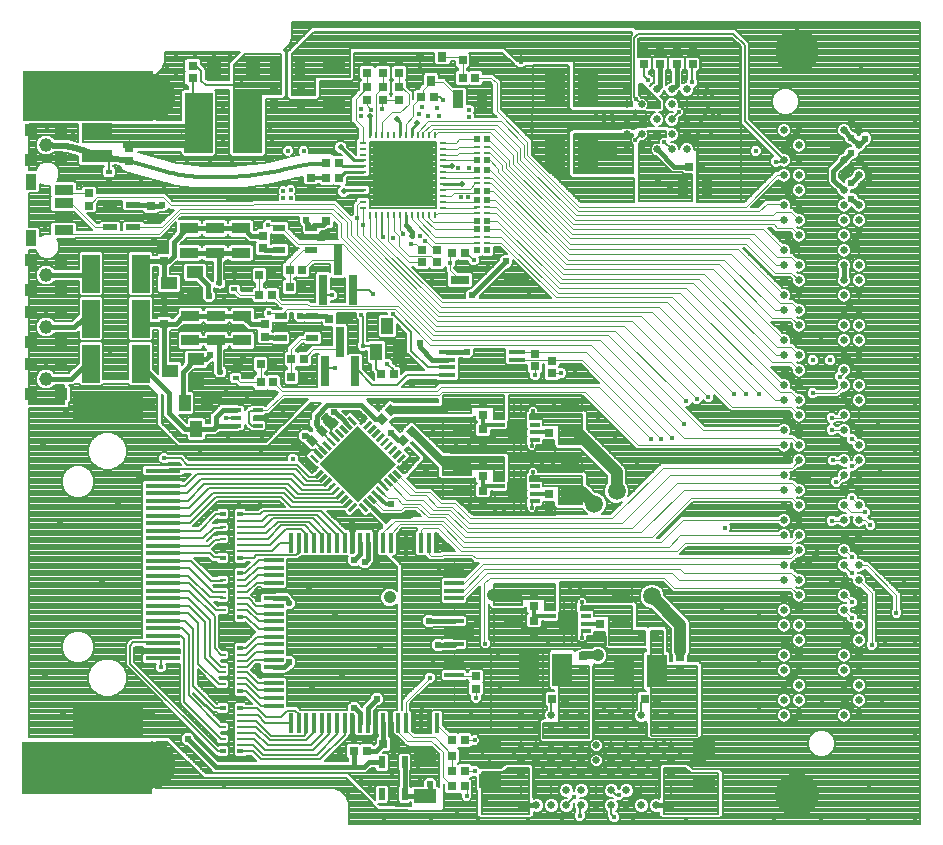
<source format=gtl>
G75*
%MOIN*%
%OFA0B0*%
%FSLAX25Y25*%
%IPPOS*%
%LPD*%
%AMOC8*
5,1,8,0,0,1.08239X$1,22.5*
%
%ADD10C,0.04528*%
%ADD11R,0.03937X0.03937*%
%ADD12R,0.05906X0.12598*%
%ADD13R,0.06000X0.03800*%
%ADD14R,0.03000X0.02700*%
%ADD15R,0.01980X0.01402*%
%ADD16R,0.02700X0.03000*%
%ADD17R,0.03937X0.02165*%
%ADD18R,0.05709X0.01370*%
%ADD19R,0.04800X0.07400*%
%ADD20R,0.03800X0.06000*%
%ADD21R,0.10000X0.04000*%
%ADD22R,0.09252X0.20079*%
%ADD23R,0.00984X0.02362*%
%ADD24R,0.20079X0.20079*%
%ADD25R,0.02362X0.00984*%
%ADD26C,0.14600*%
%ADD27C,0.02500*%
%ADD28R,0.02992X0.09843*%
%ADD29R,0.05512X0.03937*%
%ADD30R,0.03937X0.05512*%
%ADD31R,0.07400X0.04800*%
%ADD32R,0.06500X0.11000*%
%ADD33R,0.03150X0.03543*%
%ADD34R,0.02362X0.01378*%
%ADD35C,0.15748*%
%ADD36R,0.43307X0.17717*%
%ADD37R,0.43504X0.16732*%
%ADD38R,0.23622X0.11024*%
%ADD39R,0.11811X0.01319*%
%ADD40R,0.06496X0.03346*%
%ADD41R,0.03543X0.05217*%
%ADD42R,0.06299X0.02992*%
%ADD43R,0.06540X0.01700*%
%ADD44R,0.01700X0.06540*%
%ADD45R,0.03346X0.01378*%
%ADD46C,0.02480*%
%ADD47R,0.05157X0.02165*%
%ADD48R,0.05157X0.03701*%
%ADD49R,0.01969X0.00984*%
%ADD50R,0.01969X0.01673*%
%ADD51R,0.05906X0.06890*%
%ADD52R,0.01102X0.04744*%
%ADD53R,0.01181X0.03365*%
%ADD54R,0.18110X0.18110*%
%ADD55R,0.01969X0.02067*%
%ADD56R,0.02165X0.03937*%
%ADD57C,0.02100*%
%ADD58C,0.01575*%
%ADD59C,0.00900*%
%ADD60C,0.02375*%
%ADD61C,0.00787*%
%ADD62C,0.01587*%
%ADD63C,0.01981*%
%ADD64C,0.01784*%
%ADD65C,0.01181*%
%ADD66C,0.00984*%
%ADD67C,0.00433*%
%ADD68C,0.01600*%
%ADD69C,0.01000*%
%ADD70C,0.00598*%
%ADD71C,0.03937*%
%ADD72C,0.05906*%
%ADD73C,0.01496*%
%ADD74C,0.01969*%
%ADD75C,0.00591*%
%ADD76C,0.02178*%
%ADD77C,0.04134*%
%ADD78C,0.02756*%
D10*
X0054150Y0191157D03*
X0054150Y0208480D03*
X0054150Y0225803D03*
X0054150Y0269110D03*
D11*
X0059150Y0264110D03*
X0049150Y0264110D03*
X0049150Y0274110D03*
X0059150Y0274110D03*
X0059150Y0230803D03*
X0049150Y0230803D03*
X0049150Y0220803D03*
X0049150Y0213480D03*
X0059150Y0213480D03*
X0059150Y0220803D03*
X0059150Y0203480D03*
X0059150Y0196157D03*
X0049150Y0196157D03*
X0049150Y0203480D03*
X0049150Y0186157D03*
X0059150Y0186157D03*
D12*
X0069110Y0196276D03*
X0069110Y0211236D03*
X0085646Y0211236D03*
X0085646Y0196276D03*
X0085646Y0226197D03*
X0069110Y0226197D03*
D13*
X0101787Y0233120D03*
X0101787Y0241320D03*
X0110449Y0241320D03*
X0110449Y0233120D03*
X0119110Y0233120D03*
X0119110Y0241320D03*
X0119504Y0212187D03*
X0119504Y0203987D03*
X0110843Y0203987D03*
X0110843Y0212187D03*
X0102181Y0212187D03*
X0102181Y0203987D03*
X0192732Y0182659D03*
X0192732Y0174459D03*
X0192732Y0162187D03*
X0192732Y0153987D03*
X0228953Y0153593D03*
X0228953Y0161793D03*
X0228953Y0174065D03*
X0228953Y0182265D03*
X0245882Y0118486D03*
X0245882Y0110286D03*
X0209661Y0110680D03*
X0209661Y0118880D03*
D14*
X0216748Y0119635D03*
X0216748Y0115435D03*
X0216748Y0110580D03*
X0216748Y0106380D03*
X0233283Y0098769D03*
X0233283Y0094569D03*
X0238795Y0105199D03*
X0238795Y0109399D03*
X0265567Y0098376D03*
X0265567Y0094176D03*
X0197457Y0092076D03*
X0197457Y0087876D03*
X0199819Y0149687D03*
X0199819Y0153887D03*
X0199819Y0158743D03*
X0199819Y0162943D03*
X0199819Y0170160D03*
X0199819Y0174360D03*
X0199819Y0179215D03*
X0199819Y0183415D03*
X0217142Y0195357D03*
X0217142Y0199557D03*
X0222654Y0197194D03*
X0222654Y0192994D03*
X0221866Y0173179D03*
X0221866Y0168979D03*
X0221866Y0152706D03*
X0221866Y0148506D03*
X0126984Y0205199D03*
X0126984Y0209399D03*
X0126591Y0234727D03*
X0126591Y0238927D03*
X0147457Y0239451D03*
X0147457Y0243651D03*
X0142339Y0254018D03*
X0142339Y0258218D03*
X0138987Y0282962D03*
X0138987Y0287162D03*
X0130239Y0287160D03*
X0130239Y0282960D03*
X0102969Y0291420D03*
X0102969Y0295620D03*
X0081709Y0268061D03*
X0081709Y0263861D03*
X0068323Y0253100D03*
X0068323Y0248900D03*
X0089189Y0248769D03*
X0089189Y0244569D03*
X0093520Y0234793D03*
X0093520Y0230593D03*
X0093520Y0213730D03*
X0093520Y0209530D03*
X0179346Y0230002D03*
X0179346Y0234202D03*
X0184465Y0234202D03*
X0184465Y0230002D03*
X0171938Y0284174D03*
X0171938Y0288374D03*
X0171938Y0293174D03*
X0171938Y0297374D03*
X0166513Y0297374D03*
X0161194Y0297374D03*
X0161194Y0293174D03*
X0161194Y0288374D03*
X0161194Y0284174D03*
X0166513Y0284174D03*
X0166513Y0288374D03*
X0166513Y0293174D03*
X0253466Y0296235D03*
X0258879Y0296235D03*
X0264293Y0296235D03*
X0264293Y0300435D03*
X0258879Y0300435D03*
X0253466Y0300435D03*
X0269706Y0300435D03*
X0269706Y0296235D03*
D15*
X0116947Y0225047D03*
X0116947Y0221047D03*
X0111825Y0223047D03*
X0117341Y0195520D03*
X0117341Y0191520D03*
X0112218Y0193520D03*
D16*
X0125672Y0196276D03*
X0129872Y0196276D03*
X0135908Y0197850D03*
X0140108Y0197850D03*
X0140108Y0191945D03*
X0135908Y0191945D03*
X0129872Y0189976D03*
X0125672Y0189976D03*
G36*
X0143957Y0174031D02*
X0145866Y0175940D01*
X0147987Y0173819D01*
X0146078Y0171910D01*
X0143957Y0174031D01*
G37*
G36*
X0144657Y0170489D02*
X0142748Y0168580D01*
X0140627Y0170701D01*
X0142536Y0172610D01*
X0144657Y0170489D01*
G37*
G36*
X0141688Y0167519D02*
X0139779Y0165610D01*
X0137658Y0167731D01*
X0139567Y0169640D01*
X0141688Y0167519D01*
G37*
G36*
X0146927Y0177000D02*
X0148836Y0178909D01*
X0150957Y0176788D01*
X0149048Y0174879D01*
X0146927Y0177000D01*
G37*
G36*
X0168066Y0177756D02*
X0166157Y0175847D01*
X0164036Y0177968D01*
X0165945Y0179877D01*
X0168066Y0177756D01*
G37*
G36*
X0171035Y0180725D02*
X0169126Y0178816D01*
X0167005Y0180937D01*
X0168914Y0182846D01*
X0171035Y0180725D01*
G37*
G36*
X0178122Y0173639D02*
X0176213Y0171730D01*
X0174092Y0173851D01*
X0176001Y0175760D01*
X0178122Y0173639D01*
G37*
G36*
X0175152Y0170669D02*
X0173243Y0168760D01*
X0171122Y0170881D01*
X0173031Y0172790D01*
X0175152Y0170669D01*
G37*
X0170029Y0192732D03*
X0165829Y0192732D03*
X0152706Y0211236D03*
X0148506Y0211236D03*
X0139524Y0221773D03*
X0135324Y0221773D03*
X0129478Y0219110D03*
X0125278Y0219110D03*
X0125278Y0225803D03*
X0129478Y0225803D03*
X0135324Y0227580D03*
X0139524Y0227580D03*
X0147608Y0258089D03*
X0151808Y0258089D03*
X0151808Y0263010D03*
X0147608Y0263010D03*
X0179117Y0285055D03*
X0183317Y0285055D03*
X0192994Y0291551D03*
X0197194Y0291551D03*
X0197194Y0297457D03*
X0192994Y0297457D03*
X0268393Y0261820D03*
X0272593Y0261820D03*
X0193651Y0233283D03*
X0189451Y0233283D03*
X0252837Y0104937D03*
X0257037Y0104937D03*
X0257824Y0084465D03*
X0253624Y0084465D03*
X0227116Y0084465D03*
X0222916Y0084465D03*
X0193651Y0070685D03*
X0189451Y0070685D03*
X0189451Y0065567D03*
X0193651Y0065567D03*
X0193651Y0060449D03*
X0189451Y0060449D03*
X0189451Y0055331D03*
X0193651Y0055331D03*
X0170817Y0069504D03*
X0166617Y0069504D03*
X0160974Y0067142D03*
X0156774Y0067142D03*
D17*
X0142929Y0204740D03*
X0142929Y0212220D03*
X0132299Y0212220D03*
X0132299Y0208480D03*
X0132299Y0204740D03*
X0131913Y0234076D03*
X0131913Y0237816D03*
X0131913Y0241556D03*
X0142543Y0241556D03*
X0142543Y0234076D03*
D18*
X0187811Y0200106D03*
X0187811Y0197547D03*
X0187811Y0194988D03*
X0187811Y0192429D03*
X0211039Y0192429D03*
X0211039Y0194988D03*
X0211039Y0197547D03*
X0211039Y0200106D03*
D19*
X0123248Y0294307D03*
X0110248Y0294307D03*
D20*
X0130470Y0295198D03*
X0138670Y0295198D03*
X0191388Y0284366D03*
X0199588Y0284366D03*
X0266393Y0254536D03*
X0274593Y0254536D03*
D21*
X0071079Y0265398D03*
X0071079Y0274398D03*
D22*
X0105035Y0276591D03*
X0121374Y0276591D03*
D23*
X0162213Y0272452D03*
X0164182Y0272452D03*
X0166150Y0272452D03*
X0168119Y0272452D03*
X0170087Y0272452D03*
X0172056Y0272452D03*
X0174024Y0272452D03*
X0175993Y0272452D03*
X0177961Y0272452D03*
X0179930Y0272452D03*
X0181898Y0272452D03*
X0183867Y0272452D03*
X0183867Y0245680D03*
X0181898Y0245680D03*
X0179930Y0245680D03*
X0177961Y0245680D03*
X0175993Y0245680D03*
X0174024Y0245680D03*
X0172056Y0245680D03*
X0170087Y0245680D03*
X0168119Y0245680D03*
X0166150Y0245680D03*
X0164182Y0245680D03*
X0162213Y0245680D03*
D24*
X0173040Y0259066D03*
D25*
X0159654Y0260050D03*
X0159654Y0262018D03*
X0159654Y0263987D03*
X0159654Y0265955D03*
X0159654Y0267924D03*
X0159654Y0269892D03*
X0159654Y0258081D03*
X0159654Y0256113D03*
X0159654Y0254144D03*
X0159654Y0252176D03*
X0159654Y0250207D03*
X0159654Y0248239D03*
X0186426Y0248239D03*
X0186426Y0250207D03*
X0186426Y0252176D03*
X0186426Y0254144D03*
X0186426Y0256113D03*
X0186426Y0258081D03*
X0186426Y0260050D03*
X0186426Y0262018D03*
X0186426Y0263987D03*
X0186426Y0265955D03*
X0186426Y0267924D03*
X0186426Y0269892D03*
D26*
X0304619Y0300570D03*
X0304619Y0052570D03*
D27*
X0305119Y0079070D03*
X0305119Y0084070D03*
X0300119Y0084070D03*
X0300119Y0079070D03*
X0300119Y0089070D03*
X0300119Y0094070D03*
X0305119Y0094070D03*
X0305119Y0089070D03*
X0305119Y0099070D03*
X0305119Y0104070D03*
X0300119Y0104070D03*
X0300119Y0099070D03*
X0300119Y0109070D03*
X0300119Y0114070D03*
X0305119Y0114070D03*
X0305119Y0109070D03*
X0305119Y0119070D03*
X0305119Y0124070D03*
X0300119Y0124070D03*
X0300119Y0119070D03*
X0300119Y0129070D03*
X0300119Y0134070D03*
X0305119Y0134070D03*
X0305119Y0129070D03*
X0305119Y0139070D03*
X0305119Y0144070D03*
X0300119Y0144070D03*
X0300119Y0139070D03*
X0300119Y0149070D03*
X0300119Y0154070D03*
X0305119Y0154070D03*
X0305119Y0149070D03*
X0305119Y0159070D03*
X0305119Y0164070D03*
X0300119Y0164070D03*
X0300119Y0159070D03*
X0300119Y0169070D03*
X0300119Y0174070D03*
X0305119Y0174070D03*
X0305119Y0169070D03*
X0305119Y0179070D03*
X0305119Y0184070D03*
X0300119Y0184070D03*
X0300119Y0179070D03*
X0300119Y0189070D03*
X0300119Y0194070D03*
X0300119Y0199070D03*
X0305119Y0199070D03*
X0305119Y0194070D03*
X0305119Y0189070D03*
X0320119Y0189070D03*
X0320119Y0194070D03*
X0320119Y0199070D03*
X0325119Y0199070D03*
X0325119Y0194070D03*
X0325119Y0189070D03*
X0325119Y0184070D03*
X0320119Y0184070D03*
X0320119Y0179070D03*
X0325119Y0179070D03*
X0325119Y0174070D03*
X0320119Y0174070D03*
X0320119Y0169070D03*
X0325119Y0169070D03*
X0325119Y0164070D03*
X0320119Y0164070D03*
X0320119Y0159070D03*
X0325119Y0159070D03*
X0325119Y0154070D03*
X0320119Y0154070D03*
X0320119Y0149070D03*
X0325119Y0149070D03*
X0325119Y0144070D03*
X0320119Y0144070D03*
X0320119Y0139070D03*
X0325119Y0139070D03*
X0325119Y0134070D03*
X0320119Y0134070D03*
X0320119Y0129070D03*
X0325119Y0129070D03*
X0325119Y0124070D03*
X0320119Y0124070D03*
X0320119Y0119070D03*
X0325119Y0119070D03*
X0325119Y0114070D03*
X0320119Y0114070D03*
X0320119Y0109070D03*
X0325119Y0109070D03*
X0325119Y0104070D03*
X0320119Y0104070D03*
X0320119Y0099070D03*
X0325119Y0099070D03*
X0325119Y0094070D03*
X0320119Y0094070D03*
X0320119Y0089070D03*
X0325119Y0089070D03*
X0325119Y0084070D03*
X0320119Y0084070D03*
X0320119Y0079070D03*
X0325119Y0079070D03*
X0325119Y0204070D03*
X0325119Y0209070D03*
X0320119Y0209070D03*
X0320119Y0204070D03*
X0320119Y0214070D03*
X0320119Y0219070D03*
X0325119Y0219070D03*
X0325119Y0214070D03*
X0325119Y0224070D03*
X0325119Y0229070D03*
X0320119Y0229070D03*
X0320119Y0224070D03*
X0320119Y0234070D03*
X0320119Y0239070D03*
X0325119Y0239070D03*
X0325119Y0234070D03*
X0325119Y0244070D03*
X0325119Y0249070D03*
X0320119Y0249070D03*
X0320119Y0244070D03*
X0320119Y0254070D03*
X0320119Y0259070D03*
X0325119Y0259070D03*
X0325119Y0254070D03*
X0325119Y0264070D03*
X0325119Y0269070D03*
X0320119Y0269070D03*
X0320119Y0264070D03*
X0320119Y0274070D03*
X0325119Y0274070D03*
X0305119Y0274070D03*
X0300119Y0274070D03*
X0300119Y0269070D03*
X0305119Y0269070D03*
X0305119Y0264070D03*
X0300119Y0264070D03*
X0300119Y0259070D03*
X0305119Y0259070D03*
X0305119Y0254070D03*
X0300119Y0254070D03*
X0300119Y0249070D03*
X0305119Y0249070D03*
X0305119Y0244070D03*
X0300119Y0244070D03*
X0300119Y0239070D03*
X0305119Y0239070D03*
X0305119Y0234070D03*
X0300119Y0234070D03*
X0300119Y0229070D03*
X0305119Y0229070D03*
X0305119Y0224070D03*
X0300119Y0224070D03*
X0300119Y0219070D03*
X0305119Y0219070D03*
X0305119Y0214070D03*
X0300119Y0214070D03*
X0300119Y0209070D03*
X0305119Y0209070D03*
X0305119Y0204070D03*
X0300119Y0204070D03*
X0267698Y0267666D03*
X0262698Y0267666D03*
X0257698Y0267666D03*
X0252698Y0267666D03*
X0252698Y0272666D03*
X0257698Y0272666D03*
X0262698Y0272666D03*
X0267698Y0272666D03*
X0267698Y0277666D03*
X0262698Y0277666D03*
X0257698Y0277666D03*
X0252698Y0277666D03*
X0252698Y0282666D03*
X0257698Y0282666D03*
X0262698Y0282666D03*
X0267698Y0282666D03*
X0267698Y0287666D03*
X0262698Y0287666D03*
X0257698Y0287666D03*
X0252698Y0287666D03*
X0247698Y0287666D03*
X0247698Y0282666D03*
X0247698Y0277666D03*
X0247698Y0272666D03*
X0247698Y0267666D03*
D28*
X0156394Y0220882D03*
X0146394Y0220882D03*
X0151394Y0230724D03*
X0152181Y0203559D03*
X0147181Y0193717D03*
X0157181Y0193717D03*
D29*
X0104150Y0190173D03*
X0104150Y0197654D03*
X0095488Y0193913D03*
X0103756Y0219307D03*
X0095094Y0223047D03*
X0103756Y0226787D03*
D30*
X0100409Y0183185D03*
X0107890Y0183185D03*
X0104150Y0174524D03*
X0164189Y0200213D03*
X0171669Y0200213D03*
X0167929Y0208874D03*
D31*
X0150109Y0282893D03*
X0150109Y0295893D03*
X0202181Y0070098D03*
X0202181Y0057098D03*
X0180528Y0051980D03*
X0180528Y0064980D03*
X0273441Y0068524D03*
X0273441Y0055524D03*
D32*
X0257681Y0093913D03*
X0246681Y0093913D03*
X0226185Y0094307D03*
X0215185Y0094307D03*
X0223655Y0267233D03*
X0234655Y0267233D03*
X0234846Y0288402D03*
X0223846Y0288402D03*
D33*
X0186236Y0298638D03*
X0178756Y0298638D03*
X0182496Y0290370D03*
D34*
X0075016Y0260154D03*
X0075016Y0257594D03*
D35*
X0089583Y0285055D03*
X0089583Y0062417D03*
D36*
X0067929Y0061433D03*
D37*
X0068028Y0285547D03*
D38*
X0074622Y0181709D03*
X0074622Y0076984D03*
D39*
X0093126Y0098096D03*
X0093126Y0100596D03*
X0093126Y0103096D03*
X0093126Y0105596D03*
X0093126Y0108096D03*
X0093126Y0110596D03*
X0093126Y0113096D03*
X0093126Y0115596D03*
X0093126Y0118096D03*
X0093126Y0120596D03*
X0093126Y0123096D03*
X0093126Y0125596D03*
X0093126Y0128096D03*
X0093126Y0130596D03*
X0093126Y0133096D03*
X0093126Y0135596D03*
X0093126Y0138096D03*
X0093126Y0140596D03*
X0093126Y0143096D03*
X0093126Y0145596D03*
X0093126Y0148096D03*
X0093126Y0150596D03*
X0093126Y0153096D03*
X0093126Y0155596D03*
X0093126Y0158096D03*
X0093126Y0160596D03*
D40*
X0059957Y0240665D03*
X0059957Y0245193D03*
X0059957Y0249720D03*
X0059957Y0254248D03*
D41*
X0049228Y0256856D03*
X0049228Y0238057D03*
D42*
X0192024Y0224228D03*
X0212024Y0224228D03*
D43*
X0190075Y0130823D03*
X0190075Y0128264D03*
X0190075Y0125705D03*
X0190075Y0123146D03*
X0190075Y0120587D03*
X0190075Y0118028D03*
X0190075Y0115469D03*
X0190075Y0112909D03*
X0190075Y0110350D03*
X0190075Y0107791D03*
X0190075Y0105232D03*
X0190075Y0102673D03*
X0190075Y0100114D03*
X0190075Y0097555D03*
X0190075Y0094996D03*
X0190075Y0092437D03*
X0190075Y0089878D03*
X0190075Y0087319D03*
X0190075Y0084760D03*
X0190075Y0082201D03*
X0130035Y0082201D03*
X0130035Y0084760D03*
X0130035Y0087319D03*
X0130035Y0089878D03*
X0130035Y0092437D03*
X0130035Y0094996D03*
X0130035Y0097555D03*
X0130035Y0100114D03*
X0130035Y0102673D03*
X0130035Y0105232D03*
X0130035Y0107791D03*
X0130035Y0110350D03*
X0130035Y0112909D03*
X0130035Y0115469D03*
X0130035Y0118028D03*
X0130035Y0120587D03*
X0130035Y0123146D03*
X0130035Y0125705D03*
X0130035Y0128264D03*
X0130035Y0130823D03*
D44*
X0135744Y0136531D03*
X0138303Y0136531D03*
X0140862Y0136531D03*
X0143421Y0136531D03*
X0145980Y0136531D03*
X0148539Y0136531D03*
X0151098Y0136531D03*
X0153657Y0136531D03*
X0156217Y0136531D03*
X0158776Y0136531D03*
X0161335Y0136531D03*
X0163894Y0136531D03*
X0166453Y0136531D03*
X0169012Y0136531D03*
X0171571Y0136531D03*
X0174130Y0136531D03*
X0176689Y0136531D03*
X0179248Y0136531D03*
X0181807Y0136531D03*
X0184366Y0136531D03*
X0184366Y0076492D03*
X0181807Y0076492D03*
X0179248Y0076492D03*
X0176689Y0076492D03*
X0174130Y0076492D03*
X0171571Y0076492D03*
X0169012Y0076492D03*
X0166453Y0076492D03*
X0163894Y0076492D03*
X0161335Y0076492D03*
X0158776Y0076492D03*
X0156217Y0076492D03*
X0153657Y0076492D03*
X0151098Y0076492D03*
X0148539Y0076492D03*
X0145980Y0076492D03*
X0143421Y0076492D03*
X0140862Y0076492D03*
X0138303Y0076492D03*
X0135744Y0076492D03*
D45*
X0222358Y0107004D03*
X0222358Y0109563D03*
X0222358Y0112122D03*
X0222358Y0114681D03*
X0233972Y0114681D03*
X0233972Y0112122D03*
X0233972Y0109563D03*
X0233972Y0107004D03*
X0217043Y0150311D03*
X0217043Y0152870D03*
X0217043Y0155429D03*
X0217043Y0157988D03*
X0205429Y0157988D03*
X0205429Y0155429D03*
X0205429Y0152870D03*
X0205429Y0150311D03*
X0205429Y0170783D03*
X0205429Y0173343D03*
X0205429Y0175902D03*
X0205429Y0178461D03*
X0217043Y0178461D03*
X0217043Y0175902D03*
X0217043Y0173343D03*
X0217043Y0170783D03*
X0124622Y0175606D03*
X0124622Y0178165D03*
X0124622Y0180724D03*
X0117535Y0180724D03*
X0117535Y0178165D03*
X0117535Y0175606D03*
D46*
X0212614Y0078992D03*
X0217614Y0078992D03*
X0217614Y0073992D03*
X0212614Y0073992D03*
X0212614Y0068992D03*
X0217614Y0068992D03*
X0217614Y0063992D03*
X0212614Y0063992D03*
X0212614Y0058992D03*
X0212614Y0053992D03*
X0217614Y0053992D03*
X0217614Y0058992D03*
X0222614Y0058992D03*
X0222614Y0053992D03*
X0227614Y0053992D03*
X0227614Y0058992D03*
X0227614Y0063992D03*
X0222614Y0063992D03*
X0222614Y0068992D03*
X0222614Y0073992D03*
X0227614Y0073992D03*
X0227614Y0068992D03*
X0232614Y0068992D03*
X0232614Y0073992D03*
X0237614Y0073992D03*
X0237614Y0068992D03*
X0242614Y0068992D03*
X0242614Y0073992D03*
X0247614Y0073992D03*
X0247614Y0068992D03*
X0247614Y0063992D03*
X0242614Y0063992D03*
X0237614Y0063992D03*
X0232614Y0063992D03*
X0232614Y0058992D03*
X0232614Y0053992D03*
X0237614Y0053992D03*
X0237614Y0058992D03*
X0242614Y0058992D03*
X0242614Y0053992D03*
X0247614Y0053992D03*
X0247614Y0058992D03*
X0252614Y0058992D03*
X0252614Y0053992D03*
X0257614Y0053992D03*
X0257614Y0058992D03*
X0257614Y0063992D03*
X0252614Y0063992D03*
X0252614Y0068992D03*
X0252614Y0073992D03*
X0257614Y0073992D03*
X0257614Y0068992D03*
X0262614Y0068992D03*
X0262614Y0073992D03*
X0262614Y0078992D03*
X0257614Y0078992D03*
X0252614Y0078992D03*
X0247614Y0078992D03*
X0242614Y0078992D03*
X0237614Y0078992D03*
X0232614Y0078992D03*
X0227614Y0078992D03*
X0222614Y0078992D03*
X0222614Y0048992D03*
X0227614Y0048992D03*
X0232614Y0048992D03*
X0237614Y0048992D03*
X0242614Y0048992D03*
X0247614Y0048992D03*
X0252614Y0048992D03*
X0257614Y0048992D03*
X0262614Y0048992D03*
X0262614Y0053992D03*
X0262614Y0058992D03*
X0262614Y0063992D03*
X0217614Y0048992D03*
X0212614Y0048992D03*
D47*
X0083283Y0241709D03*
X0083283Y0249268D03*
X0075409Y0241709D03*
D48*
X0075409Y0248520D03*
D49*
X0197654Y0248441D03*
X0197654Y0246472D03*
X0201197Y0246472D03*
X0201197Y0248441D03*
X0201197Y0256315D03*
X0201197Y0258283D03*
X0197654Y0258283D03*
X0197654Y0256315D03*
X0197654Y0266551D03*
X0197654Y0268520D03*
X0201197Y0268520D03*
X0201197Y0266551D03*
X0201197Y0238598D03*
X0201197Y0236630D03*
X0197654Y0236630D03*
X0197654Y0238598D03*
X0118913Y0143717D03*
X0118913Y0141748D03*
X0118913Y0139780D03*
X0118913Y0137811D03*
X0118913Y0135843D03*
X0118913Y0133874D03*
X0113008Y0133874D03*
X0113008Y0135843D03*
X0113008Y0137811D03*
X0113008Y0139780D03*
X0113008Y0141748D03*
X0113008Y0143717D03*
X0113008Y0124031D03*
X0113008Y0122063D03*
X0113008Y0120094D03*
X0113008Y0118126D03*
X0113008Y0116157D03*
X0113008Y0114189D03*
X0118913Y0114189D03*
X0118913Y0116157D03*
X0118913Y0118126D03*
X0118913Y0120094D03*
X0118913Y0122063D03*
X0118913Y0124031D03*
X0118913Y0099228D03*
X0118913Y0097260D03*
X0118913Y0095291D03*
X0118913Y0093323D03*
X0118913Y0091354D03*
X0118913Y0089386D03*
X0113008Y0089386D03*
X0113008Y0091354D03*
X0113008Y0093323D03*
X0113008Y0095291D03*
X0113008Y0097260D03*
X0113008Y0099228D03*
X0113008Y0079150D03*
X0113008Y0077181D03*
X0113008Y0075213D03*
X0113008Y0073244D03*
X0113008Y0071276D03*
X0113008Y0069307D03*
X0118913Y0069307D03*
X0118913Y0071276D03*
X0118913Y0073244D03*
X0118913Y0075213D03*
X0118913Y0077181D03*
X0118913Y0079150D03*
D50*
X0118913Y0081463D03*
X0118913Y0087073D03*
X0113008Y0087073D03*
X0113008Y0081463D03*
X0113008Y0066994D03*
X0118913Y0066994D03*
X0118913Y0101541D03*
X0113008Y0101541D03*
X0113008Y0111876D03*
X0118913Y0111876D03*
X0118913Y0126344D03*
X0118913Y0131561D03*
X0113008Y0131561D03*
X0113008Y0126344D03*
X0113008Y0146030D03*
X0118913Y0146030D03*
D51*
X0211236Y0154150D03*
X0211236Y0174622D03*
X0228165Y0110843D03*
D52*
X0226886Y0105134D03*
X0229445Y0105134D03*
X0229445Y0116551D03*
X0226886Y0116551D03*
X0212516Y0148441D03*
X0209957Y0148441D03*
X0209957Y0159858D03*
X0212516Y0159858D03*
X0212516Y0168913D03*
X0209957Y0168913D03*
X0209957Y0180331D03*
X0212516Y0180331D03*
D53*
G36*
X0171728Y0163091D02*
X0170894Y0163925D01*
X0173272Y0166303D01*
X0174106Y0165469D01*
X0171728Y0163091D01*
G37*
G36*
X0174106Y0160153D02*
X0173272Y0159319D01*
X0170894Y0161697D01*
X0171728Y0162531D01*
X0174106Y0160153D01*
G37*
G36*
X0172714Y0158761D02*
X0171880Y0157927D01*
X0169502Y0160305D01*
X0170336Y0161139D01*
X0172714Y0158761D01*
G37*
G36*
X0171322Y0157369D02*
X0170488Y0156535D01*
X0168110Y0158913D01*
X0168944Y0159747D01*
X0171322Y0157369D01*
G37*
G36*
X0169930Y0155977D02*
X0169096Y0155143D01*
X0166718Y0157521D01*
X0167552Y0158355D01*
X0169930Y0155977D01*
G37*
G36*
X0168538Y0154585D02*
X0167704Y0153751D01*
X0165326Y0156129D01*
X0166160Y0156963D01*
X0168538Y0154585D01*
G37*
G36*
X0167146Y0153194D02*
X0166312Y0152360D01*
X0163934Y0154738D01*
X0164768Y0155572D01*
X0167146Y0153194D01*
G37*
G36*
X0165754Y0151802D02*
X0164920Y0150968D01*
X0162542Y0153346D01*
X0163376Y0154180D01*
X0165754Y0151802D01*
G37*
G36*
X0164362Y0150410D02*
X0163528Y0149576D01*
X0161150Y0151954D01*
X0161984Y0152788D01*
X0164362Y0150410D01*
G37*
G36*
X0162970Y0149018D02*
X0162136Y0148184D01*
X0159758Y0150562D01*
X0160592Y0151396D01*
X0162970Y0149018D01*
G37*
G36*
X0161578Y0147626D02*
X0160744Y0146792D01*
X0158366Y0149170D01*
X0159200Y0150004D01*
X0161578Y0147626D01*
G37*
G36*
X0155429Y0146792D02*
X0154595Y0147626D01*
X0156973Y0150004D01*
X0157807Y0149170D01*
X0155429Y0146792D01*
G37*
G36*
X0154037Y0148184D02*
X0153203Y0149018D01*
X0155581Y0151396D01*
X0156415Y0150562D01*
X0154037Y0148184D01*
G37*
G36*
X0152645Y0149576D02*
X0151811Y0150410D01*
X0154189Y0152788D01*
X0155023Y0151954D01*
X0152645Y0149576D01*
G37*
G36*
X0151253Y0150968D02*
X0150419Y0151802D01*
X0152797Y0154180D01*
X0153631Y0153346D01*
X0151253Y0150968D01*
G37*
G36*
X0149861Y0152360D02*
X0149027Y0153194D01*
X0151405Y0155572D01*
X0152239Y0154738D01*
X0149861Y0152360D01*
G37*
G36*
X0148469Y0153751D02*
X0147635Y0154585D01*
X0150013Y0156963D01*
X0150847Y0156129D01*
X0148469Y0153751D01*
G37*
G36*
X0147077Y0155143D02*
X0146243Y0155977D01*
X0148621Y0158355D01*
X0149455Y0157521D01*
X0147077Y0155143D01*
G37*
G36*
X0145685Y0156535D02*
X0144851Y0157369D01*
X0147229Y0159747D01*
X0148063Y0158913D01*
X0145685Y0156535D01*
G37*
G36*
X0144293Y0157927D02*
X0143459Y0158761D01*
X0145837Y0161139D01*
X0146671Y0160305D01*
X0144293Y0157927D01*
G37*
G36*
X0142901Y0159319D02*
X0142067Y0160153D01*
X0144445Y0162531D01*
X0145279Y0161697D01*
X0142901Y0159319D01*
G37*
G36*
X0145279Y0163925D02*
X0144445Y0163091D01*
X0142067Y0165469D01*
X0142901Y0166303D01*
X0145279Y0163925D01*
G37*
G36*
X0146671Y0165317D02*
X0145837Y0164483D01*
X0143459Y0166861D01*
X0144293Y0167695D01*
X0146671Y0165317D01*
G37*
G36*
X0148063Y0166709D02*
X0147229Y0165875D01*
X0144851Y0168253D01*
X0145685Y0169087D01*
X0148063Y0166709D01*
G37*
G36*
X0149455Y0168101D02*
X0148621Y0167267D01*
X0146243Y0169645D01*
X0147077Y0170479D01*
X0149455Y0168101D01*
G37*
G36*
X0150847Y0169493D02*
X0150013Y0168659D01*
X0147635Y0171037D01*
X0148469Y0171871D01*
X0150847Y0169493D01*
G37*
G36*
X0152239Y0170885D02*
X0151405Y0170051D01*
X0149027Y0172429D01*
X0149861Y0173263D01*
X0152239Y0170885D01*
G37*
G36*
X0153631Y0172276D02*
X0152797Y0171442D01*
X0150419Y0173820D01*
X0151253Y0174654D01*
X0153631Y0172276D01*
G37*
G36*
X0155023Y0173668D02*
X0154189Y0172834D01*
X0151811Y0175212D01*
X0152645Y0176046D01*
X0155023Y0173668D01*
G37*
G36*
X0156415Y0175060D02*
X0155581Y0174226D01*
X0153203Y0176604D01*
X0154037Y0177438D01*
X0156415Y0175060D01*
G37*
G36*
X0157807Y0176452D02*
X0156973Y0175618D01*
X0154595Y0177996D01*
X0155429Y0178830D01*
X0157807Y0176452D01*
G37*
G36*
X0159200Y0175618D02*
X0158366Y0176452D01*
X0160744Y0178830D01*
X0161578Y0177996D01*
X0159200Y0175618D01*
G37*
G36*
X0160592Y0174226D02*
X0159758Y0175060D01*
X0162136Y0177438D01*
X0162970Y0176604D01*
X0160592Y0174226D01*
G37*
G36*
X0161984Y0172834D02*
X0161150Y0173668D01*
X0163528Y0176046D01*
X0164362Y0175212D01*
X0161984Y0172834D01*
G37*
G36*
X0163376Y0171442D02*
X0162542Y0172276D01*
X0164920Y0174654D01*
X0165754Y0173820D01*
X0163376Y0171442D01*
G37*
G36*
X0164768Y0170051D02*
X0163934Y0170885D01*
X0166312Y0173263D01*
X0167146Y0172429D01*
X0164768Y0170051D01*
G37*
G36*
X0166160Y0168659D02*
X0165326Y0169493D01*
X0167704Y0171871D01*
X0168538Y0171037D01*
X0166160Y0168659D01*
G37*
G36*
X0167552Y0167267D02*
X0166718Y0168101D01*
X0169096Y0170479D01*
X0169930Y0169645D01*
X0167552Y0167267D01*
G37*
G36*
X0168944Y0165875D02*
X0168110Y0166709D01*
X0170488Y0169087D01*
X0171322Y0168253D01*
X0168944Y0165875D01*
G37*
G36*
X0170336Y0164483D02*
X0169502Y0165317D01*
X0171880Y0167695D01*
X0172714Y0166861D01*
X0170336Y0164483D01*
G37*
D54*
G36*
X0158087Y0175616D02*
X0170892Y0162811D01*
X0158087Y0150006D01*
X0145282Y0162811D01*
X0158087Y0175616D01*
G37*
D55*
X0197654Y0234120D03*
X0201197Y0234110D03*
X0201197Y0241108D03*
X0201197Y0243953D03*
X0197654Y0243963D03*
X0197654Y0241118D03*
X0197654Y0250961D03*
X0197654Y0253805D03*
X0201197Y0253795D03*
X0201197Y0250951D03*
X0201197Y0260793D03*
X0201197Y0264031D03*
X0197654Y0264041D03*
X0197654Y0260803D03*
X0197654Y0271039D03*
X0201197Y0271030D03*
D56*
X0173638Y0063402D03*
X0166157Y0063402D03*
X0166157Y0052772D03*
X0169898Y0052772D03*
X0173638Y0052772D03*
D57*
X0296595Y0134050D03*
X0311162Y0133263D03*
X0316225Y0123676D03*
X0322524Y0121707D03*
X0322619Y0136570D03*
X0302599Y0146392D03*
X0308087Y0158874D03*
X0302575Y0166748D03*
X0302788Y0176452D03*
X0302631Y0191707D03*
X0302607Y0206432D03*
X0302631Y0221707D03*
X0302619Y0236570D03*
X0322619Y0216570D03*
X0322654Y0196669D03*
X0322619Y0181570D03*
X0322619Y0176570D03*
X0322631Y0166707D03*
X0322619Y0156570D03*
X0302619Y0116688D03*
X0302619Y0101452D03*
X0302619Y0091570D03*
X0302619Y0076570D03*
X0322619Y0081570D03*
X0322619Y0091570D03*
X0322619Y0101570D03*
X0322654Y0106512D03*
X0322619Y0261570D03*
X0316268Y0269070D03*
X0302619Y0271570D03*
X0302619Y0266570D03*
D58*
X0300119Y0269070D01*
X0302619Y0271570D01*
X0305119Y0274070D01*
X0316268Y0269070D02*
X0320119Y0269070D01*
X0322619Y0271570D02*
X0325119Y0269070D01*
X0327225Y0271294D01*
X0325119Y0274070D02*
X0325119Y0274570D01*
X0322619Y0277070D01*
X0320119Y0274070D02*
X0322619Y0271570D01*
X0325119Y0264070D02*
X0328559Y0260629D01*
X0328559Y0257510D01*
X0325119Y0254070D01*
X0322619Y0256570D02*
X0325119Y0259070D01*
X0322619Y0261570D02*
X0320119Y0259070D01*
X0316619Y0260570D02*
X0316619Y0257570D01*
X0320119Y0254070D01*
X0322619Y0251070D02*
X0325119Y0249070D01*
X0325119Y0239070D02*
X0322619Y0236570D01*
X0325119Y0234070D01*
X0320119Y0229070D02*
X0320119Y0224070D01*
X0322725Y0216676D02*
X0322619Y0216570D01*
X0320119Y0214070D01*
X0305119Y0204070D02*
X0302607Y0206432D01*
X0300119Y0208920D01*
X0300119Y0209070D01*
X0302631Y0221707D02*
X0300119Y0224070D01*
X0305119Y0234070D02*
X0302619Y0236570D01*
X0300119Y0239070D01*
X0305119Y0249070D02*
X0302619Y0251570D01*
X0300119Y0254070D01*
X0302619Y0256570D01*
X0305119Y0264070D02*
X0302619Y0266570D01*
X0316619Y0260570D02*
X0320119Y0264070D01*
X0268393Y0261820D02*
X0263545Y0261820D01*
X0257698Y0267666D01*
X0257698Y0287666D02*
X0258879Y0288847D01*
X0258879Y0296235D01*
X0264293Y0296235D02*
X0264293Y0289261D01*
X0262698Y0287666D01*
X0207496Y0230331D02*
X0196276Y0219110D01*
X0178631Y0203059D02*
X0178631Y0201715D01*
X0182799Y0197547D01*
X0187811Y0197547D01*
X0187811Y0200106D02*
X0191157Y0200106D01*
X0191264Y0200213D01*
X0194307Y0200213D01*
X0205331Y0192339D02*
X0205421Y0192429D01*
X0211039Y0192429D01*
X0173441Y0195534D02*
X0171669Y0197306D01*
X0171669Y0200213D01*
X0164386Y0200409D02*
X0164189Y0200213D01*
X0164386Y0200409D02*
X0164386Y0202181D01*
X0155285Y0211236D02*
X0152706Y0211236D01*
X0155285Y0211236D02*
X0156118Y0212069D01*
X0148506Y0211236D02*
X0147522Y0212220D01*
X0142929Y0212220D01*
X0142732Y0212024D01*
X0138795Y0212024D01*
X0132299Y0204740D02*
X0126984Y0205199D01*
X0126984Y0209399D02*
X0122291Y0209399D01*
X0119504Y0212187D01*
X0110843Y0212187D01*
X0102181Y0212187D01*
X0102181Y0212943D01*
X0099761Y0211989D01*
X0097302Y0209530D01*
X0093520Y0209530D01*
X0087746Y0209530D01*
X0086039Y0211236D01*
X0086039Y0213992D01*
X0086236Y0214189D01*
X0085646Y0211236D01*
X0093520Y0209530D02*
X0093520Y0193913D01*
X0095488Y0193913D01*
X0099819Y0193520D02*
X0103953Y0197654D01*
X0104150Y0197654D01*
X0107496Y0197654D01*
X0108874Y0199031D01*
X0111630Y0203987D02*
X0111630Y0193520D01*
X0112218Y0193520D01*
X0108874Y0189976D02*
X0104346Y0189976D01*
X0104150Y0190173D01*
X0099819Y0193520D02*
X0099819Y0183776D01*
X0100409Y0183185D01*
X0095094Y0186433D02*
X0095094Y0179740D01*
X0100311Y0174524D01*
X0104150Y0174524D01*
X0109957Y0174524D01*
X0110843Y0175409D01*
X0110843Y0178559D01*
X0113008Y0180724D01*
X0117535Y0180724D01*
X0117535Y0175606D02*
X0111039Y0175606D01*
X0110843Y0175409D01*
X0107890Y0183185D02*
X0109169Y0184465D01*
X0111630Y0184465D01*
X0117341Y0195520D02*
X0119701Y0197457D01*
X0119898Y0197457D01*
X0119504Y0203987D02*
X0119504Y0203987D01*
X0111630Y0203987D01*
X0110843Y0203987D01*
X0102181Y0203987D01*
X0093520Y0213730D02*
X0093520Y0217142D01*
X0099031Y0218717D02*
X0104346Y0218717D01*
X0103756Y0219307D01*
X0108132Y0219110D02*
X0108132Y0222411D01*
X0103756Y0226787D01*
X0101787Y0233120D02*
X0110449Y0233120D01*
X0111630Y0233120D01*
X0111630Y0223441D01*
X0111825Y0223047D01*
X0116947Y0225047D02*
X0116947Y0227772D01*
X0116354Y0227772D01*
X0119110Y0233120D02*
X0111630Y0233120D01*
X0110449Y0241320D02*
X0101787Y0241320D01*
X0101257Y0241320D01*
X0096669Y0236733D01*
X0096669Y0232102D01*
X0095160Y0230593D01*
X0093520Y0230593D01*
X0093454Y0230528D01*
X0085646Y0230528D01*
X0085646Y0230528D01*
X0085646Y0226197D01*
X0093126Y0223047D02*
X0093520Y0223441D01*
X0093520Y0230593D01*
X0093896Y0230593D01*
X0093520Y0234793D02*
X0093520Y0234793D01*
X0089976Y0237220D01*
X0089189Y0244569D02*
X0092601Y0244569D01*
X0092732Y0244701D01*
X0092470Y0248769D02*
X0089189Y0248769D01*
X0088691Y0249268D01*
X0083283Y0249268D01*
X0092470Y0248769D02*
X0092732Y0249031D01*
X0110449Y0241320D02*
X0119110Y0241320D01*
X0120128Y0241320D01*
X0122522Y0238927D01*
X0126591Y0238927D01*
X0126591Y0234727D02*
X0127241Y0234076D01*
X0131913Y0234076D01*
X0142339Y0238402D02*
X0146407Y0238008D01*
X0147457Y0239451D01*
X0146407Y0242601D02*
X0143587Y0242601D01*
X0142543Y0241556D01*
X0140764Y0243335D01*
X0140764Y0244307D01*
X0146407Y0242601D02*
X0147457Y0243651D01*
X0174024Y0242339D02*
X0176190Y0240173D01*
X0176190Y0238692D01*
X0159268Y0182542D02*
X0149215Y0182542D01*
X0149170Y0182496D01*
X0147850Y0182496D01*
X0144307Y0178953D01*
X0144307Y0176591D01*
X0144307Y0175589D01*
X0145972Y0173925D01*
X0142642Y0170595D02*
X0140978Y0172260D01*
X0140370Y0172260D01*
X0138581Y0168717D02*
X0136827Y0168717D01*
X0138581Y0168717D02*
X0139673Y0167625D01*
X0150507Y0180134D02*
X0153313Y0177328D01*
X0150507Y0180134D02*
X0150213Y0180134D01*
X0159268Y0182542D02*
X0163948Y0177862D01*
X0166051Y0177862D01*
X0169110Y0173047D02*
X0171383Y0170775D01*
X0173137Y0170775D01*
X0163992Y0158874D02*
X0163598Y0158874D01*
X0158087Y0162811D02*
X0156906Y0163992D01*
X0163057Y0148097D02*
X0165666Y0145488D01*
X0175016Y0145488D01*
X0175409Y0145882D01*
X0163894Y0136531D02*
X0163894Y0130232D01*
X0164386Y0129740D01*
X0161335Y0131020D02*
X0160449Y0130134D01*
X0161335Y0131020D02*
X0161335Y0136531D01*
X0158776Y0136531D02*
X0158776Y0132791D01*
X0156906Y0130921D01*
X0156217Y0136531D02*
X0156217Y0142339D01*
X0156118Y0142339D01*
X0130035Y0120587D02*
X0125705Y0120587D01*
X0124751Y0119633D01*
X0124751Y0117929D01*
X0130035Y0118028D02*
X0133972Y0118028D01*
X0135252Y0116748D01*
X0135252Y0116354D01*
X0135252Y0096669D02*
X0133579Y0094996D01*
X0130035Y0094996D01*
X0130035Y0092437D02*
X0126098Y0092437D01*
X0124622Y0093913D01*
X0124622Y0095094D01*
X0101394Y0071079D02*
X0110646Y0061827D01*
X0156118Y0061827D01*
X0156774Y0062483D01*
X0156774Y0067142D01*
X0160974Y0067142D02*
X0164254Y0067142D01*
X0166617Y0069504D01*
X0166157Y0069504D01*
X0166617Y0069504D02*
X0166617Y0076492D01*
X0166453Y0076492D01*
X0169012Y0076492D02*
X0169110Y0076492D01*
X0169110Y0073047D01*
X0170817Y0071341D01*
X0170817Y0069504D01*
X0169898Y0066354D01*
X0173638Y0063402D02*
X0173638Y0052772D01*
X0174429Y0051980D01*
X0180528Y0051980D01*
X0182102Y0051980D01*
X0182102Y0056186D01*
X0166157Y0063402D02*
X0161630Y0063402D01*
X0160055Y0061827D01*
X0156118Y0061827D01*
X0160449Y0070685D02*
X0162024Y0070685D01*
X0163894Y0072555D01*
X0163894Y0076492D01*
X0161335Y0076492D02*
X0161335Y0081413D01*
X0164386Y0084465D01*
X0158776Y0079779D02*
X0157572Y0080983D01*
X0157306Y0080983D01*
X0156906Y0081383D01*
X0158776Y0079779D02*
X0158776Y0076492D01*
X0156217Y0076492D02*
X0156217Y0072161D01*
X0156906Y0071079D01*
X0184858Y0102575D02*
X0190075Y0102575D01*
X0190075Y0102673D01*
X0190075Y0105232D02*
X0195882Y0105232D01*
X0195882Y0105331D01*
X0195882Y0105232D02*
X0195882Y0104937D01*
X0195193Y0107791D02*
X0190075Y0107791D01*
X0190075Y0110350D02*
X0181709Y0110350D01*
X0181709Y0110449D01*
X0195193Y0107791D02*
X0197850Y0110449D01*
X0252614Y0053992D02*
X0247614Y0048992D01*
X0257614Y0048992D02*
X0262614Y0048992D01*
X0302619Y0076570D02*
X0305119Y0079070D01*
X0300119Y0089070D02*
X0302619Y0091570D01*
X0305119Y0094070D01*
X0305119Y0099070D02*
X0302619Y0101452D01*
X0300119Y0104070D01*
X0305119Y0114070D02*
X0302619Y0116688D01*
X0300237Y0119070D01*
X0300119Y0119070D01*
X0305119Y0129070D02*
X0306969Y0129070D01*
X0311162Y0133263D01*
X0320119Y0139070D02*
X0322619Y0136570D01*
X0325119Y0139070D01*
X0322619Y0136570D02*
X0325119Y0134070D01*
X0320119Y0124070D02*
X0322524Y0121707D01*
X0322524Y0121664D01*
X0325119Y0119070D01*
X0325119Y0114070D01*
X0325590Y0113598D01*
X0320119Y0109070D02*
X0320119Y0109046D01*
X0322654Y0106512D01*
X0320119Y0104070D02*
X0322619Y0101570D01*
X0322619Y0091570D02*
X0320119Y0089070D01*
X0320119Y0084070D02*
X0322619Y0081570D01*
X0300119Y0134070D02*
X0296615Y0134070D01*
X0296595Y0134050D01*
X0305119Y0144070D02*
X0302599Y0146392D01*
X0300119Y0149070D01*
X0305314Y0158874D02*
X0308087Y0158874D01*
X0305314Y0158874D02*
X0305119Y0159070D01*
X0300119Y0164070D02*
X0302575Y0166748D01*
X0305119Y0174070D02*
X0302788Y0176452D01*
X0300119Y0179070D01*
X0302631Y0191707D02*
X0300119Y0194070D01*
X0320119Y0199070D02*
X0322654Y0196669D01*
X0320119Y0184070D02*
X0322619Y0181570D01*
X0322619Y0176570D02*
X0325119Y0174070D01*
X0320119Y0169070D02*
X0322631Y0166707D01*
X0322619Y0156570D02*
X0320119Y0154070D01*
X0217614Y0048992D02*
X0212614Y0048992D01*
X0093126Y0100596D02*
X0093116Y0100606D01*
X0085252Y0100606D01*
X0089583Y0079346D02*
X0078559Y0079346D01*
X0078165Y0078953D01*
X0059661Y0078953D01*
X0085252Y0157693D02*
X0085656Y0158096D01*
X0093126Y0158096D01*
X0089583Y0182102D02*
X0076984Y0182102D01*
X0074622Y0181709D01*
X0071079Y0179346D01*
X0060843Y0179346D01*
X0062417Y0191157D02*
X0054150Y0191157D01*
X0062417Y0191157D02*
X0067535Y0196276D01*
X0069110Y0196276D01*
X0063598Y0208480D02*
X0066354Y0211236D01*
X0069110Y0211236D01*
X0063598Y0208480D02*
X0054150Y0208480D01*
X0054150Y0225803D02*
X0068717Y0225803D01*
X0069110Y0226197D01*
X0093126Y0223047D02*
X0095094Y0223047D01*
X0108132Y0219110D02*
X0108526Y0218717D01*
X0085646Y0196276D02*
X0085646Y0195882D01*
X0095094Y0186433D01*
D59*
X0153355Y0253652D02*
X0153847Y0254144D01*
X0159654Y0254144D01*
X0300119Y0269070D02*
X0300119Y0269570D01*
D60*
X0302619Y0256570D03*
X0302619Y0251570D03*
X0322619Y0251070D03*
X0322619Y0256570D03*
X0322619Y0266570D03*
X0322619Y0271570D03*
X0327225Y0271294D03*
X0322619Y0277070D03*
X0322619Y0236570D03*
X0262024Y0254150D03*
X0258480Y0253756D03*
X0258087Y0257693D03*
X0262024Y0258480D03*
X0254150Y0258480D03*
X0253756Y0253756D03*
X0207496Y0230331D03*
X0196276Y0219110D03*
X0178631Y0203059D03*
X0173441Y0195534D03*
X0176197Y0189628D03*
X0158480Y0179346D03*
X0150213Y0180134D03*
X0144307Y0176591D03*
X0140370Y0172260D03*
X0136827Y0168717D03*
X0141551Y0162811D03*
X0150213Y0145882D03*
X0156118Y0142339D03*
X0169110Y0149425D03*
X0175409Y0145882D03*
X0180921Y0160055D03*
X0173835Y0162811D03*
X0169110Y0173047D03*
X0194307Y0200213D03*
X0205331Y0192339D03*
X0156118Y0212069D03*
X0138795Y0212024D03*
X0119898Y0197457D03*
X0108874Y0199031D03*
X0108874Y0189976D03*
X0111630Y0184465D03*
X0089583Y0182102D03*
X0060843Y0179346D03*
X0052969Y0168323D03*
X0077969Y0150409D03*
X0085252Y0157693D03*
X0058874Y0142732D03*
X0072654Y0123244D03*
X0085252Y0100606D03*
X0089583Y0079346D03*
X0101394Y0071079D03*
X0124622Y0095094D03*
X0135252Y0096669D03*
X0142929Y0087417D03*
X0152772Y0092732D03*
X0156906Y0081383D03*
X0164386Y0084465D03*
X0156906Y0071079D03*
X0160449Y0070685D03*
X0152181Y0065567D03*
X0173835Y0067142D03*
X0182102Y0056186D03*
X0200606Y0049819D03*
X0204937Y0049425D03*
X0208874Y0049425D03*
X0208874Y0054150D03*
X0184858Y0102575D03*
X0181709Y0110449D03*
X0195882Y0104937D03*
X0197850Y0110449D03*
X0196276Y0115567D03*
X0165567Y0102181D03*
X0150606Y0111827D03*
X0141945Y0121866D03*
X0156906Y0130921D03*
X0160449Y0130134D03*
X0164386Y0129740D03*
X0124751Y0117929D03*
X0059661Y0078953D03*
X0053756Y0091945D03*
X0093520Y0217142D03*
X0099031Y0218717D03*
X0108526Y0218717D03*
X0116354Y0227772D03*
X0140764Y0244307D03*
X0142339Y0238402D03*
X0092732Y0244701D03*
X0092732Y0249031D03*
X0089976Y0237220D03*
X0266748Y0054150D03*
X0266748Y0049425D03*
X0270685Y0049425D03*
X0275016Y0049425D03*
D61*
X0278165Y0049431D02*
X0260055Y0049431D01*
X0260055Y0048645D02*
X0278165Y0048645D01*
X0278165Y0047859D02*
X0260055Y0047859D01*
X0260055Y0047073D02*
X0278165Y0047073D01*
X0278165Y0046287D02*
X0260055Y0046287D01*
X0260055Y0046276D02*
X0278165Y0046276D01*
X0278165Y0059661D01*
X0269110Y0059661D01*
X0267142Y0061630D01*
X0260055Y0061630D01*
X0260055Y0046276D01*
X0258480Y0046287D02*
X0245119Y0046287D01*
X0245494Y0045912D02*
X0244338Y0047069D01*
X0244189Y0047069D01*
X0244189Y0047143D01*
X0244667Y0047621D01*
X0245035Y0048510D01*
X0245035Y0049474D01*
X0244667Y0050364D01*
X0244430Y0050600D01*
X0245912Y0050600D01*
X0246956Y0051644D01*
X0247133Y0051571D01*
X0248096Y0051571D01*
X0248986Y0051939D01*
X0249667Y0052621D01*
X0250035Y0053510D01*
X0250035Y0054474D01*
X0249667Y0055364D01*
X0248986Y0056045D01*
X0248096Y0056413D01*
X0247133Y0056413D01*
X0246243Y0056045D01*
X0245562Y0055364D01*
X0245224Y0054550D01*
X0245004Y0054550D01*
X0244667Y0055364D01*
X0243986Y0056045D01*
X0243096Y0056413D01*
X0242133Y0056413D01*
X0241243Y0056045D01*
X0240562Y0055364D01*
X0240193Y0054474D01*
X0240193Y0053510D01*
X0240562Y0052621D01*
X0241243Y0051939D01*
X0242133Y0051571D01*
X0242808Y0051571D01*
X0242966Y0051413D01*
X0242133Y0051413D01*
X0241243Y0051045D01*
X0240562Y0050364D01*
X0240193Y0049474D01*
X0240193Y0048510D01*
X0240562Y0047621D01*
X0241039Y0047143D01*
X0241039Y0045348D01*
X0241545Y0044842D01*
X0241545Y0044276D01*
X0242702Y0043120D01*
X0244338Y0043120D01*
X0245494Y0044276D01*
X0245494Y0045912D01*
X0245494Y0045502D02*
X0258602Y0045502D01*
X0258480Y0045623D02*
X0259403Y0044701D01*
X0278818Y0044701D01*
X0279740Y0045623D01*
X0279740Y0060314D01*
X0278818Y0061236D01*
X0269763Y0061236D01*
X0268717Y0062282D01*
X0267794Y0063205D01*
X0259403Y0063205D01*
X0258480Y0062282D01*
X0258480Y0060978D01*
X0258480Y0051254D01*
X0258096Y0051413D01*
X0257133Y0051413D01*
X0256243Y0051045D01*
X0255562Y0050364D01*
X0255193Y0049474D01*
X0255193Y0048510D01*
X0255562Y0047621D01*
X0256243Y0046939D01*
X0257133Y0046571D01*
X0258096Y0046571D01*
X0258480Y0046730D01*
X0258480Y0045623D01*
X0259388Y0044716D02*
X0245494Y0044716D01*
X0245148Y0043930D02*
X0345313Y0043930D01*
X0345313Y0044716D02*
X0278833Y0044716D01*
X0279618Y0045502D02*
X0345313Y0045502D01*
X0345313Y0046287D02*
X0279740Y0046287D01*
X0279740Y0047073D02*
X0345313Y0047073D01*
X0345313Y0047859D02*
X0279740Y0047859D01*
X0279740Y0048645D02*
X0345313Y0048645D01*
X0345313Y0049431D02*
X0279740Y0049431D01*
X0279740Y0050217D02*
X0345313Y0050217D01*
X0345313Y0051003D02*
X0279740Y0051003D01*
X0279740Y0051789D02*
X0345313Y0051789D01*
X0345313Y0052575D02*
X0279740Y0052575D01*
X0279740Y0053361D02*
X0345313Y0053361D01*
X0345313Y0054147D02*
X0279740Y0054147D01*
X0279740Y0054933D02*
X0345313Y0054933D01*
X0345313Y0055718D02*
X0279740Y0055718D01*
X0279740Y0056504D02*
X0345313Y0056504D01*
X0345313Y0057290D02*
X0279740Y0057290D01*
X0279740Y0058076D02*
X0345313Y0058076D01*
X0345313Y0058862D02*
X0279740Y0058862D01*
X0279740Y0059648D02*
X0345313Y0059648D01*
X0345313Y0060434D02*
X0279620Y0060434D01*
X0278834Y0061220D02*
X0345313Y0061220D01*
X0345313Y0062006D02*
X0268993Y0062006D01*
X0268303Y0062792D02*
X0267706Y0062792D01*
X0267647Y0062850D02*
X0259550Y0062850D01*
X0258835Y0062135D01*
X0258835Y0051787D01*
X0250213Y0051787D01*
X0250213Y0056906D01*
X0239976Y0056906D01*
X0239976Y0046276D01*
X0235252Y0046276D01*
X0235252Y0056906D01*
X0225016Y0056906D01*
X0225016Y0051787D01*
X0216394Y0051787D01*
X0216394Y0062135D01*
X0215679Y0062850D01*
X0207581Y0062850D01*
X0207224Y0062493D01*
X0206118Y0063598D01*
X0202575Y0063598D01*
X0198244Y0067929D01*
X0198244Y0069574D01*
X0198683Y0070014D01*
X0198683Y0071356D01*
X0198244Y0071796D01*
X0198244Y0073047D01*
X0202575Y0073047D01*
X0202575Y0100213D01*
X0219898Y0100213D01*
X0219898Y0077811D01*
X0219392Y0077811D01*
X0218677Y0077096D01*
X0218677Y0070967D01*
X0219392Y0070252D01*
X0235758Y0070252D01*
X0236472Y0070967D01*
X0236472Y0095488D01*
X0249819Y0095488D01*
X0249819Y0076591D01*
X0254504Y0076591D01*
X0254504Y0071754D01*
X0255219Y0071039D01*
X0271584Y0071039D01*
X0272299Y0071754D01*
X0272299Y0072260D01*
X0273835Y0072260D01*
X0273835Y0063992D01*
X0269504Y0063992D01*
X0268005Y0062493D01*
X0267647Y0062850D01*
X0268207Y0062792D02*
X0345313Y0062792D01*
X0345313Y0063578D02*
X0240035Y0063578D01*
X0240035Y0063510D02*
X0240035Y0064474D01*
X0239667Y0065364D01*
X0238986Y0066045D01*
X0238096Y0066413D01*
X0237133Y0066413D01*
X0236243Y0066045D01*
X0235562Y0065364D01*
X0235193Y0064474D01*
X0235193Y0063510D01*
X0235562Y0062621D01*
X0236243Y0061939D01*
X0237133Y0061571D01*
X0238096Y0061571D01*
X0238986Y0061939D01*
X0239667Y0062621D01*
X0240035Y0063510D01*
X0239681Y0063578D02*
X0269089Y0063578D01*
X0267552Y0061220D02*
X0260055Y0061220D01*
X0260055Y0060434D02*
X0268338Y0060434D01*
X0273835Y0064363D02*
X0239681Y0064363D01*
X0240035Y0064363D02*
X0345313Y0064363D01*
X0345313Y0065149D02*
X0313569Y0065149D01*
X0313513Y0065126D02*
X0315164Y0065810D01*
X0316428Y0067074D01*
X0317113Y0068726D01*
X0317113Y0070513D01*
X0316428Y0072165D01*
X0315164Y0073429D01*
X0313513Y0074113D01*
X0311725Y0074113D01*
X0310073Y0073429D01*
X0308809Y0072165D01*
X0308125Y0070513D01*
X0308125Y0068726D01*
X0308809Y0067074D01*
X0310073Y0065810D01*
X0311725Y0065126D01*
X0313513Y0065126D01*
X0311668Y0065149D02*
X0239756Y0065149D01*
X0239681Y0064848D02*
X0238470Y0066059D01*
X0236758Y0066059D01*
X0235547Y0064848D01*
X0235547Y0063136D01*
X0236758Y0061925D01*
X0238470Y0061925D01*
X0239681Y0063136D01*
X0239681Y0064848D01*
X0239380Y0065149D02*
X0273835Y0065149D01*
X0273835Y0065935D02*
X0238594Y0065935D01*
X0239095Y0065935D02*
X0309948Y0065935D01*
X0309162Y0066721D02*
X0238459Y0066721D01*
X0238470Y0066925D02*
X0239681Y0068136D01*
X0239681Y0069848D01*
X0238470Y0071059D01*
X0236758Y0071059D01*
X0235547Y0069848D01*
X0235547Y0068136D01*
X0236758Y0066925D01*
X0238470Y0066925D01*
X0238096Y0066571D02*
X0238986Y0066939D01*
X0239667Y0067621D01*
X0240035Y0068510D01*
X0240035Y0069474D01*
X0239667Y0070364D01*
X0238986Y0071045D01*
X0238096Y0071413D01*
X0237133Y0071413D01*
X0236827Y0071287D01*
X0236827Y0096005D01*
X0237362Y0095783D01*
X0238654Y0095783D01*
X0239848Y0096278D01*
X0240761Y0097192D01*
X0241256Y0098385D01*
X0241256Y0099678D01*
X0240761Y0100871D01*
X0239848Y0101785D01*
X0238654Y0102280D01*
X0237362Y0102280D01*
X0236168Y0101785D01*
X0235974Y0101591D01*
X0232774Y0101591D01*
X0232074Y0101300D01*
X0231294Y0101300D01*
X0230602Y0100609D01*
X0230602Y0100310D01*
X0229924Y0100988D01*
X0222446Y0100988D01*
X0221754Y0100296D01*
X0221754Y0088318D01*
X0222446Y0087626D01*
X0223441Y0087626D01*
X0223441Y0087146D01*
X0221077Y0087146D01*
X0220385Y0086454D01*
X0220385Y0082475D01*
X0221039Y0081821D01*
X0221039Y0080841D01*
X0220562Y0080364D01*
X0220193Y0079474D01*
X0220193Y0078510D01*
X0186397Y0078510D01*
X0186397Y0079296D02*
X0220193Y0079296D01*
X0219898Y0079296D02*
X0202575Y0079296D01*
X0202575Y0080082D02*
X0219898Y0080082D01*
X0220445Y0080082D02*
X0186397Y0080082D01*
X0186397Y0080251D02*
X0185705Y0080943D01*
X0183027Y0080943D01*
X0182335Y0080251D01*
X0182335Y0073107D01*
X0177012Y0073107D01*
X0176161Y0073958D01*
X0176161Y0080251D01*
X0175528Y0080885D01*
X0175528Y0083000D01*
X0182104Y0089576D01*
X0182920Y0089576D01*
X0184077Y0090733D01*
X0184077Y0092369D01*
X0182920Y0093526D01*
X0181284Y0093526D01*
X0180128Y0092369D01*
X0180128Y0091553D01*
X0173551Y0084976D01*
X0172732Y0084158D01*
X0172732Y0080943D01*
X0172654Y0080943D01*
X0172654Y0129211D01*
X0169785Y0132080D01*
X0170351Y0132080D01*
X0171043Y0132772D01*
X0171043Y0139539D01*
X0172839Y0141335D01*
X0177941Y0141335D01*
X0177850Y0141244D01*
X0177850Y0140924D01*
X0177217Y0140291D01*
X0177217Y0132772D01*
X0177909Y0132080D01*
X0180542Y0132080D01*
X0181098Y0131523D01*
X0181917Y0130705D01*
X0186618Y0130705D01*
X0187012Y0131098D01*
X0195697Y0131098D01*
X0196059Y0130736D01*
X0196878Y0129917D01*
X0198413Y0129917D01*
X0193673Y0125177D01*
X0186315Y0125177D01*
X0185624Y0124485D01*
X0185624Y0116688D01*
X0186315Y0115996D01*
X0193834Y0115996D01*
X0194526Y0116688D01*
X0194526Y0117746D01*
X0198854Y0122075D01*
X0198854Y0104009D01*
X0198631Y0103786D01*
X0198631Y0102151D01*
X0199788Y0100994D01*
X0201424Y0100994D01*
X0202581Y0102151D01*
X0202581Y0103786D01*
X0201650Y0104718D01*
X0201650Y0116141D01*
X0201787Y0116084D01*
X0201787Y0115308D01*
X0202710Y0114386D01*
X0213463Y0114386D01*
X0214067Y0114989D01*
X0214067Y0113596D01*
X0214655Y0113008D01*
X0214067Y0112420D01*
X0214067Y0108741D01*
X0214759Y0108049D01*
X0218737Y0108049D01*
X0219429Y0108741D01*
X0219429Y0110350D01*
X0220097Y0110350D01*
X0220196Y0110252D01*
X0224521Y0110252D01*
X0225213Y0110944D01*
X0225213Y0113143D01*
X0225409Y0113340D01*
X0225409Y0123306D01*
X0225294Y0123421D01*
X0259673Y0123421D01*
X0263020Y0120075D01*
X0301996Y0120075D01*
X0302688Y0119383D01*
X0302688Y0118586D01*
X0303058Y0117693D01*
X0303742Y0117009D01*
X0304635Y0116639D01*
X0305602Y0116639D01*
X0306496Y0117009D01*
X0307180Y0117693D01*
X0307550Y0118586D01*
X0307550Y0119553D01*
X0307180Y0120447D01*
X0306496Y0121131D01*
X0305602Y0121501D01*
X0304635Y0121501D01*
X0304556Y0121468D01*
X0304208Y0121815D01*
X0304635Y0121639D01*
X0305602Y0121639D01*
X0306496Y0122009D01*
X0307180Y0122693D01*
X0307550Y0123586D01*
X0307550Y0124553D01*
X0307180Y0125447D01*
X0306496Y0126131D01*
X0305602Y0126501D01*
X0304664Y0126501D01*
X0303996Y0127169D01*
X0303177Y0127988D01*
X0302302Y0127988D01*
X0302550Y0128586D01*
X0302550Y0129553D01*
X0302399Y0129917D01*
X0302943Y0129917D01*
X0303762Y0130736D01*
X0304664Y0131639D01*
X0305602Y0131639D01*
X0306496Y0132009D01*
X0307180Y0132693D01*
X0307550Y0133586D01*
X0307550Y0134553D01*
X0307180Y0135447D01*
X0306496Y0136131D01*
X0305602Y0136501D01*
X0304635Y0136501D01*
X0304450Y0136424D01*
X0304664Y0136639D01*
X0305602Y0136639D01*
X0306496Y0137009D01*
X0307180Y0137693D01*
X0307550Y0138586D01*
X0307550Y0139553D01*
X0307180Y0140447D01*
X0306496Y0141131D01*
X0305602Y0141501D01*
X0304635Y0141501D01*
X0303742Y0141131D01*
X0303058Y0140447D01*
X0302688Y0139553D01*
X0302688Y0138615D01*
X0302473Y0138400D01*
X0302550Y0138586D01*
X0302550Y0139553D01*
X0302180Y0140447D01*
X0301496Y0141131D01*
X0300602Y0141501D01*
X0299635Y0141501D01*
X0298742Y0141131D01*
X0298078Y0140467D01*
X0282236Y0140467D01*
X0282502Y0140733D01*
X0282502Y0142369D01*
X0282200Y0142672D01*
X0298078Y0142672D01*
X0298742Y0142009D01*
X0299635Y0141639D01*
X0300602Y0141639D01*
X0301496Y0142009D01*
X0302180Y0142693D01*
X0302550Y0143586D01*
X0302550Y0144553D01*
X0302180Y0145447D01*
X0301496Y0146131D01*
X0300602Y0146501D01*
X0299635Y0146501D01*
X0298742Y0146131D01*
X0298078Y0145467D01*
X0265775Y0145467D01*
X0258533Y0138224D01*
X0257917Y0138224D01*
X0269689Y0149996D01*
X0302216Y0149996D01*
X0302688Y0149524D01*
X0302688Y0148586D01*
X0303058Y0147693D01*
X0303742Y0147009D01*
X0304635Y0146639D01*
X0305602Y0146639D01*
X0306496Y0147009D01*
X0307180Y0147693D01*
X0307550Y0148586D01*
X0307550Y0149553D01*
X0307180Y0150447D01*
X0306496Y0151131D01*
X0305602Y0151501D01*
X0304664Y0151501D01*
X0304450Y0151715D01*
X0304635Y0151639D01*
X0305602Y0151639D01*
X0306496Y0152009D01*
X0307180Y0152693D01*
X0307550Y0153586D01*
X0307550Y0154553D01*
X0307180Y0155447D01*
X0306496Y0156131D01*
X0305602Y0156501D01*
X0304664Y0156501D01*
X0304074Y0157091D01*
X0303256Y0157909D01*
X0302270Y0157909D01*
X0302550Y0158586D01*
X0302550Y0159553D01*
X0302269Y0160232D01*
X0303258Y0160232D01*
X0304077Y0161051D01*
X0304664Y0161639D01*
X0305602Y0161639D01*
X0306496Y0162009D01*
X0307180Y0162693D01*
X0307550Y0163586D01*
X0307550Y0164553D01*
X0307180Y0165447D01*
X0306496Y0166131D01*
X0305602Y0166501D01*
X0304635Y0166501D01*
X0303742Y0166131D01*
X0303058Y0165447D01*
X0302688Y0164553D01*
X0302688Y0163615D01*
X0302100Y0163028D01*
X0259082Y0163028D01*
X0248054Y0151999D01*
X0248441Y0152934D01*
X0248441Y0154578D01*
X0247812Y0156098D01*
X0247457Y0156452D01*
X0247457Y0160682D01*
X0246977Y0161839D01*
X0234465Y0174352D01*
X0234465Y0179999D01*
X0233542Y0180921D01*
X0218329Y0180921D01*
X0218329Y0181294D01*
X0217172Y0182450D01*
X0215536Y0182450D01*
X0214380Y0181294D01*
X0214380Y0180386D01*
X0213992Y0179999D01*
X0213992Y0177119D01*
X0214189Y0176922D01*
X0214189Y0174723D01*
X0214290Y0174622D01*
X0214189Y0174521D01*
X0214189Y0172164D01*
X0214290Y0172063D01*
X0214189Y0171962D01*
X0214189Y0169738D01*
X0213986Y0169535D01*
X0213986Y0167899D01*
X0215143Y0166742D01*
X0216779Y0166742D01*
X0217935Y0167899D01*
X0217935Y0168913D01*
X0219206Y0168913D01*
X0219898Y0169605D01*
X0219898Y0170648D01*
X0223441Y0170648D01*
X0223441Y0168852D01*
X0224363Y0167929D01*
X0231979Y0167929D01*
X0241157Y0158751D01*
X0241157Y0156452D01*
X0240803Y0156098D01*
X0240173Y0154578D01*
X0240173Y0152934D01*
X0240803Y0151414D01*
X0241965Y0150251D01*
X0243485Y0149622D01*
X0245129Y0149622D01*
X0246064Y0150009D01*
X0242153Y0146098D01*
X0239346Y0146098D01*
X0240331Y0147084D01*
X0240961Y0148603D01*
X0240961Y0150247D01*
X0240331Y0151767D01*
X0239168Y0152930D01*
X0237649Y0153559D01*
X0237147Y0153559D01*
X0235329Y0155377D01*
X0234465Y0156242D01*
X0234465Y0159526D01*
X0233542Y0160449D01*
X0218329Y0160449D01*
X0218329Y0160873D01*
X0217172Y0162030D01*
X0215536Y0162030D01*
X0214380Y0160873D01*
X0214380Y0159914D01*
X0213992Y0159526D01*
X0213992Y0156647D01*
X0214189Y0156450D01*
X0214189Y0154251D01*
X0214290Y0154150D01*
X0214189Y0154048D01*
X0214189Y0151692D01*
X0214290Y0151591D01*
X0214189Y0151489D01*
X0214189Y0149265D01*
X0213986Y0149062D01*
X0213986Y0147426D01*
X0215143Y0146269D01*
X0216779Y0146269D01*
X0217935Y0147426D01*
X0217935Y0148441D01*
X0219206Y0148441D01*
X0219898Y0149133D01*
X0219898Y0150175D01*
X0223441Y0150175D01*
X0223441Y0148773D01*
X0224363Y0147850D01*
X0233005Y0147850D01*
X0233322Y0147084D01*
X0234307Y0146098D01*
X0196067Y0146098D01*
X0190949Y0151217D01*
X0186225Y0151217D01*
X0182534Y0154907D01*
X0177711Y0154907D01*
X0174509Y0158109D01*
X0174513Y0158112D01*
X0174549Y0158114D01*
X0174970Y0158570D01*
X0175409Y0159009D01*
X0175409Y0159046D01*
X0179695Y0163688D01*
X0180134Y0164127D01*
X0180134Y0164164D01*
X0180159Y0164191D01*
X0180134Y0164811D01*
X0180134Y0165432D01*
X0180108Y0165458D01*
X0180107Y0165494D01*
X0179650Y0165915D01*
X0175860Y0169706D01*
X0176193Y0170039D01*
X0184858Y0161374D01*
X0184858Y0158615D01*
X0185781Y0157693D01*
X0196534Y0157693D01*
X0197138Y0158297D01*
X0197138Y0156903D01*
X0197726Y0156315D01*
X0197138Y0155727D01*
X0197138Y0152048D01*
X0197830Y0151356D01*
X0201808Y0151356D01*
X0202500Y0152048D01*
X0202500Y0153657D01*
X0203168Y0153657D01*
X0203267Y0153559D01*
X0207592Y0153559D01*
X0208283Y0154251D01*
X0208283Y0156450D01*
X0208480Y0156647D01*
X0208480Y0165826D01*
X0207558Y0166748D01*
X0186723Y0166748D01*
X0177557Y0175914D01*
X0177489Y0175942D01*
X0176490Y0176941D01*
X0175512Y0176941D01*
X0172911Y0174340D01*
X0172911Y0173971D01*
X0172542Y0173971D01*
X0172068Y0173498D01*
X0168773Y0176793D01*
X0169247Y0177266D01*
X0169247Y0177635D01*
X0169616Y0177635D01*
X0170253Y0178272D01*
X0185674Y0178272D01*
X0185781Y0178165D01*
X0196534Y0178165D01*
X0197138Y0178769D01*
X0197138Y0177376D01*
X0197726Y0176787D01*
X0197138Y0176199D01*
X0197138Y0172521D01*
X0197830Y0171829D01*
X0201808Y0171829D01*
X0202500Y0172521D01*
X0202500Y0174130D01*
X0203168Y0174130D01*
X0203267Y0174031D01*
X0207592Y0174031D01*
X0208283Y0174723D01*
X0208283Y0176923D01*
X0208480Y0177119D01*
X0208480Y0185380D01*
X0233098Y0185380D01*
X0249987Y0168491D01*
X0250806Y0167672D01*
X0298078Y0167672D01*
X0298742Y0167009D01*
X0299635Y0166639D01*
X0300602Y0166639D01*
X0301496Y0167009D01*
X0302180Y0167693D01*
X0302550Y0168586D01*
X0302550Y0169553D01*
X0302473Y0169739D01*
X0302688Y0169524D01*
X0302688Y0168586D01*
X0303058Y0167693D01*
X0303742Y0167009D01*
X0304635Y0166639D01*
X0305602Y0166639D01*
X0306496Y0167009D01*
X0307180Y0167693D01*
X0307550Y0168586D01*
X0307550Y0169553D01*
X0307180Y0170447D01*
X0306496Y0171131D01*
X0305602Y0171501D01*
X0304664Y0171501D01*
X0304043Y0172122D01*
X0303224Y0172941D01*
X0302283Y0172941D01*
X0302550Y0173586D01*
X0302550Y0174553D01*
X0302180Y0175447D01*
X0301496Y0176131D01*
X0300602Y0176501D01*
X0299635Y0176501D01*
X0298742Y0176131D01*
X0298078Y0175467D01*
X0273785Y0175467D01*
X0267550Y0181702D01*
X0268353Y0181702D01*
X0269510Y0182859D01*
X0269510Y0183240D01*
X0270261Y0182490D01*
X0271897Y0182490D01*
X0273054Y0183647D01*
X0273054Y0184028D01*
X0274001Y0183080D01*
X0275637Y0183080D01*
X0276794Y0184237D01*
X0276794Y0185828D01*
X0281492Y0181130D01*
X0282311Y0180311D01*
X0301901Y0180311D01*
X0302688Y0179524D01*
X0302688Y0178586D01*
X0303058Y0177693D01*
X0303742Y0177009D01*
X0304635Y0176639D01*
X0305602Y0176639D01*
X0306496Y0177009D01*
X0307180Y0177693D01*
X0307550Y0178586D01*
X0307550Y0179553D01*
X0307180Y0180447D01*
X0306496Y0181131D01*
X0305602Y0181501D01*
X0304664Y0181501D01*
X0304450Y0181715D01*
X0304635Y0181639D01*
X0305602Y0181639D01*
X0306496Y0182009D01*
X0307180Y0182693D01*
X0307550Y0183586D01*
X0307550Y0184553D01*
X0307180Y0185447D01*
X0306496Y0186131D01*
X0305602Y0186501D01*
X0304664Y0186501D01*
X0302941Y0188224D01*
X0302400Y0188224D01*
X0302550Y0188586D01*
X0302550Y0189553D01*
X0302180Y0190447D01*
X0301496Y0191131D01*
X0300602Y0191501D01*
X0299635Y0191501D01*
X0299528Y0191456D01*
X0295713Y0195272D01*
X0301940Y0195272D01*
X0302688Y0194524D01*
X0302688Y0193586D01*
X0303058Y0192693D01*
X0303742Y0192009D01*
X0304635Y0191639D01*
X0305602Y0191639D01*
X0306496Y0192009D01*
X0307180Y0192693D01*
X0307550Y0193586D01*
X0307550Y0194553D01*
X0307180Y0195447D01*
X0306496Y0196131D01*
X0305602Y0196501D01*
X0304664Y0196501D01*
X0304450Y0196715D01*
X0304635Y0196639D01*
X0305602Y0196639D01*
X0306496Y0197009D01*
X0307180Y0197693D01*
X0307550Y0198586D01*
X0307550Y0199553D01*
X0307180Y0200447D01*
X0306496Y0201131D01*
X0305602Y0201501D01*
X0304664Y0201501D01*
X0302980Y0203185D01*
X0302384Y0203185D01*
X0302550Y0203586D01*
X0302550Y0204553D01*
X0302180Y0205447D01*
X0301496Y0206131D01*
X0300602Y0206501D01*
X0299664Y0206501D01*
X0295933Y0210232D01*
X0301980Y0210232D01*
X0302688Y0209524D01*
X0302688Y0208586D01*
X0303058Y0207693D01*
X0303742Y0207009D01*
X0304635Y0206639D01*
X0305602Y0206639D01*
X0306496Y0207009D01*
X0307180Y0207693D01*
X0307550Y0208586D01*
X0307550Y0209553D01*
X0307180Y0210447D01*
X0306496Y0211131D01*
X0305602Y0211501D01*
X0304664Y0211501D01*
X0304450Y0211715D01*
X0304635Y0211639D01*
X0305602Y0211639D01*
X0306496Y0212009D01*
X0307180Y0212693D01*
X0307550Y0213586D01*
X0307550Y0214553D01*
X0307180Y0215447D01*
X0306496Y0216131D01*
X0305602Y0216501D01*
X0304664Y0216501D01*
X0304232Y0216933D01*
X0303413Y0217752D01*
X0302204Y0217752D01*
X0302550Y0218586D01*
X0302550Y0219553D01*
X0302180Y0220447D01*
X0301496Y0221131D01*
X0300602Y0221501D01*
X0299664Y0221501D01*
X0286326Y0234839D01*
X0286838Y0234839D01*
X0296484Y0225193D01*
X0302019Y0225193D01*
X0302688Y0224524D01*
X0302688Y0223586D01*
X0303058Y0222693D01*
X0303742Y0222009D01*
X0304635Y0221639D01*
X0305602Y0221639D01*
X0306496Y0222009D01*
X0307180Y0222693D01*
X0307550Y0223586D01*
X0307550Y0224553D01*
X0307180Y0225447D01*
X0306496Y0226131D01*
X0305602Y0226501D01*
X0304664Y0226501D01*
X0304450Y0226715D01*
X0304635Y0226639D01*
X0305602Y0226639D01*
X0306496Y0227009D01*
X0307180Y0227693D01*
X0307550Y0228586D01*
X0307550Y0229553D01*
X0307180Y0230447D01*
X0306496Y0231131D01*
X0305602Y0231501D01*
X0304664Y0231501D01*
X0303877Y0232288D01*
X0303059Y0233106D01*
X0302351Y0233106D01*
X0302550Y0233586D01*
X0302550Y0234553D01*
X0302180Y0235447D01*
X0301496Y0236131D01*
X0300602Y0236501D01*
X0299664Y0236501D01*
X0294830Y0241335D01*
X0296090Y0241335D01*
X0296453Y0240972D01*
X0297271Y0240154D01*
X0302058Y0240154D01*
X0302688Y0239524D01*
X0302688Y0238586D01*
X0303058Y0237693D01*
X0303742Y0237009D01*
X0304635Y0236639D01*
X0305602Y0236639D01*
X0306496Y0237009D01*
X0307180Y0237693D01*
X0307550Y0238586D01*
X0307550Y0239553D01*
X0307180Y0240447D01*
X0306496Y0241131D01*
X0305602Y0241501D01*
X0304664Y0241501D01*
X0304450Y0241715D01*
X0304635Y0241639D01*
X0305602Y0241639D01*
X0306496Y0242009D01*
X0307180Y0242693D01*
X0307550Y0243586D01*
X0307550Y0244553D01*
X0307180Y0245447D01*
X0306496Y0246131D01*
X0305602Y0246501D01*
X0304664Y0246501D01*
X0303945Y0247220D01*
X0303126Y0248039D01*
X0302323Y0248039D01*
X0302550Y0248586D01*
X0302550Y0249553D01*
X0302180Y0250447D01*
X0301496Y0251131D01*
X0300602Y0251501D01*
X0299635Y0251501D01*
X0298742Y0251131D01*
X0298434Y0250823D01*
X0293728Y0250823D01*
X0291366Y0248461D01*
X0289218Y0248461D01*
X0298254Y0257497D01*
X0298742Y0257009D01*
X0299635Y0256639D01*
X0300602Y0256639D01*
X0301496Y0257009D01*
X0302180Y0257693D01*
X0302550Y0258586D01*
X0302550Y0259553D01*
X0302180Y0260447D01*
X0301496Y0261131D01*
X0300602Y0261501D01*
X0299635Y0261501D01*
X0298742Y0261131D01*
X0298078Y0260467D01*
X0297271Y0260467D01*
X0286840Y0250035D01*
X0271079Y0250035D01*
X0271079Y0267007D01*
X0270156Y0267929D01*
X0270129Y0267929D01*
X0270129Y0268150D01*
X0269759Y0269043D01*
X0269075Y0269727D01*
X0268182Y0270097D01*
X0267214Y0270097D01*
X0266321Y0269727D01*
X0265637Y0269043D01*
X0265267Y0268150D01*
X0265267Y0267929D01*
X0265129Y0267929D01*
X0265129Y0268150D01*
X0264759Y0269043D01*
X0264075Y0269727D01*
X0263182Y0270097D01*
X0262494Y0270097D01*
X0262417Y0270174D01*
X0262417Y0270235D01*
X0263182Y0270235D01*
X0264075Y0270605D01*
X0264759Y0271289D01*
X0265129Y0272183D01*
X0265129Y0273150D01*
X0264759Y0274043D01*
X0264075Y0274727D01*
X0263182Y0275097D01*
X0262214Y0275097D01*
X0261926Y0274978D01*
X0261495Y0275409D01*
X0258603Y0275409D01*
X0259075Y0275605D01*
X0259759Y0276289D01*
X0260129Y0277183D01*
X0260129Y0278150D01*
X0259759Y0279043D01*
X0259075Y0279727D01*
X0258348Y0280028D01*
X0259335Y0280028D01*
X0260257Y0280951D01*
X0260257Y0284224D01*
X0258934Y0285547D01*
X0259075Y0285605D01*
X0259759Y0286289D01*
X0260129Y0287183D01*
X0260129Y0287313D01*
X0260267Y0287451D01*
X0260267Y0287183D01*
X0260637Y0286289D01*
X0261321Y0285605D01*
X0262214Y0285235D01*
X0263182Y0285235D01*
X0264075Y0285605D01*
X0264759Y0286289D01*
X0265129Y0287183D01*
X0265129Y0287313D01*
X0265267Y0287451D01*
X0265267Y0287183D01*
X0265637Y0286289D01*
X0266321Y0285605D01*
X0267214Y0285235D01*
X0268182Y0285235D01*
X0269075Y0285605D01*
X0269759Y0286289D01*
X0270129Y0287183D01*
X0270129Y0288002D01*
X0270322Y0288002D01*
X0271479Y0289158D01*
X0271479Y0290794D01*
X0271079Y0291194D01*
X0271079Y0293704D01*
X0271695Y0293704D01*
X0272387Y0294396D01*
X0272387Y0298075D01*
X0271695Y0298766D01*
X0267717Y0298766D01*
X0267025Y0298075D01*
X0267025Y0294396D01*
X0267717Y0293704D01*
X0267929Y0293704D01*
X0267929Y0291194D01*
X0267529Y0290794D01*
X0267529Y0290097D01*
X0267214Y0290097D01*
X0266321Y0289727D01*
X0266261Y0289667D01*
X0266261Y0293704D01*
X0266282Y0293704D01*
X0266974Y0294396D01*
X0266974Y0298075D01*
X0266282Y0298766D01*
X0262303Y0298766D01*
X0261611Y0298075D01*
X0261611Y0294396D01*
X0262303Y0293704D01*
X0262324Y0293704D01*
X0262324Y0290097D01*
X0262214Y0290097D01*
X0261321Y0289727D01*
X0260848Y0289254D01*
X0260848Y0293704D01*
X0260868Y0293704D01*
X0261560Y0294396D01*
X0261560Y0298075D01*
X0260868Y0298766D01*
X0256890Y0298766D01*
X0256198Y0298075D01*
X0256198Y0294396D01*
X0256890Y0293704D01*
X0256911Y0293704D01*
X0256911Y0289971D01*
X0256321Y0289727D01*
X0255637Y0289043D01*
X0255579Y0288902D01*
X0255502Y0288979D01*
X0255563Y0288979D01*
X0256720Y0290136D01*
X0256720Y0291772D01*
X0255563Y0292928D01*
X0255041Y0292928D01*
X0255041Y0293704D01*
X0255455Y0293704D01*
X0256147Y0294396D01*
X0256147Y0298075D01*
X0255455Y0298766D01*
X0251787Y0298766D01*
X0251787Y0304285D01*
X0252046Y0304543D01*
X0282631Y0304543D01*
X0285449Y0301726D01*
X0285449Y0276513D01*
X0296513Y0265448D01*
X0295482Y0264416D01*
X0295482Y0262780D01*
X0296639Y0261624D01*
X0298275Y0261624D01*
X0298675Y0262024D01*
X0298727Y0262024D01*
X0298742Y0262009D01*
X0299635Y0261639D01*
X0300602Y0261639D01*
X0301496Y0262009D01*
X0302180Y0262693D01*
X0302550Y0263586D01*
X0302550Y0264553D01*
X0302180Y0265447D01*
X0301496Y0266131D01*
X0300602Y0266501D01*
X0299915Y0266501D01*
X0288598Y0277817D01*
X0288598Y0303030D01*
X0287676Y0303953D01*
X0287676Y0303953D01*
X0283936Y0307693D01*
X0250765Y0307693D01*
X0249984Y0308473D01*
X0142860Y0308473D01*
X0135387Y0301000D01*
X0134465Y0300077D01*
X0134465Y0284993D01*
X0135387Y0284071D01*
X0144566Y0284071D01*
X0145488Y0284993D01*
X0145488Y0290370D01*
X0155983Y0290370D01*
X0156905Y0291293D01*
X0156905Y0299819D01*
X0183480Y0299819D01*
X0183480Y0296377D01*
X0184172Y0295685D01*
X0188300Y0295685D01*
X0188992Y0296377D01*
X0188992Y0297240D01*
X0190463Y0297240D01*
X0190463Y0295467D01*
X0191155Y0294776D01*
X0191597Y0294776D01*
X0191597Y0294232D01*
X0191155Y0294232D01*
X0190463Y0293540D01*
X0190463Y0289562D01*
X0191155Y0288870D01*
X0194834Y0288870D01*
X0195094Y0289131D01*
X0195355Y0288870D01*
X0199034Y0288870D01*
X0199726Y0289562D01*
X0199726Y0290154D01*
X0201996Y0290154D01*
X0202949Y0289201D01*
X0202949Y0279949D01*
X0204516Y0278382D01*
X0197069Y0278382D01*
X0197069Y0279377D01*
X0196706Y0279740D01*
X0197069Y0280103D01*
X0197069Y0281739D01*
X0195912Y0282896D01*
X0194469Y0282896D01*
X0194469Y0287855D01*
X0193777Y0288547D01*
X0189839Y0288547D01*
X0187831Y0290555D01*
X0187831Y0290555D01*
X0187012Y0291374D01*
X0185252Y0291374D01*
X0185252Y0292631D01*
X0184560Y0293323D01*
X0180432Y0293323D01*
X0179740Y0292631D01*
X0179740Y0289591D01*
X0179161Y0289012D01*
X0178343Y0288193D01*
X0178343Y0287736D01*
X0177277Y0287736D01*
X0176585Y0287044D01*
X0176585Y0284501D01*
X0176413Y0284328D01*
X0176413Y0286690D01*
X0174619Y0288484D01*
X0174619Y0290214D01*
X0174058Y0290774D01*
X0174619Y0291335D01*
X0174619Y0295014D01*
X0173927Y0295705D01*
X0169949Y0295705D01*
X0169257Y0295014D01*
X0169257Y0291335D01*
X0169817Y0290774D01*
X0169257Y0290214D01*
X0169257Y0286535D01*
X0169517Y0286274D01*
X0169257Y0286014D01*
X0169257Y0285572D01*
X0169194Y0285572D01*
X0169194Y0286014D01*
X0168933Y0286274D01*
X0169194Y0286535D01*
X0169194Y0290214D01*
X0168633Y0290774D01*
X0169194Y0291335D01*
X0169194Y0295014D01*
X0168502Y0295705D01*
X0164523Y0295705D01*
X0163853Y0295035D01*
X0163183Y0295705D01*
X0159204Y0295705D01*
X0158513Y0295014D01*
X0158513Y0291335D01*
X0159073Y0290774D01*
X0158513Y0290214D01*
X0158513Y0287670D01*
X0156720Y0285878D01*
X0155902Y0285059D01*
X0155902Y0276799D01*
X0156720Y0275980D01*
X0158257Y0274444D01*
X0158257Y0271566D01*
X0157984Y0271566D01*
X0157292Y0270874D01*
X0157292Y0268911D01*
X0157295Y0268908D01*
X0157292Y0268905D01*
X0157292Y0266943D01*
X0157295Y0266940D01*
X0157292Y0266937D01*
X0157292Y0265872D01*
X0154542Y0268622D01*
X0154542Y0269316D01*
X0153270Y0270588D01*
X0151471Y0270588D01*
X0150199Y0269316D01*
X0150199Y0267517D01*
X0151471Y0266244D01*
X0152165Y0266244D01*
X0152719Y0265691D01*
X0150260Y0265691D01*
X0149969Y0265982D01*
X0148594Y0266551D01*
X0141951Y0266551D01*
X0141951Y0267960D01*
X0140794Y0269117D01*
X0139158Y0269117D01*
X0138002Y0267960D01*
X0138002Y0266324D01*
X0138359Y0265967D01*
X0135848Y0265339D01*
X0136833Y0266324D01*
X0136833Y0267960D01*
X0135676Y0269117D01*
X0134040Y0269117D01*
X0132883Y0267960D01*
X0132883Y0266324D01*
X0134040Y0265167D01*
X0135148Y0265167D01*
X0129672Y0263839D01*
X0126327Y0263133D01*
X0119540Y0262322D01*
X0116122Y0262220D01*
X0106376Y0262220D01*
X0103763Y0262309D01*
X0098584Y0263012D01*
X0096042Y0263623D01*
X0095325Y0263822D01*
X0095325Y0263822D01*
X0084745Y0266748D01*
X0099031Y0266748D01*
X0099031Y0266096D01*
X0099954Y0265173D01*
X0109526Y0265173D01*
X0109723Y0265370D01*
X0110151Y0265370D01*
X0110843Y0266062D01*
X0110843Y0287119D01*
X0110448Y0287514D01*
X0115173Y0287514D01*
X0115173Y0266096D01*
X0116096Y0265173D01*
X0126455Y0265173D01*
X0127378Y0266096D01*
X0127378Y0284465D01*
X0133148Y0284465D01*
X0134071Y0285387D01*
X0134071Y0300077D01*
X0133300Y0300848D01*
X0133578Y0300963D01*
X0133578Y0300963D01*
X0135289Y0302674D01*
X0136215Y0304909D01*
X0136215Y0310274D01*
X0345313Y0310274D01*
X0345313Y0042907D01*
X0155112Y0042907D01*
X0155112Y0049847D01*
X0154186Y0052082D01*
X0152476Y0053793D01*
X0150241Y0054718D01*
X0090764Y0054718D01*
X0090764Y0070291D01*
X0094442Y0070291D01*
X0105724Y0059009D01*
X0106647Y0058087D01*
X0154285Y0058087D01*
X0161693Y0050678D01*
X0164438Y0047884D01*
X0164887Y0047420D01*
X0164895Y0047420D01*
X0164900Y0047414D01*
X0165546Y0047408D01*
X0184588Y0047074D01*
X0184600Y0047063D01*
X0185238Y0047063D01*
X0185877Y0047052D01*
X0185888Y0047063D01*
X0185904Y0047063D01*
X0186356Y0047515D01*
X0186815Y0047958D01*
X0186815Y0047974D01*
X0186827Y0047985D01*
X0186827Y0048624D01*
X0186838Y0049262D01*
X0186827Y0049274D01*
X0186827Y0056014D01*
X0186920Y0055919D01*
X0186920Y0053341D01*
X0187612Y0052650D01*
X0191290Y0052650D01*
X0191551Y0052910D01*
X0191812Y0052650D01*
X0192332Y0052650D01*
X0192332Y0051363D01*
X0193489Y0050206D01*
X0195125Y0050206D01*
X0196282Y0051363D01*
X0196282Y0052999D01*
X0196061Y0053220D01*
X0196182Y0053341D01*
X0196182Y0057320D01*
X0195612Y0057890D01*
X0196182Y0058460D01*
X0196182Y0058537D01*
X0196245Y0058474D01*
X0197300Y0058474D01*
X0197300Y0054209D01*
X0197850Y0053659D01*
X0197850Y0045623D01*
X0198773Y0044701D01*
X0215826Y0044701D01*
X0216748Y0045623D01*
X0216748Y0046730D01*
X0217133Y0046571D01*
X0218096Y0046571D01*
X0218986Y0046939D01*
X0219667Y0047621D01*
X0220035Y0048510D01*
X0220035Y0049474D01*
X0219667Y0050364D01*
X0218986Y0051045D01*
X0218096Y0051413D01*
X0217133Y0051413D01*
X0216748Y0051254D01*
X0216748Y0062282D01*
X0215826Y0063205D01*
X0207434Y0063205D01*
X0206512Y0062282D01*
X0205859Y0061630D01*
X0198773Y0061630D01*
X0198724Y0061581D01*
X0197881Y0062424D01*
X0196245Y0062424D01*
X0196182Y0062361D01*
X0196182Y0062438D01*
X0195490Y0063130D01*
X0191812Y0063130D01*
X0191551Y0062869D01*
X0191412Y0063008D01*
X0191982Y0063578D01*
X0191982Y0067556D01*
X0191412Y0068126D01*
X0191551Y0068265D01*
X0191812Y0068004D01*
X0195490Y0068004D01*
X0196182Y0068696D01*
X0196182Y0068773D01*
X0196245Y0068710D01*
X0197881Y0068710D01*
X0199038Y0069867D01*
X0199038Y0071503D01*
X0197881Y0072660D01*
X0196245Y0072660D01*
X0196182Y0072597D01*
X0196182Y0072674D01*
X0195490Y0073366D01*
X0191812Y0073366D01*
X0191551Y0073105D01*
X0191290Y0073366D01*
X0188747Y0073366D01*
X0186397Y0075716D01*
X0186397Y0080251D01*
X0185781Y0080868D02*
X0221039Y0080868D01*
X0221039Y0081654D02*
X0175528Y0081654D01*
X0175528Y0082439D02*
X0220420Y0082439D01*
X0219898Y0082439D02*
X0202575Y0082439D01*
X0202575Y0081654D02*
X0219898Y0081654D01*
X0219898Y0080868D02*
X0202575Y0080868D01*
X0202575Y0083225D02*
X0219898Y0083225D01*
X0220385Y0083225D02*
X0198617Y0083225D01*
X0198275Y0082883D02*
X0199431Y0084040D01*
X0199431Y0085345D01*
X0199446Y0085345D01*
X0200138Y0086037D01*
X0200138Y0089716D01*
X0199877Y0089976D01*
X0200138Y0090237D01*
X0200138Y0093916D01*
X0199446Y0094607D01*
X0195467Y0094607D01*
X0194776Y0093916D01*
X0194776Y0093474D01*
X0194526Y0093474D01*
X0194526Y0093776D01*
X0193834Y0094468D01*
X0186315Y0094468D01*
X0185624Y0093776D01*
X0185624Y0091098D01*
X0186315Y0090406D01*
X0193834Y0090406D01*
X0194107Y0090679D01*
X0194776Y0090679D01*
X0194776Y0090237D01*
X0195036Y0089976D01*
X0194776Y0089716D01*
X0194776Y0086037D01*
X0195467Y0085345D01*
X0195482Y0085345D01*
X0195482Y0084040D01*
X0196639Y0082883D01*
X0198275Y0082883D01*
X0199403Y0084011D02*
X0220385Y0084011D01*
X0219898Y0084011D02*
X0202575Y0084011D01*
X0202575Y0084797D02*
X0219898Y0084797D01*
X0220385Y0084797D02*
X0199431Y0084797D01*
X0199684Y0085583D02*
X0220385Y0085583D01*
X0219898Y0085583D02*
X0202575Y0085583D01*
X0202575Y0086369D02*
X0219898Y0086369D01*
X0220385Y0086369D02*
X0200138Y0086369D01*
X0200138Y0087155D02*
X0223441Y0087155D01*
X0222131Y0087941D02*
X0200138Y0087941D01*
X0200138Y0088727D02*
X0221754Y0088727D01*
X0221754Y0089513D02*
X0200138Y0089513D01*
X0200138Y0090299D02*
X0221754Y0090299D01*
X0221754Y0091085D02*
X0200138Y0091085D01*
X0200138Y0091870D02*
X0221754Y0091870D01*
X0221754Y0092656D02*
X0200138Y0092656D01*
X0200138Y0093442D02*
X0221754Y0093442D01*
X0221754Y0094228D02*
X0199825Y0094228D01*
X0202575Y0094228D02*
X0219898Y0094228D01*
X0219898Y0093442D02*
X0202575Y0093442D01*
X0202575Y0092656D02*
X0219898Y0092656D01*
X0219898Y0091870D02*
X0202575Y0091870D01*
X0202575Y0091085D02*
X0219898Y0091085D01*
X0219898Y0090299D02*
X0202575Y0090299D01*
X0202575Y0089513D02*
X0219898Y0089513D01*
X0219898Y0088727D02*
X0202575Y0088727D01*
X0202575Y0087941D02*
X0219898Y0087941D01*
X0219898Y0087155D02*
X0202575Y0087155D01*
X0196297Y0083225D02*
X0175753Y0083225D01*
X0176539Y0084011D02*
X0195511Y0084011D01*
X0195482Y0084797D02*
X0177325Y0084797D01*
X0178111Y0085583D02*
X0195230Y0085583D01*
X0194776Y0086369D02*
X0178897Y0086369D01*
X0179683Y0087155D02*
X0194776Y0087155D01*
X0194776Y0087941D02*
X0180469Y0087941D01*
X0181255Y0088727D02*
X0194776Y0088727D01*
X0194776Y0089513D02*
X0182040Y0089513D01*
X0183643Y0090299D02*
X0194776Y0090299D01*
X0195088Y0094228D02*
X0194074Y0094228D01*
X0193834Y0100642D02*
X0190926Y0100642D01*
X0190890Y0100606D01*
X0186239Y0100606D01*
X0185839Y0100206D01*
X0183877Y0100206D01*
X0182490Y0101594D01*
X0182490Y0103556D01*
X0183877Y0104943D01*
X0185839Y0104943D01*
X0186197Y0104586D01*
X0186315Y0104704D01*
X0193834Y0104704D01*
X0194526Y0104012D01*
X0194526Y0101334D01*
X0193834Y0100642D01*
X0194493Y0101301D02*
X0199481Y0101301D01*
X0198695Y0102087D02*
X0194526Y0102087D01*
X0194526Y0102873D02*
X0198631Y0102873D01*
X0198631Y0103659D02*
X0194526Y0103659D01*
X0194093Y0104445D02*
X0198854Y0104445D01*
X0198854Y0105231D02*
X0172654Y0105231D01*
X0172654Y0106017D02*
X0198854Y0106017D01*
X0198854Y0106803D02*
X0172654Y0106803D01*
X0172654Y0107589D02*
X0198854Y0107589D01*
X0198854Y0108375D02*
X0193889Y0108375D01*
X0193834Y0108319D02*
X0194526Y0109011D01*
X0194526Y0111690D01*
X0193834Y0112381D01*
X0186315Y0112381D01*
X0186253Y0112319D01*
X0183188Y0112319D01*
X0182690Y0112817D01*
X0180728Y0112817D01*
X0179340Y0111430D01*
X0179340Y0109468D01*
X0180728Y0108080D01*
X0182690Y0108080D01*
X0182991Y0108382D01*
X0186253Y0108382D01*
X0186315Y0108319D01*
X0193834Y0108319D01*
X0194526Y0109161D02*
X0198854Y0109161D01*
X0198854Y0109946D02*
X0194526Y0109946D01*
X0194526Y0110732D02*
X0198854Y0110732D01*
X0198854Y0111518D02*
X0194526Y0111518D01*
X0193911Y0112304D02*
X0198854Y0112304D01*
X0198854Y0113090D02*
X0172654Y0113090D01*
X0172654Y0112304D02*
X0180214Y0112304D01*
X0179429Y0111518D02*
X0172654Y0111518D01*
X0172654Y0110732D02*
X0179340Y0110732D01*
X0179340Y0109946D02*
X0172654Y0109946D01*
X0172654Y0109161D02*
X0179647Y0109161D01*
X0180433Y0108375D02*
X0172654Y0108375D01*
X0171079Y0108375D02*
X0134487Y0108375D01*
X0134487Y0109161D02*
X0171079Y0109161D01*
X0171079Y0109946D02*
X0134487Y0109946D01*
X0134487Y0110732D02*
X0171079Y0110732D01*
X0171079Y0111518D02*
X0134487Y0111518D01*
X0134487Y0112304D02*
X0171079Y0112304D01*
X0171079Y0113090D02*
X0134487Y0113090D01*
X0134487Y0113876D02*
X0171079Y0113876D01*
X0171079Y0114662D02*
X0136770Y0114662D01*
X0136192Y0114084D02*
X0137522Y0115414D01*
X0137522Y0117295D01*
X0136192Y0118624D01*
X0136159Y0118624D01*
X0136067Y0118717D01*
X0134788Y0119996D01*
X0133857Y0119996D01*
X0133795Y0120059D01*
X0126276Y0120059D01*
X0125584Y0119367D01*
X0125584Y0117043D01*
X0124840Y0117043D01*
X0122576Y0119307D01*
X0124938Y0121669D01*
X0125721Y0121669D01*
X0126276Y0121115D01*
X0133795Y0121115D01*
X0134487Y0121806D01*
X0134487Y0131020D01*
X0138226Y0131020D01*
X0139286Y0132080D01*
X0154715Y0132080D01*
X0154537Y0131902D01*
X0154537Y0129940D01*
X0155924Y0128553D01*
X0157887Y0128553D01*
X0158283Y0128950D01*
X0159468Y0127765D01*
X0161430Y0127765D01*
X0162817Y0129153D01*
X0162817Y0129718D01*
X0163303Y0130204D01*
X0163303Y0132710D01*
X0163366Y0132772D01*
X0163366Y0140291D01*
X0162674Y0140983D01*
X0157436Y0140983D01*
X0156744Y0140291D01*
X0156744Y0133544D01*
X0156490Y0133290D01*
X0155924Y0133290D01*
X0155689Y0133054D01*
X0155689Y0140291D01*
X0154997Y0140983D01*
X0154050Y0140983D01*
X0147871Y0147161D01*
X0153387Y0147161D01*
X0153412Y0147136D01*
X0154939Y0145609D01*
X0155918Y0145609D01*
X0158087Y0147778D01*
X0160255Y0145609D01*
X0161234Y0145609D01*
X0161962Y0146337D01*
X0165961Y0142339D01*
X0165961Y0141559D01*
X0165874Y0141472D01*
X0165384Y0140983D01*
X0165114Y0140983D01*
X0164422Y0140291D01*
X0164422Y0132772D01*
X0165114Y0132080D01*
X0167557Y0132080D01*
X0171079Y0128559D01*
X0171079Y0120554D01*
X0170556Y0121076D01*
X0169363Y0121571D01*
X0168070Y0121571D01*
X0166877Y0121076D01*
X0165963Y0120163D01*
X0165469Y0118969D01*
X0165469Y0117677D01*
X0165963Y0116483D01*
X0166877Y0115569D01*
X0168070Y0115075D01*
X0169363Y0115075D01*
X0170556Y0115569D01*
X0171079Y0116092D01*
X0171079Y0080943D01*
X0170232Y0080943D01*
X0169540Y0080251D01*
X0169540Y0072733D01*
X0170232Y0072041D01*
X0171050Y0072041D01*
X0173105Y0069987D01*
X0173924Y0069168D01*
X0174171Y0069168D01*
X0175016Y0068323D01*
X0182882Y0068323D01*
X0185003Y0066202D01*
X0185003Y0058456D01*
X0184997Y0057885D01*
X0185003Y0057878D01*
X0185003Y0057870D01*
X0185252Y0057621D01*
X0185252Y0055026D01*
X0184717Y0055561D01*
X0184471Y0055561D01*
X0184471Y0057167D01*
X0183083Y0058554D01*
X0181121Y0058554D01*
X0179734Y0057167D01*
X0179734Y0055561D01*
X0176338Y0055561D01*
X0175902Y0055125D01*
X0175902Y0055229D01*
X0175606Y0055525D01*
X0175606Y0060649D01*
X0175902Y0060944D01*
X0175902Y0065859D01*
X0175210Y0066551D01*
X0172066Y0066551D01*
X0171374Y0065859D01*
X0171374Y0060944D01*
X0171669Y0060649D01*
X0171669Y0055525D01*
X0171374Y0055229D01*
X0171374Y0050314D01*
X0172066Y0049622D01*
X0175210Y0049622D01*
X0175599Y0050012D01*
X0175646Y0050012D01*
X0175646Y0049091D01*
X0175936Y0048801D01*
X0165567Y0048983D01*
X0164939Y0049622D01*
X0167729Y0049622D01*
X0168421Y0050314D01*
X0168421Y0055229D01*
X0167729Y0055921D01*
X0164586Y0055921D01*
X0163894Y0055229D01*
X0163894Y0050686D01*
X0162811Y0051787D01*
X0154937Y0059661D01*
X0107299Y0059661D01*
X0095094Y0071866D01*
X0048419Y0071866D01*
X0048419Y0181315D01*
X0061630Y0181315D01*
X0061630Y0183030D01*
X0062299Y0183700D01*
X0062299Y0188615D01*
X0061725Y0189189D01*
X0063233Y0189189D01*
X0063626Y0189583D01*
X0064976Y0189583D01*
X0064976Y0189487D01*
X0065668Y0188795D01*
X0072552Y0188795D01*
X0073244Y0189487D01*
X0073244Y0189583D01*
X0081512Y0189583D01*
X0081512Y0189487D01*
X0082204Y0188795D01*
X0088008Y0188795D01*
X0091157Y0185646D01*
X0091157Y0175803D01*
X0098244Y0168717D01*
X0128165Y0168717D01*
X0142419Y0183260D01*
X0145840Y0183270D01*
X0143492Y0180921D01*
X0142339Y0179768D01*
X0142339Y0177972D01*
X0141939Y0177572D01*
X0141939Y0175609D01*
X0142339Y0175209D01*
X0142339Y0174774D01*
X0142775Y0174337D01*
X0142775Y0173791D01*
X0142230Y0173791D01*
X0141793Y0174228D01*
X0141751Y0174228D01*
X0141351Y0174628D01*
X0139389Y0174628D01*
X0138002Y0173241D01*
X0138002Y0171279D01*
X0139389Y0169891D01*
X0139767Y0169891D01*
X0142259Y0167399D01*
X0142325Y0167399D01*
X0140885Y0165958D01*
X0140885Y0164980D01*
X0143956Y0161908D01*
X0144513Y0161908D01*
X0144724Y0161697D01*
X0143092Y0160066D01*
X0142556Y0160066D01*
X0139397Y0163226D01*
X0138532Y0164091D01*
X0138408Y0164091D01*
X0138408Y0165348D01*
X0137251Y0166505D01*
X0135615Y0166505D01*
X0134458Y0165348D01*
X0134458Y0164091D01*
X0101808Y0164091D01*
X0099643Y0166256D01*
X0094836Y0166256D01*
X0094338Y0166754D01*
X0092702Y0166754D01*
X0091545Y0165598D01*
X0091545Y0163962D01*
X0092702Y0162805D01*
X0094338Y0162805D01*
X0094836Y0163303D01*
X0098420Y0163303D01*
X0099207Y0162516D01*
X0094532Y0162516D01*
X0094453Y0162437D01*
X0086731Y0162437D01*
X0086039Y0161745D01*
X0086039Y0159448D01*
X0086731Y0158756D01*
X0099521Y0158756D01*
X0100213Y0159448D01*
X0100213Y0159563D01*
X0102485Y0159563D01*
X0099995Y0157073D01*
X0099885Y0157073D01*
X0099521Y0157437D01*
X0086731Y0157437D01*
X0086039Y0156745D01*
X0086039Y0154448D01*
X0086141Y0154346D01*
X0086039Y0154245D01*
X0086039Y0151948D01*
X0086141Y0151846D01*
X0086039Y0151745D01*
X0086039Y0149448D01*
X0086141Y0149346D01*
X0086039Y0149245D01*
X0086039Y0146948D01*
X0086141Y0146846D01*
X0086039Y0146745D01*
X0086039Y0144448D01*
X0086141Y0144346D01*
X0086039Y0144245D01*
X0086039Y0141948D01*
X0086141Y0141846D01*
X0086039Y0141745D01*
X0086039Y0139448D01*
X0086141Y0139346D01*
X0086039Y0139245D01*
X0086039Y0136948D01*
X0086141Y0136846D01*
X0086039Y0136745D01*
X0086039Y0134448D01*
X0086141Y0134346D01*
X0086039Y0134245D01*
X0086039Y0131948D01*
X0086141Y0131846D01*
X0086039Y0131745D01*
X0086039Y0129448D01*
X0086141Y0129346D01*
X0086039Y0129245D01*
X0086039Y0126948D01*
X0086141Y0126846D01*
X0086039Y0126745D01*
X0086039Y0124448D01*
X0086141Y0124346D01*
X0086039Y0124245D01*
X0086039Y0121948D01*
X0086141Y0121846D01*
X0086039Y0121745D01*
X0086039Y0119448D01*
X0086141Y0119346D01*
X0086039Y0119245D01*
X0086039Y0116948D01*
X0086141Y0116846D01*
X0086039Y0116745D01*
X0086039Y0114448D01*
X0086141Y0114346D01*
X0086039Y0114245D01*
X0086039Y0111948D01*
X0086141Y0111846D01*
X0086039Y0111745D01*
X0086039Y0109448D01*
X0086141Y0109346D01*
X0086039Y0109245D01*
X0086039Y0106948D01*
X0086141Y0106846D01*
X0086039Y0106745D01*
X0086039Y0104839D01*
X0082672Y0104839D01*
X0081807Y0103974D01*
X0081491Y0103657D01*
X0080626Y0102793D01*
X0080626Y0095664D01*
X0110772Y0065518D01*
X0110993Y0065518D01*
X0111534Y0064976D01*
X0114481Y0064976D01*
X0115173Y0065668D01*
X0115173Y0068320D01*
X0114481Y0069012D01*
X0111534Y0069012D01*
X0111494Y0068972D01*
X0083579Y0096887D01*
X0083579Y0101570D01*
X0083895Y0101886D01*
X0086101Y0101886D01*
X0086731Y0101256D01*
X0098664Y0101256D01*
X0098664Y0099937D01*
X0086731Y0099937D01*
X0086039Y0099245D01*
X0086039Y0096948D01*
X0086731Y0096256D01*
X0090707Y0096256D01*
X0090364Y0095912D01*
X0090364Y0094276D01*
X0091521Y0093120D01*
X0093157Y0093120D01*
X0094313Y0094276D01*
X0094313Y0095912D01*
X0093970Y0096256D01*
X0098664Y0096256D01*
X0098664Y0082994D01*
X0099529Y0082129D01*
X0110843Y0070815D01*
X0110843Y0070294D01*
X0111534Y0069602D01*
X0114481Y0069602D01*
X0115173Y0070294D01*
X0115173Y0072257D01*
X0114481Y0072949D01*
X0112885Y0072949D01*
X0112294Y0073539D01*
X0114481Y0073539D01*
X0115173Y0074231D01*
X0115173Y0076194D01*
X0114481Y0076886D01*
X0112635Y0076886D01*
X0103264Y0086257D01*
X0103264Y0086560D01*
X0109837Y0079986D01*
X0110993Y0079986D01*
X0111534Y0079445D01*
X0114481Y0079445D01*
X0115173Y0080137D01*
X0115173Y0082788D01*
X0114481Y0083480D01*
X0111534Y0083480D01*
X0111027Y0082973D01*
X0104642Y0089358D01*
X0104642Y0094483D01*
X0111215Y0087909D01*
X0111338Y0087909D01*
X0111534Y0087713D01*
X0114481Y0087713D01*
X0115173Y0088404D01*
X0115173Y0090367D01*
X0114481Y0091059D01*
X0112241Y0091059D01*
X0111651Y0091650D01*
X0114481Y0091650D01*
X0115173Y0092341D01*
X0115173Y0094304D01*
X0115170Y0094307D01*
X0115173Y0094310D01*
X0115173Y0096273D01*
X0114481Y0096965D01*
X0112885Y0096965D01*
X0112294Y0097555D01*
X0114481Y0097555D01*
X0115173Y0098247D01*
X0115173Y0100210D01*
X0114481Y0100902D01*
X0112885Y0100902D01*
X0111853Y0101933D01*
X0111853Y0112516D01*
X0114481Y0112516D01*
X0115173Y0113208D01*
X0115173Y0115170D01*
X0114481Y0115862D01*
X0111534Y0115862D01*
X0111297Y0115625D01*
X0110076Y0116846D01*
X0111141Y0116846D01*
X0111534Y0116453D01*
X0114481Y0116453D01*
X0115173Y0117145D01*
X0115173Y0119107D01*
X0115170Y0119110D01*
X0115173Y0119113D01*
X0115173Y0121076D01*
X0114481Y0121768D01*
X0110273Y0121768D01*
X0109682Y0122358D01*
X0114481Y0122358D01*
X0115173Y0123050D01*
X0115173Y0125013D01*
X0114481Y0125705D01*
X0111534Y0125705D01*
X0111141Y0125311D01*
X0109879Y0125311D01*
X0103570Y0131620D01*
X0108056Y0131620D01*
X0109444Y0130232D01*
X0110845Y0130232D01*
X0111534Y0129543D01*
X0114481Y0129543D01*
X0115173Y0130235D01*
X0115173Y0132887D01*
X0114481Y0133579D01*
X0111534Y0133579D01*
X0111141Y0133185D01*
X0110667Y0133185D01*
X0109387Y0134465D01*
X0111060Y0136138D01*
X0114481Y0136138D01*
X0115173Y0136830D01*
X0115173Y0138792D01*
X0114481Y0139484D01*
X0111534Y0139484D01*
X0111141Y0139091D01*
X0109837Y0139091D01*
X0107820Y0137073D01*
X0107665Y0137073D01*
X0110667Y0140075D01*
X0114481Y0140075D01*
X0115173Y0140767D01*
X0115173Y0142729D01*
X0114481Y0143421D01*
X0111534Y0143421D01*
X0111141Y0143028D01*
X0109928Y0143028D01*
X0111224Y0144323D01*
X0111534Y0144012D01*
X0114481Y0144012D01*
X0115173Y0144704D01*
X0115173Y0147355D01*
X0114481Y0148047D01*
X0111534Y0148047D01*
X0110993Y0147506D01*
X0110231Y0147506D01*
X0104798Y0142073D01*
X0103245Y0142073D01*
X0111484Y0150311D01*
X0131885Y0150311D01*
X0133656Y0148539D01*
X0125979Y0148539D01*
X0125114Y0147675D01*
X0124946Y0147506D01*
X0120928Y0147506D01*
X0120387Y0148047D01*
X0117440Y0148047D01*
X0116748Y0147355D01*
X0116748Y0144704D01*
X0116751Y0144701D01*
X0116748Y0144698D01*
X0116748Y0142735D01*
X0116751Y0142732D01*
X0116748Y0142729D01*
X0116748Y0140767D01*
X0116751Y0140764D01*
X0116748Y0140761D01*
X0116748Y0138798D01*
X0116751Y0138795D01*
X0116748Y0138792D01*
X0116748Y0136830D01*
X0116751Y0136827D01*
X0116748Y0136824D01*
X0116748Y0134861D01*
X0116751Y0134858D01*
X0116748Y0134855D01*
X0116748Y0132893D01*
X0116751Y0132890D01*
X0116748Y0132887D01*
X0116748Y0130235D01*
X0117440Y0129543D01*
X0120387Y0129543D01*
X0120928Y0130085D01*
X0122091Y0130085D01*
X0120369Y0128362D01*
X0117440Y0128362D01*
X0116748Y0127670D01*
X0116748Y0125019D01*
X0116751Y0125016D01*
X0116748Y0125013D01*
X0116748Y0123050D01*
X0116751Y0123047D01*
X0116748Y0123044D01*
X0116748Y0121082D01*
X0116751Y0121079D01*
X0116748Y0121076D01*
X0116748Y0119113D01*
X0116751Y0119110D01*
X0116748Y0119107D01*
X0116748Y0117145D01*
X0116751Y0117142D01*
X0116748Y0117139D01*
X0116748Y0115176D01*
X0116751Y0115173D01*
X0116748Y0115170D01*
X0116748Y0113208D01*
X0116751Y0113205D01*
X0116748Y0113202D01*
X0116748Y0110550D01*
X0117440Y0109858D01*
X0120387Y0109858D01*
X0120575Y0110046D01*
X0123539Y0107081D01*
X0123912Y0106709D01*
X0120575Y0103371D01*
X0120387Y0103559D01*
X0117440Y0103559D01*
X0116748Y0102867D01*
X0116748Y0100215D01*
X0116751Y0100213D01*
X0116748Y0100210D01*
X0116748Y0098247D01*
X0116751Y0098244D01*
X0116748Y0098241D01*
X0116748Y0096278D01*
X0116751Y0096276D01*
X0116748Y0096273D01*
X0116748Y0094310D01*
X0116751Y0094307D01*
X0116748Y0094304D01*
X0116748Y0092341D01*
X0116751Y0092339D01*
X0116748Y0092336D01*
X0116748Y0090373D01*
X0116751Y0090370D01*
X0116748Y0090367D01*
X0116748Y0088404D01*
X0116751Y0088402D01*
X0116748Y0088399D01*
X0116748Y0085747D01*
X0117440Y0085055D01*
X0120387Y0085055D01*
X0120575Y0085243D01*
X0122879Y0082939D01*
X0120928Y0082939D01*
X0120387Y0083480D01*
X0117440Y0083480D01*
X0116748Y0082788D01*
X0116748Y0080137D01*
X0116751Y0080134D01*
X0116748Y0080131D01*
X0116748Y0078168D01*
X0116751Y0078165D01*
X0116748Y0078162D01*
X0116748Y0076200D01*
X0116751Y0076197D01*
X0116748Y0076194D01*
X0116748Y0074231D01*
X0116751Y0074228D01*
X0116748Y0074225D01*
X0116748Y0072263D01*
X0116751Y0072260D01*
X0116748Y0072257D01*
X0116748Y0070294D01*
X0116751Y0070291D01*
X0116748Y0070288D01*
X0116748Y0068326D01*
X0116751Y0068323D01*
X0116748Y0068320D01*
X0116748Y0065668D01*
X0117440Y0064976D01*
X0120387Y0064976D01*
X0120928Y0065518D01*
X0122436Y0065518D01*
X0124158Y0063795D01*
X0111461Y0063795D01*
X0103762Y0071494D01*
X0103762Y0072060D01*
X0102375Y0073447D01*
X0100413Y0073447D01*
X0099025Y0072060D01*
X0099025Y0070098D01*
X0100413Y0068710D01*
X0100978Y0068710D01*
X0108677Y0061011D01*
X0109830Y0059858D01*
X0160870Y0059858D01*
X0162445Y0061433D01*
X0163894Y0061433D01*
X0163894Y0060944D01*
X0164586Y0060252D01*
X0167729Y0060252D01*
X0168421Y0060944D01*
X0168421Y0065859D01*
X0167729Y0066551D01*
X0166448Y0066551D01*
X0166719Y0066823D01*
X0168456Y0066823D01*
X0169148Y0067515D01*
X0169148Y0071493D01*
X0168585Y0072056D01*
X0168585Y0077308D01*
X0168484Y0077409D01*
X0168484Y0080251D01*
X0167792Y0080943D01*
X0165114Y0080943D01*
X0164422Y0080251D01*
X0164422Y0072733D01*
X0164648Y0072506D01*
X0164648Y0072056D01*
X0164085Y0071493D01*
X0164085Y0069757D01*
X0163482Y0069154D01*
X0162813Y0069823D01*
X0159135Y0069823D01*
X0158874Y0069562D01*
X0158613Y0069823D01*
X0154935Y0069823D01*
X0154243Y0069131D01*
X0154243Y0065152D01*
X0154806Y0064590D01*
X0154806Y0063795D01*
X0146986Y0063795D01*
X0155134Y0071944D01*
X0155134Y0072178D01*
X0155689Y0072733D01*
X0155689Y0079250D01*
X0155924Y0079014D01*
X0156744Y0079014D01*
X0156744Y0072733D01*
X0157436Y0072041D01*
X0162674Y0072041D01*
X0163366Y0072733D01*
X0163366Y0080251D01*
X0163303Y0080314D01*
X0163303Y0080598D01*
X0164801Y0082096D01*
X0165367Y0082096D01*
X0166754Y0083483D01*
X0166754Y0085446D01*
X0165367Y0086833D01*
X0163405Y0086833D01*
X0162017Y0085446D01*
X0162017Y0084880D01*
X0159366Y0082229D01*
X0159366Y0081972D01*
X0159274Y0082065D01*
X0159274Y0082364D01*
X0157887Y0083751D01*
X0155924Y0083751D01*
X0154537Y0082364D01*
X0154537Y0080943D01*
X0138893Y0080943D01*
X0138697Y0081139D01*
X0137832Y0082004D01*
X0134487Y0082004D01*
X0134487Y0091217D01*
X0133795Y0091909D01*
X0126276Y0091909D01*
X0125721Y0091354D01*
X0125332Y0091354D01*
X0122379Y0094307D01*
X0124151Y0096079D01*
X0125584Y0096079D01*
X0125584Y0093657D01*
X0126276Y0092965D01*
X0133795Y0092965D01*
X0133857Y0093028D01*
X0134394Y0093028D01*
X0135667Y0094301D01*
X0136233Y0094301D01*
X0137620Y0095688D01*
X0137620Y0097650D01*
X0136233Y0099038D01*
X0134487Y0099038D01*
X0134487Y0114084D01*
X0136192Y0114084D01*
X0137522Y0115448D02*
X0167170Y0115448D01*
X0166212Y0116234D02*
X0137522Y0116234D01*
X0137522Y0117020D02*
X0165741Y0117020D01*
X0165469Y0117806D02*
X0137011Y0117806D01*
X0136225Y0118591D02*
X0165469Y0118591D01*
X0165638Y0119377D02*
X0135406Y0119377D01*
X0134415Y0121735D02*
X0171079Y0121735D01*
X0171079Y0120949D02*
X0170684Y0120949D01*
X0171079Y0122521D02*
X0134487Y0122521D01*
X0134487Y0123307D02*
X0171079Y0123307D01*
X0171079Y0124093D02*
X0134487Y0124093D01*
X0134487Y0124879D02*
X0171079Y0124879D01*
X0171079Y0125665D02*
X0134487Y0125665D01*
X0134487Y0126451D02*
X0171079Y0126451D01*
X0171079Y0127237D02*
X0134487Y0127237D01*
X0134487Y0128022D02*
X0159211Y0128022D01*
X0158425Y0128808D02*
X0158142Y0128808D01*
X0155669Y0128808D02*
X0134487Y0128808D01*
X0134487Y0129594D02*
X0154883Y0129594D01*
X0154537Y0130380D02*
X0134487Y0130380D01*
X0138372Y0131166D02*
X0154537Y0131166D01*
X0154587Y0131952D02*
X0139158Y0131952D01*
X0151292Y0143741D02*
X0164559Y0143741D01*
X0165344Y0142955D02*
X0152078Y0142955D01*
X0152864Y0142169D02*
X0165961Y0142169D01*
X0165784Y0141383D02*
X0153650Y0141383D01*
X0155382Y0140597D02*
X0157051Y0140597D01*
X0156744Y0139811D02*
X0155689Y0139811D01*
X0155689Y0139025D02*
X0156744Y0139025D01*
X0156744Y0138239D02*
X0155689Y0138239D01*
X0155689Y0137453D02*
X0156744Y0137453D01*
X0156744Y0136667D02*
X0155689Y0136667D01*
X0155689Y0135882D02*
X0156744Y0135882D01*
X0156744Y0135096D02*
X0155689Y0135096D01*
X0155689Y0134310D02*
X0156744Y0134310D01*
X0156724Y0133524D02*
X0155689Y0133524D01*
X0162473Y0128808D02*
X0170829Y0128808D01*
X0171079Y0128022D02*
X0161687Y0128022D01*
X0162817Y0129594D02*
X0170044Y0129594D01*
X0169258Y0130380D02*
X0163303Y0130380D01*
X0163303Y0131166D02*
X0168472Y0131166D01*
X0167686Y0131952D02*
X0163303Y0131952D01*
X0163331Y0132738D02*
X0164456Y0132738D01*
X0164422Y0133524D02*
X0163366Y0133524D01*
X0163366Y0134310D02*
X0164422Y0134310D01*
X0164422Y0135096D02*
X0163366Y0135096D01*
X0163366Y0135882D02*
X0164422Y0135882D01*
X0164422Y0136667D02*
X0163366Y0136667D01*
X0163366Y0137453D02*
X0164422Y0137453D01*
X0164422Y0138239D02*
X0163366Y0138239D01*
X0163366Y0139025D02*
X0164422Y0139025D01*
X0164422Y0139811D02*
X0163366Y0139811D01*
X0163059Y0140597D02*
X0164728Y0140597D01*
X0167464Y0143062D02*
X0162761Y0147765D01*
X0162761Y0148115D01*
X0160882Y0149994D01*
X0161160Y0150272D01*
X0163039Y0148393D01*
X0163568Y0148393D01*
X0165020Y0146941D01*
X0165839Y0146123D01*
X0172902Y0146123D01*
X0174020Y0147240D01*
X0177193Y0147240D01*
X0179122Y0145311D01*
X0170870Y0145311D01*
X0169712Y0145311D01*
X0167464Y0143062D01*
X0166786Y0143741D02*
X0168142Y0143741D01*
X0168928Y0144527D02*
X0166000Y0144527D01*
X0165214Y0145313D02*
X0179120Y0145313D01*
X0178334Y0146098D02*
X0164428Y0146098D01*
X0165077Y0146884D02*
X0163642Y0146884D01*
X0164291Y0147670D02*
X0162856Y0147670D01*
X0162976Y0148456D02*
X0162419Y0148456D01*
X0162190Y0149242D02*
X0161634Y0149242D01*
X0161404Y0150028D02*
X0160917Y0150028D01*
X0158194Y0147670D02*
X0157979Y0147670D01*
X0157193Y0146884D02*
X0158980Y0146884D01*
X0159766Y0146098D02*
X0156407Y0146098D01*
X0154450Y0146098D02*
X0148934Y0146098D01*
X0149720Y0145313D02*
X0162987Y0145313D01*
X0162201Y0146098D02*
X0161723Y0146098D01*
X0163773Y0144527D02*
X0150506Y0144527D01*
X0148148Y0146884D02*
X0153664Y0146884D01*
X0143271Y0160245D02*
X0142377Y0160245D01*
X0141591Y0161031D02*
X0144057Y0161031D01*
X0144605Y0161817D02*
X0140806Y0161817D01*
X0140020Y0162603D02*
X0143262Y0162603D01*
X0142476Y0163389D02*
X0139234Y0163389D01*
X0138408Y0164174D02*
X0141690Y0164174D01*
X0140904Y0164960D02*
X0138408Y0164960D01*
X0138010Y0165746D02*
X0140885Y0165746D01*
X0141459Y0166532D02*
X0094560Y0166532D01*
X0092480Y0166532D02*
X0081043Y0166532D01*
X0081043Y0165864D02*
X0080066Y0163504D01*
X0078259Y0161698D01*
X0075899Y0160720D01*
X0073345Y0160720D01*
X0070985Y0161698D01*
X0069178Y0163504D01*
X0068201Y0165864D01*
X0068201Y0168419D01*
X0069178Y0170779D01*
X0070985Y0172585D01*
X0073345Y0173563D01*
X0075899Y0173563D01*
X0078259Y0172585D01*
X0080066Y0170779D01*
X0081043Y0168419D01*
X0081043Y0165864D01*
X0080994Y0165746D02*
X0091694Y0165746D01*
X0091545Y0164960D02*
X0080669Y0164960D01*
X0080343Y0164174D02*
X0091545Y0164174D01*
X0092118Y0163389D02*
X0079950Y0163389D01*
X0079164Y0162603D02*
X0099120Y0162603D01*
X0100939Y0164960D02*
X0134458Y0164960D01*
X0134458Y0164174D02*
X0101724Y0164174D01*
X0100153Y0165746D02*
X0134857Y0165746D01*
X0139673Y0167625D02*
X0139910Y0167388D01*
X0143766Y0167388D01*
X0145065Y0166089D01*
X0145129Y0165746D02*
X0145686Y0165746D01*
X0146116Y0165317D02*
X0145838Y0165038D01*
X0143390Y0167485D01*
X0143324Y0167485D01*
X0143669Y0167830D01*
X0143669Y0167764D01*
X0146116Y0165317D01*
X0144900Y0166532D02*
X0144343Y0166532D01*
X0144114Y0167318D02*
X0143558Y0167318D01*
X0142245Y0167318D02*
X0081043Y0167318D01*
X0081043Y0168104D02*
X0141554Y0168104D01*
X0140768Y0168890D02*
X0128335Y0168890D01*
X0129106Y0169676D02*
X0139982Y0169676D01*
X0138819Y0170462D02*
X0129876Y0170462D01*
X0130646Y0171248D02*
X0138033Y0171248D01*
X0138002Y0172034D02*
X0131416Y0172034D01*
X0132187Y0172819D02*
X0138002Y0172819D01*
X0138366Y0173605D02*
X0132957Y0173605D01*
X0133727Y0174391D02*
X0139152Y0174391D01*
X0141588Y0174391D02*
X0142721Y0174391D01*
X0142339Y0175177D02*
X0134497Y0175177D01*
X0135268Y0175963D02*
X0141939Y0175963D01*
X0141939Y0176749D02*
X0136038Y0176749D01*
X0136808Y0177535D02*
X0141939Y0177535D01*
X0142339Y0178321D02*
X0137578Y0178321D01*
X0138349Y0179107D02*
X0142339Y0179107D01*
X0142463Y0179893D02*
X0139119Y0179893D01*
X0139889Y0180679D02*
X0143249Y0180679D01*
X0144035Y0181465D02*
X0140659Y0181465D01*
X0141430Y0182250D02*
X0144821Y0182250D01*
X0145607Y0183036D02*
X0142200Y0183036D01*
X0141298Y0184366D02*
X0140842Y0183907D01*
X0140842Y0183901D01*
X0133298Y0176203D01*
X0133253Y0176203D01*
X0132096Y0175046D01*
X0132096Y0174977D01*
X0127504Y0170291D01*
X0098896Y0170291D01*
X0092732Y0176455D01*
X0092732Y0186011D01*
X0093126Y0185618D01*
X0093126Y0178925D01*
X0094279Y0177772D01*
X0099496Y0172555D01*
X0101000Y0172555D01*
X0101000Y0171278D01*
X0101692Y0170587D01*
X0106607Y0170587D01*
X0107299Y0171278D01*
X0107299Y0172555D01*
X0110772Y0172555D01*
X0111658Y0173441D01*
X0111855Y0173638D01*
X0118351Y0173638D01*
X0118449Y0173736D01*
X0119698Y0173736D01*
X0120390Y0174428D01*
X0120390Y0175840D01*
X0121276Y0174954D01*
X0121768Y0174462D01*
X0121768Y0174428D01*
X0122460Y0173736D01*
X0126784Y0173736D01*
X0127476Y0174428D01*
X0127476Y0176784D01*
X0126784Y0177476D01*
X0123441Y0177476D01*
X0123441Y0178854D01*
X0126784Y0178854D01*
X0127257Y0179327D01*
X0128351Y0179327D01*
X0133567Y0184543D01*
X0141472Y0184543D01*
X0141298Y0184366D01*
X0140765Y0183822D02*
X0132846Y0183822D01*
X0132060Y0183036D02*
X0139995Y0183036D01*
X0139225Y0182250D02*
X0131274Y0182250D01*
X0130488Y0181465D02*
X0138454Y0181465D01*
X0137684Y0180679D02*
X0129702Y0180679D01*
X0128916Y0179893D02*
X0136914Y0179893D01*
X0136144Y0179107D02*
X0127037Y0179107D01*
X0127772Y0178165D02*
X0124622Y0178165D01*
X0123441Y0178321D02*
X0135373Y0178321D01*
X0134603Y0177535D02*
X0123441Y0177535D01*
X0121866Y0176591D02*
X0122850Y0175606D01*
X0124622Y0175606D01*
X0127476Y0175963D02*
X0133013Y0175963D01*
X0132227Y0175177D02*
X0127476Y0175177D01*
X0127440Y0174391D02*
X0131522Y0174391D01*
X0130752Y0173605D02*
X0111822Y0173605D01*
X0111036Y0172819D02*
X0129982Y0172819D01*
X0129211Y0172034D02*
X0107299Y0172034D01*
X0107268Y0171248D02*
X0128441Y0171248D01*
X0127671Y0170462D02*
X0098726Y0170462D01*
X0097940Y0171248D02*
X0101031Y0171248D01*
X0101000Y0172034D02*
X0097154Y0172034D01*
X0096368Y0172819D02*
X0099231Y0172819D01*
X0098445Y0173605D02*
X0095582Y0173605D01*
X0094796Y0174391D02*
X0097659Y0174391D01*
X0096874Y0175177D02*
X0094011Y0175177D01*
X0093225Y0175963D02*
X0096088Y0175963D01*
X0095302Y0176749D02*
X0092732Y0176749D01*
X0092732Y0177535D02*
X0094516Y0177535D01*
X0093730Y0178321D02*
X0092732Y0178321D01*
X0092732Y0179107D02*
X0093126Y0179107D01*
X0093126Y0179893D02*
X0092732Y0179893D01*
X0092732Y0180679D02*
X0093126Y0180679D01*
X0093126Y0181465D02*
X0092732Y0181465D01*
X0092732Y0182250D02*
X0093126Y0182250D01*
X0093126Y0183036D02*
X0092732Y0183036D01*
X0092732Y0183822D02*
X0093126Y0183822D01*
X0093126Y0184608D02*
X0092732Y0184608D01*
X0092732Y0185394D02*
X0093126Y0185394D01*
X0091157Y0185394D02*
X0062299Y0185394D01*
X0062299Y0184608D02*
X0091157Y0184608D01*
X0091157Y0183822D02*
X0062299Y0183822D01*
X0061636Y0183036D02*
X0091157Y0183036D01*
X0091157Y0182250D02*
X0061630Y0182250D01*
X0061630Y0181465D02*
X0091157Y0181465D01*
X0091157Y0180679D02*
X0048419Y0180679D01*
X0048419Y0179893D02*
X0091157Y0179893D01*
X0091157Y0179107D02*
X0048419Y0179107D01*
X0048419Y0178321D02*
X0091157Y0178321D01*
X0091157Y0177535D02*
X0048419Y0177535D01*
X0048419Y0176749D02*
X0091157Y0176749D01*
X0091157Y0175963D02*
X0048419Y0175963D01*
X0048419Y0175177D02*
X0091783Y0175177D01*
X0092569Y0174391D02*
X0048419Y0174391D01*
X0048419Y0173605D02*
X0093355Y0173605D01*
X0094141Y0172819D02*
X0077694Y0172819D01*
X0078811Y0172034D02*
X0094927Y0172034D01*
X0095713Y0171248D02*
X0079597Y0171248D01*
X0080197Y0170462D02*
X0096499Y0170462D01*
X0097285Y0169676D02*
X0080523Y0169676D01*
X0080848Y0168890D02*
X0098071Y0168890D01*
X0101000Y0176619D02*
X0098370Y0179248D01*
X0102867Y0179248D01*
X0103559Y0179940D01*
X0103559Y0186430D01*
X0102867Y0187122D01*
X0101787Y0187122D01*
X0101787Y0192704D01*
X0103587Y0194504D01*
X0107395Y0194504D01*
X0108087Y0195196D01*
X0108087Y0195685D01*
X0108311Y0195685D01*
X0109289Y0196663D01*
X0109661Y0196663D01*
X0109661Y0193511D01*
X0109661Y0192704D01*
X0110357Y0192009D01*
X0110814Y0191551D01*
X0110815Y0191551D01*
X0111562Y0191551D01*
X0113034Y0191551D01*
X0113120Y0191638D01*
X0113698Y0191638D01*
X0114390Y0192330D01*
X0114390Y0194710D01*
X0113698Y0195402D01*
X0113598Y0195402D01*
X0113598Y0200906D01*
X0114332Y0200906D01*
X0115024Y0201597D01*
X0115024Y0202018D01*
X0115323Y0202018D01*
X0115323Y0201597D01*
X0116015Y0200906D01*
X0122993Y0200906D01*
X0123685Y0201597D01*
X0123685Y0206376D01*
X0122993Y0207068D01*
X0116015Y0207068D01*
X0115323Y0206376D01*
X0115323Y0205955D01*
X0115024Y0205955D01*
X0115024Y0206376D01*
X0114332Y0207068D01*
X0107353Y0207068D01*
X0106661Y0206376D01*
X0106661Y0205955D01*
X0106362Y0205955D01*
X0106362Y0206376D01*
X0105670Y0207068D01*
X0098692Y0207068D01*
X0098000Y0206376D01*
X0098000Y0201597D01*
X0098692Y0200906D01*
X0105670Y0200906D01*
X0106362Y0201597D01*
X0106362Y0202018D01*
X0106661Y0202018D01*
X0106661Y0201597D01*
X0107353Y0200906D01*
X0107398Y0200906D01*
X0107296Y0200803D01*
X0100904Y0200803D01*
X0100213Y0200111D01*
X0100213Y0196697D01*
X0099425Y0195910D01*
X0099425Y0196371D01*
X0098733Y0197063D01*
X0095488Y0197063D01*
X0095488Y0206999D01*
X0095509Y0206999D01*
X0096071Y0207561D01*
X0098117Y0207561D01*
X0099661Y0209106D01*
X0105670Y0209106D01*
X0106362Y0209797D01*
X0106362Y0210218D01*
X0106661Y0210218D01*
X0106661Y0209797D01*
X0107353Y0209106D01*
X0114332Y0209106D01*
X0115024Y0209797D01*
X0115024Y0210218D01*
X0115323Y0210218D01*
X0115323Y0209797D01*
X0116015Y0209106D01*
X0119801Y0209106D01*
X0121476Y0207431D01*
X0124432Y0207431D01*
X0124564Y0207299D01*
X0124303Y0207038D01*
X0124303Y0203360D01*
X0124995Y0202668D01*
X0128973Y0202668D01*
X0129312Y0203006D01*
X0129841Y0202476D01*
X0134757Y0202476D01*
X0135449Y0203168D01*
X0135449Y0206312D01*
X0134757Y0207004D01*
X0129841Y0207004D01*
X0129772Y0206934D01*
X0129665Y0206943D01*
X0129665Y0207038D01*
X0129405Y0207299D01*
X0129665Y0207560D01*
X0129665Y0210133D01*
X0129841Y0209957D01*
X0134757Y0209957D01*
X0135449Y0210649D01*
X0135449Y0212988D01*
X0136427Y0212988D01*
X0136427Y0211043D01*
X0137814Y0209655D01*
X0139776Y0209655D01*
X0140176Y0210055D01*
X0140373Y0210055D01*
X0140471Y0209957D01*
X0145387Y0209957D01*
X0145682Y0210252D01*
X0145975Y0210252D01*
X0145975Y0209247D01*
X0146667Y0208555D01*
X0149504Y0208555D01*
X0149504Y0202398D01*
X0142679Y0202398D01*
X0141860Y0201579D01*
X0140812Y0200531D01*
X0138269Y0200531D01*
X0138008Y0200271D01*
X0137747Y0200531D01*
X0137305Y0200531D01*
X0137305Y0200683D01*
X0139768Y0203146D01*
X0139802Y0203146D01*
X0140471Y0202476D01*
X0145387Y0202476D01*
X0146079Y0203168D01*
X0146079Y0206312D01*
X0145387Y0207004D01*
X0140471Y0207004D01*
X0139780Y0206312D01*
X0139780Y0205941D01*
X0138610Y0205941D01*
X0137791Y0205122D01*
X0135329Y0202660D01*
X0134510Y0201841D01*
X0134510Y0200531D01*
X0134069Y0200531D01*
X0133377Y0199840D01*
X0133377Y0195861D01*
X0134069Y0195169D01*
X0134510Y0195169D01*
X0134510Y0194626D01*
X0134069Y0194626D01*
X0133377Y0193934D01*
X0133377Y0189956D01*
X0134069Y0189264D01*
X0137747Y0189264D01*
X0138439Y0189956D01*
X0138439Y0193934D01*
X0137747Y0194626D01*
X0137305Y0194626D01*
X0137305Y0195169D01*
X0137747Y0195169D01*
X0138008Y0195430D01*
X0138269Y0195169D01*
X0141947Y0195169D01*
X0142639Y0195861D01*
X0142639Y0198405D01*
X0143836Y0199602D01*
X0144979Y0199602D01*
X0144504Y0199127D01*
X0144504Y0188618D01*
X0133206Y0188618D01*
X0132403Y0189422D01*
X0132403Y0191966D01*
X0131711Y0192657D01*
X0128032Y0192657D01*
X0127772Y0192397D01*
X0127511Y0192657D01*
X0127069Y0192657D01*
X0127069Y0193594D01*
X0127511Y0193594D01*
X0128203Y0194286D01*
X0128203Y0198265D01*
X0127511Y0198957D01*
X0123832Y0198957D01*
X0123141Y0198265D01*
X0123141Y0194286D01*
X0123832Y0193594D01*
X0124274Y0193594D01*
X0124274Y0192657D01*
X0123832Y0192657D01*
X0123141Y0191966D01*
X0123141Y0191374D01*
X0119512Y0191374D01*
X0119512Y0192710D01*
X0118820Y0193402D01*
X0115861Y0193402D01*
X0115169Y0192710D01*
X0115169Y0190330D01*
X0115861Y0189638D01*
X0117246Y0189638D01*
X0117486Y0189397D01*
X0118305Y0188579D01*
X0123141Y0188579D01*
X0123141Y0187987D01*
X0123832Y0187295D01*
X0127511Y0187295D01*
X0127772Y0187556D01*
X0128032Y0187295D01*
X0130576Y0187295D01*
X0131230Y0186642D01*
X0131471Y0186400D01*
X0127225Y0182154D01*
X0126784Y0182594D01*
X0122460Y0182594D01*
X0121967Y0182102D01*
X0121608Y0182102D01*
X0120390Y0180885D01*
X0120390Y0181903D01*
X0119698Y0182594D01*
X0118449Y0182594D01*
X0118351Y0182693D01*
X0112192Y0182693D01*
X0110027Y0180528D01*
X0108874Y0179374D01*
X0108874Y0176492D01*
X0107299Y0176492D01*
X0107299Y0177769D01*
X0106607Y0178461D01*
X0101692Y0178461D01*
X0101000Y0177769D01*
X0101000Y0176619D01*
X0101000Y0176749D02*
X0100869Y0176749D01*
X0101000Y0177535D02*
X0100084Y0177535D01*
X0099298Y0178321D02*
X0101552Y0178321D01*
X0103512Y0179893D02*
X0109392Y0179893D01*
X0108874Y0179107D02*
X0098512Y0179107D01*
X0103559Y0180679D02*
X0110178Y0180679D01*
X0110964Y0181465D02*
X0103559Y0181465D01*
X0103559Y0182250D02*
X0111750Y0182250D01*
X0113992Y0178165D02*
X0117535Y0178165D01*
X0120390Y0175177D02*
X0121052Y0175177D01*
X0121276Y0174954D02*
X0121276Y0174954D01*
X0121805Y0174391D02*
X0120353Y0174391D01*
X0121866Y0176591D02*
X0121866Y0180134D01*
X0122260Y0180528D01*
X0124425Y0180528D01*
X0124622Y0180724D01*
X0122116Y0182250D02*
X0120042Y0182250D01*
X0120390Y0181465D02*
X0120970Y0181465D01*
X0127129Y0182250D02*
X0127321Y0182250D01*
X0128107Y0183036D02*
X0103559Y0183036D01*
X0103559Y0183822D02*
X0128893Y0183822D01*
X0129679Y0184608D02*
X0103559Y0184608D01*
X0103559Y0185394D02*
X0130465Y0185394D01*
X0131251Y0186180D02*
X0103559Y0186180D01*
X0103023Y0186966D02*
X0130906Y0186966D01*
X0130659Y0189189D02*
X0130200Y0189648D01*
X0129872Y0189976D01*
X0132403Y0190110D02*
X0133377Y0190110D01*
X0133377Y0190895D02*
X0132403Y0190895D01*
X0132403Y0191681D02*
X0133377Y0191681D01*
X0133377Y0192467D02*
X0131901Y0192467D01*
X0133377Y0193253D02*
X0127069Y0193253D01*
X0127701Y0192467D02*
X0127842Y0192467D01*
X0127956Y0194039D02*
X0133482Y0194039D01*
X0134510Y0194825D02*
X0128203Y0194825D01*
X0128203Y0195611D02*
X0133627Y0195611D01*
X0133377Y0196397D02*
X0128203Y0196397D01*
X0128203Y0197183D02*
X0133377Y0197183D01*
X0133377Y0197969D02*
X0128203Y0197969D01*
X0127713Y0198755D02*
X0133377Y0198755D01*
X0133377Y0199541D02*
X0113598Y0199541D01*
X0113598Y0200326D02*
X0133864Y0200326D01*
X0134510Y0201112D02*
X0123200Y0201112D01*
X0123685Y0201898D02*
X0134567Y0201898D01*
X0134965Y0202684D02*
X0135353Y0202684D01*
X0135329Y0202660D02*
X0135329Y0202660D01*
X0135449Y0203470D02*
X0136139Y0203470D01*
X0135449Y0204256D02*
X0136925Y0204256D01*
X0137711Y0205042D02*
X0135449Y0205042D01*
X0135449Y0205828D02*
X0138497Y0205828D01*
X0137791Y0205122D02*
X0137791Y0205122D01*
X0140081Y0206614D02*
X0135147Y0206614D01*
X0135344Y0210543D02*
X0136926Y0210543D01*
X0136427Y0211329D02*
X0135449Y0211329D01*
X0135449Y0212115D02*
X0136427Y0212115D01*
X0136427Y0212901D02*
X0135449Y0212901D01*
X0132928Y0214826D02*
X0132586Y0214484D01*
X0129841Y0214484D01*
X0129763Y0214405D01*
X0129757Y0214405D01*
X0129180Y0214983D01*
X0127544Y0214983D01*
X0126387Y0213826D01*
X0126387Y0212190D01*
X0126647Y0211930D01*
X0124995Y0211930D01*
X0124432Y0211368D01*
X0123685Y0211368D01*
X0123685Y0214576D01*
X0122993Y0215268D01*
X0116015Y0215268D01*
X0115323Y0214576D01*
X0115323Y0214155D01*
X0115024Y0214155D01*
X0115024Y0214576D01*
X0114332Y0215268D01*
X0107353Y0215268D01*
X0106661Y0214576D01*
X0106661Y0214155D01*
X0106362Y0214155D01*
X0106362Y0214576D01*
X0105670Y0215268D01*
X0098692Y0215268D01*
X0098000Y0214576D01*
X0098000Y0213012D01*
X0096486Y0211498D01*
X0096071Y0211498D01*
X0095509Y0212061D01*
X0091530Y0212061D01*
X0090968Y0211498D01*
X0089780Y0211498D01*
X0089780Y0218025D01*
X0089088Y0218716D01*
X0082204Y0218716D01*
X0081512Y0218025D01*
X0081512Y0204448D01*
X0082204Y0203756D01*
X0081512Y0203064D01*
X0081512Y0191157D01*
X0073244Y0191157D01*
X0073244Y0203064D01*
X0072552Y0203756D01*
X0073244Y0204448D01*
X0073244Y0218025D01*
X0072552Y0218716D01*
X0065668Y0218716D01*
X0064976Y0218025D01*
X0064976Y0212642D01*
X0064386Y0212052D01*
X0062783Y0210449D01*
X0057053Y0210449D01*
X0056101Y0211401D01*
X0054835Y0211925D01*
X0053464Y0211925D01*
X0052198Y0211401D01*
X0051229Y0210432D01*
X0050705Y0209166D01*
X0050705Y0207795D01*
X0051229Y0206529D01*
X0052198Y0205560D01*
X0053464Y0205035D01*
X0054835Y0205035D01*
X0056101Y0205560D01*
X0057053Y0206512D01*
X0064414Y0206512D01*
X0064976Y0207074D01*
X0064976Y0204448D01*
X0065668Y0203756D01*
X0072552Y0203756D01*
X0065668Y0203756D01*
X0064976Y0203064D01*
X0064976Y0196500D01*
X0061602Y0193126D01*
X0057053Y0193126D01*
X0056101Y0194078D01*
X0054835Y0194602D01*
X0053464Y0194602D01*
X0052198Y0194078D01*
X0051229Y0193109D01*
X0050705Y0191843D01*
X0050705Y0190472D01*
X0051229Y0189206D01*
X0052198Y0188237D01*
X0053464Y0187713D01*
X0054835Y0187713D01*
X0056101Y0188237D01*
X0057053Y0189189D01*
X0060055Y0189189D01*
X0060055Y0182890D01*
X0048419Y0182890D01*
X0048419Y0234268D01*
X0050598Y0234268D01*
X0051102Y0233051D01*
X0052244Y0231909D01*
X0053736Y0231291D01*
X0055351Y0231291D01*
X0056843Y0231909D01*
X0057984Y0233051D01*
X0058602Y0234543D01*
X0058602Y0236158D01*
X0057984Y0237650D01*
X0057823Y0237811D01*
X0063694Y0237811D01*
X0064019Y0238136D01*
X0092327Y0238136D01*
X0093146Y0238955D01*
X0097606Y0243415D01*
X0097606Y0240454D01*
X0094701Y0237548D01*
X0094701Y0233124D01*
X0091530Y0233124D01*
X0090902Y0232496D01*
X0089780Y0232496D01*
X0089780Y0232985D01*
X0089088Y0233677D01*
X0082204Y0233677D01*
X0081512Y0232985D01*
X0081512Y0219408D01*
X0082204Y0218717D01*
X0089088Y0218717D01*
X0089780Y0219408D01*
X0089780Y0228559D01*
X0091033Y0228559D01*
X0091530Y0228062D01*
X0091551Y0228062D01*
X0091551Y0225899D01*
X0091157Y0225505D01*
X0091157Y0223863D01*
X0091157Y0222232D01*
X0091157Y0222232D01*
X0091157Y0220589D01*
X0091849Y0219898D01*
X0098340Y0219898D01*
X0099031Y0220589D01*
X0099031Y0225505D01*
X0098340Y0226197D01*
X0095488Y0226197D01*
X0095488Y0228062D01*
X0095509Y0228062D01*
X0096201Y0228754D01*
X0096201Y0228850D01*
X0097128Y0229778D01*
X0097844Y0230493D01*
X0098298Y0230039D01*
X0105277Y0230039D01*
X0105969Y0230731D01*
X0105969Y0231152D01*
X0106268Y0231152D01*
X0106268Y0230731D01*
X0106960Y0230039D01*
X0109661Y0230039D01*
X0109661Y0224245D01*
X0109654Y0224237D01*
X0109654Y0223741D01*
X0109636Y0223691D01*
X0108948Y0224379D01*
X0108948Y0224379D01*
X0107693Y0225634D01*
X0107693Y0229245D01*
X0107001Y0229937D01*
X0100511Y0229937D01*
X0099819Y0229245D01*
X0099819Y0224330D01*
X0100511Y0223638D01*
X0104122Y0223638D01*
X0106164Y0221596D01*
X0106164Y0219704D01*
X0106157Y0219698D01*
X0106157Y0217735D01*
X0107545Y0216348D01*
X0109507Y0216348D01*
X0110894Y0217735D01*
X0110894Y0219698D01*
X0110101Y0220491D01*
X0110101Y0221410D01*
X0110345Y0221165D01*
X0111245Y0221165D01*
X0111967Y0220921D01*
X0112460Y0221165D01*
X0113304Y0221165D01*
X0113996Y0221857D01*
X0113996Y0224237D01*
X0113598Y0224635D01*
X0113598Y0230039D01*
X0113938Y0230039D01*
X0114630Y0230731D01*
X0114630Y0231152D01*
X0114929Y0231152D01*
X0114929Y0230731D01*
X0115621Y0230039D01*
X0122599Y0230039D01*
X0123291Y0230731D01*
X0123291Y0235510D01*
X0122599Y0236202D01*
X0115621Y0236202D01*
X0114929Y0235510D01*
X0114929Y0235089D01*
X0114630Y0235089D01*
X0114630Y0235510D01*
X0113938Y0236202D01*
X0106960Y0236202D01*
X0106268Y0235510D01*
X0106268Y0235089D01*
X0105969Y0235089D01*
X0105969Y0235510D01*
X0105277Y0236202D01*
X0098922Y0236202D01*
X0100960Y0238239D01*
X0105277Y0238239D01*
X0105969Y0238931D01*
X0105969Y0239352D01*
X0106268Y0239352D01*
X0106268Y0238931D01*
X0106960Y0238239D01*
X0113938Y0238239D01*
X0114630Y0238931D01*
X0114630Y0239352D01*
X0114929Y0239352D01*
X0114929Y0238931D01*
X0115621Y0238239D01*
X0120426Y0238239D01*
X0121707Y0236958D01*
X0124039Y0236958D01*
X0124170Y0236827D01*
X0123909Y0236566D01*
X0123909Y0232888D01*
X0124601Y0232196D01*
X0126338Y0232196D01*
X0126426Y0232108D01*
X0129160Y0232108D01*
X0129455Y0231812D01*
X0134370Y0231812D01*
X0135062Y0232504D01*
X0135062Y0235648D01*
X0134370Y0236340D01*
X0129455Y0236340D01*
X0129272Y0236157D01*
X0129272Y0236566D01*
X0129011Y0236827D01*
X0129272Y0237088D01*
X0129272Y0239476D01*
X0129455Y0239293D01*
X0133172Y0239293D01*
X0137567Y0234898D01*
X0138505Y0234898D01*
X0138258Y0234650D01*
X0133927Y0230319D01*
X0133927Y0230261D01*
X0133485Y0230261D01*
X0132793Y0229569D01*
X0132793Y0225591D01*
X0133485Y0224899D01*
X0133927Y0224899D01*
X0133927Y0224454D01*
X0133485Y0224454D01*
X0132793Y0223762D01*
X0132793Y0219784D01*
X0133485Y0219092D01*
X0137164Y0219092D01*
X0137856Y0219784D01*
X0137856Y0223762D01*
X0137164Y0224454D01*
X0136722Y0224454D01*
X0136722Y0224899D01*
X0137164Y0224899D01*
X0137424Y0225160D01*
X0137685Y0224899D01*
X0141364Y0224899D01*
X0142056Y0225591D01*
X0142056Y0228135D01*
X0143431Y0229510D01*
X0148717Y0229388D01*
X0148717Y0226647D01*
X0148379Y0226984D01*
X0144408Y0226984D01*
X0143717Y0226292D01*
X0143717Y0216709D01*
X0142649Y0216709D01*
X0141736Y0217621D01*
X0132944Y0217621D01*
X0132009Y0218556D01*
X0132009Y0221099D01*
X0131317Y0221791D01*
X0127639Y0221791D01*
X0127378Y0221531D01*
X0127117Y0221791D01*
X0126676Y0221791D01*
X0126676Y0223122D01*
X0127117Y0223122D01*
X0127809Y0223814D01*
X0127809Y0227792D01*
X0127117Y0228484D01*
X0123439Y0228484D01*
X0122747Y0227792D01*
X0122747Y0223814D01*
X0123439Y0223122D01*
X0123880Y0223122D01*
X0123880Y0221791D01*
X0123439Y0221791D01*
X0122747Y0221099D01*
X0122747Y0220508D01*
X0119463Y0220508D01*
X0119118Y0220852D01*
X0119118Y0222237D01*
X0118426Y0222929D01*
X0115467Y0222929D01*
X0114776Y0222237D01*
X0114776Y0219857D01*
X0115467Y0219165D01*
X0116852Y0219165D01*
X0118305Y0217713D01*
X0122747Y0217713D01*
X0122747Y0217121D01*
X0123439Y0216429D01*
X0127117Y0216429D01*
X0127378Y0216690D01*
X0127639Y0216429D01*
X0130182Y0216429D01*
X0130967Y0215644D01*
X0131786Y0214826D01*
X0132928Y0214826D01*
X0131353Y0215259D02*
X0123002Y0215259D01*
X0123685Y0214473D02*
X0127034Y0214473D01*
X0126387Y0213687D02*
X0123685Y0213687D01*
X0123685Y0212901D02*
X0126387Y0212901D01*
X0126462Y0212115D02*
X0123685Y0212115D01*
X0124463Y0207400D02*
X0095910Y0207400D01*
X0095488Y0206614D02*
X0098238Y0206614D01*
X0098000Y0205828D02*
X0095488Y0205828D01*
X0095488Y0205042D02*
X0098000Y0205042D01*
X0098000Y0204256D02*
X0095488Y0204256D01*
X0095488Y0203470D02*
X0098000Y0203470D01*
X0098000Y0202684D02*
X0095488Y0202684D01*
X0095488Y0201898D02*
X0098000Y0201898D01*
X0098485Y0201112D02*
X0095488Y0201112D01*
X0095488Y0200326D02*
X0100428Y0200326D01*
X0100213Y0199541D02*
X0095488Y0199541D01*
X0095488Y0198755D02*
X0100213Y0198755D01*
X0100213Y0197969D02*
X0095488Y0197969D01*
X0095488Y0197183D02*
X0100213Y0197183D01*
X0099912Y0196397D02*
X0099399Y0196397D01*
X0102336Y0193253D02*
X0109661Y0193253D01*
X0109661Y0192704D02*
X0109661Y0192704D01*
X0109661Y0192704D01*
X0109898Y0192467D02*
X0101787Y0192467D01*
X0101787Y0191681D02*
X0110684Y0191681D01*
X0110815Y0191551D02*
X0110815Y0191551D01*
X0109661Y0194039D02*
X0103122Y0194039D01*
X0101787Y0190895D02*
X0115169Y0190895D01*
X0115169Y0191681D02*
X0113741Y0191681D01*
X0114390Y0192467D02*
X0115169Y0192467D01*
X0115713Y0193253D02*
X0114390Y0193253D01*
X0114390Y0194039D02*
X0123388Y0194039D01*
X0123141Y0194825D02*
X0114274Y0194825D01*
X0113598Y0195611D02*
X0123141Y0195611D01*
X0123141Y0196397D02*
X0113598Y0196397D01*
X0113598Y0197183D02*
X0123141Y0197183D01*
X0123141Y0197969D02*
X0113598Y0197969D01*
X0113598Y0198755D02*
X0123630Y0198755D01*
X0124274Y0193253D02*
X0118968Y0193253D01*
X0119512Y0192467D02*
X0123642Y0192467D01*
X0123141Y0191681D02*
X0119512Y0191681D01*
X0117560Y0189324D02*
X0101787Y0189324D01*
X0101787Y0190110D02*
X0115389Y0190110D01*
X0109661Y0194825D02*
X0107716Y0194825D01*
X0108087Y0195611D02*
X0109661Y0195611D01*
X0109661Y0196397D02*
X0109023Y0196397D01*
X0107146Y0201112D02*
X0105877Y0201112D01*
X0106362Y0201898D02*
X0106661Y0201898D01*
X0106899Y0206614D02*
X0106124Y0206614D01*
X0106322Y0209757D02*
X0106701Y0209757D01*
X0106661Y0214473D02*
X0106362Y0214473D01*
X0105679Y0215259D02*
X0107344Y0215259D01*
X0107062Y0216831D02*
X0089780Y0216831D01*
X0089780Y0217617D02*
X0106276Y0217617D01*
X0106157Y0218402D02*
X0089402Y0218402D01*
X0089559Y0219188D02*
X0106157Y0219188D01*
X0106164Y0219974D02*
X0098416Y0219974D01*
X0099031Y0220760D02*
X0106164Y0220760D01*
X0106164Y0221546D02*
X0099031Y0221546D01*
X0099031Y0222332D02*
X0105427Y0222332D01*
X0104641Y0223118D02*
X0099031Y0223118D01*
X0099031Y0223904D02*
X0100245Y0223904D01*
X0099819Y0224690D02*
X0099031Y0224690D01*
X0099031Y0225476D02*
X0099819Y0225476D01*
X0099819Y0226262D02*
X0095488Y0226262D01*
X0095488Y0227047D02*
X0099819Y0227047D01*
X0099819Y0227833D02*
X0095488Y0227833D01*
X0096066Y0228619D02*
X0099819Y0228619D01*
X0099979Y0229405D02*
X0096756Y0229405D01*
X0097542Y0230191D02*
X0098146Y0230191D01*
X0094701Y0233335D02*
X0089430Y0233335D01*
X0089780Y0232549D02*
X0090955Y0232549D01*
X0094701Y0234121D02*
X0058427Y0234121D01*
X0058602Y0234907D02*
X0094701Y0234907D01*
X0094701Y0235693D02*
X0058602Y0235693D01*
X0058470Y0236478D02*
X0094701Y0236478D01*
X0094701Y0237264D02*
X0058144Y0237264D01*
X0055528Y0239336D02*
X0055528Y0242828D01*
X0056219Y0243520D01*
X0063694Y0243520D01*
X0064386Y0242828D01*
X0064386Y0240931D01*
X0069373Y0240931D01*
X0063438Y0246866D01*
X0056219Y0246866D01*
X0055528Y0247558D01*
X0055528Y0251883D01*
X0055629Y0251984D01*
X0055528Y0252086D01*
X0055528Y0255577D01*
X0055351Y0255504D01*
X0053736Y0255504D01*
X0052244Y0256122D01*
X0052181Y0256185D01*
X0052181Y0253759D01*
X0051489Y0253067D01*
X0048419Y0253067D01*
X0048419Y0241846D01*
X0051489Y0241846D01*
X0052181Y0241155D01*
X0052181Y0238729D01*
X0052244Y0238791D01*
X0053736Y0239409D01*
X0055351Y0239409D01*
X0055528Y0239336D01*
X0055528Y0239622D02*
X0052181Y0239622D01*
X0052181Y0238836D02*
X0052352Y0238836D01*
X0052181Y0240408D02*
X0055528Y0240408D01*
X0055528Y0241194D02*
X0052142Y0241194D01*
X0055528Y0241980D02*
X0048419Y0241980D01*
X0048419Y0242766D02*
X0055528Y0242766D01*
X0048419Y0243552D02*
X0066753Y0243552D01*
X0065967Y0244338D02*
X0048419Y0244338D01*
X0048419Y0245123D02*
X0065181Y0245123D01*
X0064395Y0245909D02*
X0048419Y0245909D01*
X0048419Y0246695D02*
X0063609Y0246695D01*
X0067889Y0246369D02*
X0070312Y0246369D01*
X0071004Y0247061D01*
X0071004Y0249605D01*
X0071789Y0250390D01*
X0079524Y0250390D01*
X0079524Y0247696D01*
X0080215Y0247004D01*
X0086351Y0247004D01*
X0086508Y0247160D01*
X0086508Y0246930D01*
X0087200Y0246238D01*
X0091178Y0246238D01*
X0091677Y0246737D01*
X0091751Y0246663D01*
X0093713Y0246663D01*
X0094994Y0247943D01*
X0095303Y0247634D01*
X0095309Y0247634D01*
X0095313Y0247630D01*
X0095887Y0247634D01*
X0096461Y0247634D01*
X0096465Y0247638D01*
X0096639Y0247639D01*
X0092153Y0243154D01*
X0087043Y0243154D01*
X0087043Y0243281D01*
X0086351Y0243972D01*
X0080215Y0243972D01*
X0079524Y0243281D01*
X0079524Y0240931D01*
X0079169Y0240931D01*
X0079169Y0243281D01*
X0078477Y0243972D01*
X0072341Y0243972D01*
X0071650Y0243281D01*
X0071650Y0243106D01*
X0071151Y0243106D01*
X0067889Y0246369D01*
X0068348Y0245909D02*
X0094909Y0245909D01*
X0094123Y0245123D02*
X0069134Y0245123D01*
X0069920Y0244338D02*
X0093337Y0244338D01*
X0092551Y0243552D02*
X0086772Y0243552D01*
X0086743Y0246695D02*
X0070638Y0246695D01*
X0071004Y0247481D02*
X0079738Y0247481D01*
X0079524Y0248267D02*
X0071004Y0248267D01*
X0071004Y0249053D02*
X0079524Y0249053D01*
X0079524Y0249839D02*
X0071238Y0249839D01*
X0071004Y0253185D02*
X0071004Y0254939D01*
X0070312Y0255631D01*
X0066334Y0255631D01*
X0065642Y0254939D01*
X0065642Y0254498D01*
X0064386Y0254498D01*
X0064386Y0256410D01*
X0063694Y0257102D01*
X0057823Y0257102D01*
X0057984Y0257264D01*
X0058602Y0258756D01*
X0058602Y0260370D01*
X0057984Y0261862D01*
X0056843Y0263004D01*
X0055351Y0263622D01*
X0053736Y0263622D01*
X0052244Y0263004D01*
X0051102Y0261862D01*
X0050598Y0260646D01*
X0048419Y0260646D01*
X0048419Y0276000D01*
X0064780Y0276000D01*
X0064780Y0270181D01*
X0061378Y0270976D01*
X0059601Y0271050D01*
X0059601Y0271050D01*
X0056972Y0271160D01*
X0056101Y0272031D01*
X0054835Y0272555D01*
X0053464Y0272555D01*
X0052198Y0272031D01*
X0051229Y0271062D01*
X0050705Y0269795D01*
X0050705Y0268425D01*
X0051229Y0267159D01*
X0052198Y0266190D01*
X0053464Y0265665D01*
X0054835Y0265665D01*
X0056101Y0266190D01*
X0056746Y0266835D01*
X0057628Y0266798D01*
X0058236Y0266773D01*
X0058524Y0266761D01*
X0060776Y0266561D01*
X0064898Y0265597D01*
X0064898Y0262908D01*
X0065590Y0262217D01*
X0073441Y0262217D01*
X0073441Y0262024D01*
X0073345Y0262024D01*
X0072654Y0261332D01*
X0072654Y0258975D01*
X0073345Y0258283D01*
X0076686Y0258283D01*
X0077378Y0258975D01*
X0077378Y0261332D01*
X0076686Y0262024D01*
X0076591Y0262024D01*
X0076591Y0262239D01*
X0076742Y0262391D01*
X0078644Y0262116D01*
X0079215Y0261107D01*
X0080388Y0260192D01*
X0093731Y0256502D01*
X0094048Y0256414D01*
X0097059Y0255581D01*
X0103252Y0254740D01*
X0119991Y0254740D01*
X0127675Y0255658D01*
X0130712Y0256395D01*
X0130712Y0256395D01*
X0136605Y0257823D01*
X0136618Y0257821D01*
X0137327Y0257998D01*
X0138037Y0258170D01*
X0138048Y0258179D01*
X0139657Y0258581D01*
X0139657Y0256379D01*
X0140349Y0255687D01*
X0144328Y0255687D01*
X0144958Y0256317D01*
X0145077Y0256317D01*
X0145077Y0256099D01*
X0145769Y0255407D01*
X0149447Y0255407D01*
X0149708Y0255668D01*
X0149969Y0255407D01*
X0152039Y0255407D01*
X0151183Y0254552D01*
X0151183Y0252753D01*
X0152456Y0251481D01*
X0154255Y0251481D01*
X0155287Y0252513D01*
X0157942Y0252513D01*
X0157984Y0252471D01*
X0161325Y0252471D01*
X0162016Y0253163D01*
X0162016Y0255126D01*
X0161325Y0255818D01*
X0157984Y0255818D01*
X0157942Y0255776D01*
X0154303Y0255776D01*
X0154255Y0255824D01*
X0154064Y0255824D01*
X0154339Y0256099D01*
X0154339Y0258242D01*
X0154466Y0258369D01*
X0160351Y0258369D01*
X0160359Y0258377D01*
X0161325Y0258377D01*
X0162016Y0259069D01*
X0162016Y0261031D01*
X0162014Y0261034D01*
X0162016Y0261037D01*
X0162016Y0263000D01*
X0162014Y0263003D01*
X0162016Y0263006D01*
X0162016Y0264968D01*
X0162014Y0264971D01*
X0162016Y0264974D01*
X0162016Y0266937D01*
X0162014Y0266940D01*
X0162016Y0266943D01*
X0162016Y0268905D01*
X0162014Y0268908D01*
X0162016Y0268911D01*
X0162016Y0270089D01*
X0163195Y0270089D01*
X0163198Y0270092D01*
X0163201Y0270089D01*
X0165163Y0270089D01*
X0165166Y0270092D01*
X0165169Y0270089D01*
X0167132Y0270089D01*
X0167135Y0270092D01*
X0167138Y0270089D01*
X0169100Y0270089D01*
X0169103Y0270092D01*
X0169106Y0270089D01*
X0171069Y0270089D01*
X0171072Y0270092D01*
X0171075Y0270089D01*
X0173037Y0270089D01*
X0173040Y0270092D01*
X0173043Y0270089D01*
X0175006Y0270089D01*
X0175009Y0270092D01*
X0175012Y0270089D01*
X0176974Y0270089D01*
X0176977Y0270092D01*
X0176980Y0270089D01*
X0178943Y0270089D01*
X0178946Y0270092D01*
X0178949Y0270089D01*
X0180911Y0270089D01*
X0180914Y0270092D01*
X0180917Y0270089D01*
X0182880Y0270089D01*
X0182883Y0270092D01*
X0182886Y0270089D01*
X0184064Y0270089D01*
X0184064Y0268911D01*
X0184067Y0268908D01*
X0184064Y0268905D01*
X0184064Y0266943D01*
X0184067Y0266940D01*
X0184064Y0266937D01*
X0184064Y0264974D01*
X0184067Y0264971D01*
X0184064Y0264968D01*
X0184064Y0263006D01*
X0184067Y0263003D01*
X0184064Y0263000D01*
X0184064Y0261037D01*
X0184067Y0261034D01*
X0184064Y0261031D01*
X0184064Y0259069D01*
X0184067Y0259066D01*
X0184064Y0259063D01*
X0184064Y0257100D01*
X0184067Y0257097D01*
X0184064Y0257094D01*
X0184064Y0255132D01*
X0184067Y0255129D01*
X0184064Y0255126D01*
X0184064Y0253163D01*
X0184067Y0253160D01*
X0184064Y0253157D01*
X0184064Y0251195D01*
X0184067Y0251192D01*
X0184064Y0251189D01*
X0184064Y0249226D01*
X0184067Y0249223D01*
X0184064Y0249220D01*
X0184064Y0248042D01*
X0182886Y0248042D01*
X0182883Y0248039D01*
X0182880Y0248042D01*
X0180917Y0248042D01*
X0180914Y0248039D01*
X0180911Y0248042D01*
X0178949Y0248042D01*
X0178946Y0248039D01*
X0178943Y0248042D01*
X0176980Y0248042D01*
X0176977Y0248039D01*
X0176974Y0248042D01*
X0175012Y0248042D01*
X0175009Y0248039D01*
X0175006Y0248042D01*
X0173043Y0248042D01*
X0173040Y0248039D01*
X0173037Y0248042D01*
X0171075Y0248042D01*
X0171072Y0248039D01*
X0171069Y0248042D01*
X0169106Y0248042D01*
X0169103Y0248039D01*
X0169100Y0248042D01*
X0167138Y0248042D01*
X0167135Y0248039D01*
X0167132Y0248042D01*
X0165169Y0248042D01*
X0165166Y0248039D01*
X0165163Y0248042D01*
X0163201Y0248042D01*
X0163198Y0248039D01*
X0163195Y0248042D01*
X0162016Y0248042D01*
X0162016Y0249220D01*
X0162014Y0249223D01*
X0162016Y0249226D01*
X0162016Y0251189D01*
X0161325Y0251881D01*
X0157984Y0251881D01*
X0157292Y0251189D01*
X0157292Y0250607D01*
X0157114Y0250429D01*
X0156295Y0249610D01*
X0156295Y0246096D01*
X0155907Y0245707D01*
X0151606Y0250008D01*
X0151606Y0250014D01*
X0151197Y0250417D01*
X0150792Y0250823D01*
X0150786Y0250823D01*
X0150781Y0250827D01*
X0150207Y0250823D01*
X0149634Y0250823D01*
X0149629Y0250819D01*
X0137620Y0250732D01*
X0137620Y0252212D01*
X0137060Y0252772D01*
X0137620Y0253332D01*
X0137620Y0254968D01*
X0136464Y0256124D01*
X0134828Y0256124D01*
X0134268Y0255564D01*
X0134101Y0255731D01*
X0132465Y0255731D01*
X0131309Y0254574D01*
X0131309Y0252938D01*
X0131672Y0252575D01*
X0131309Y0252212D01*
X0131309Y0250686D01*
X0096457Y0250433D01*
X0094524Y0252366D01*
X0093705Y0253185D01*
X0071004Y0253185D01*
X0071004Y0253769D02*
X0131309Y0253769D01*
X0131309Y0254554D02*
X0071004Y0254554D01*
X0070603Y0255340D02*
X0098831Y0255340D01*
X0095087Y0256126D02*
X0064386Y0256126D01*
X0064386Y0255340D02*
X0066043Y0255340D01*
X0065642Y0254554D02*
X0064386Y0254554D01*
X0063884Y0256912D02*
X0092246Y0256912D01*
X0089405Y0257698D02*
X0058164Y0257698D01*
X0058490Y0258484D02*
X0073145Y0258484D01*
X0072654Y0259270D02*
X0058602Y0259270D01*
X0058602Y0260056D02*
X0072654Y0260056D01*
X0072654Y0260842D02*
X0058407Y0260842D01*
X0058082Y0261628D02*
X0072949Y0261628D01*
X0075016Y0260154D02*
X0075016Y0264629D01*
X0075190Y0264803D01*
X0073441Y0264525D02*
X0073439Y0264574D01*
X0073433Y0264622D01*
X0073424Y0264670D01*
X0073411Y0264717D01*
X0073394Y0264763D01*
X0073373Y0264807D01*
X0073349Y0264849D01*
X0073322Y0264890D01*
X0073292Y0264928D01*
X0073259Y0264964D01*
X0073223Y0264997D01*
X0073185Y0265027D01*
X0073144Y0265054D01*
X0073102Y0265078D01*
X0073058Y0265099D01*
X0073012Y0265116D01*
X0072965Y0265129D01*
X0072917Y0265138D01*
X0072869Y0265144D01*
X0072820Y0265146D01*
X0077082Y0261628D02*
X0078920Y0261628D01*
X0079555Y0260842D02*
X0077378Y0260842D01*
X0077378Y0260056D02*
X0080880Y0260056D01*
X0083722Y0259270D02*
X0077378Y0259270D01*
X0076887Y0258484D02*
X0086563Y0258484D01*
X0089050Y0265557D02*
X0099570Y0265557D01*
X0099031Y0266343D02*
X0086209Y0266343D01*
X0091892Y0264771D02*
X0133516Y0264771D01*
X0133650Y0265557D02*
X0126839Y0265557D01*
X0127378Y0266343D02*
X0132883Y0266343D01*
X0132883Y0267129D02*
X0127378Y0267129D01*
X0127378Y0267915D02*
X0132883Y0267915D01*
X0133625Y0268701D02*
X0127378Y0268701D01*
X0127378Y0269487D02*
X0150370Y0269487D01*
X0150199Y0268701D02*
X0141210Y0268701D01*
X0141951Y0267915D02*
X0150199Y0267915D01*
X0150587Y0267129D02*
X0141951Y0267129D01*
X0138743Y0268701D02*
X0136092Y0268701D01*
X0136833Y0267915D02*
X0138002Y0267915D01*
X0138002Y0267129D02*
X0136833Y0267129D01*
X0136833Y0266343D02*
X0138002Y0266343D01*
X0136721Y0265557D02*
X0136067Y0265557D01*
X0130274Y0263985D02*
X0094733Y0263985D01*
X0097804Y0263199D02*
X0126642Y0263199D01*
X0125803Y0266748D02*
X0125803Y0286039D01*
X0132496Y0286039D01*
X0132496Y0299425D01*
X0120291Y0299425D01*
X0116748Y0295882D01*
X0116748Y0266748D01*
X0125803Y0266748D01*
X0125803Y0267129D02*
X0116748Y0267129D01*
X0116748Y0267915D02*
X0125803Y0267915D01*
X0125803Y0268701D02*
X0116748Y0268701D01*
X0116748Y0269487D02*
X0125803Y0269487D01*
X0125803Y0270273D02*
X0116748Y0270273D01*
X0116748Y0271059D02*
X0125803Y0271059D01*
X0125803Y0271845D02*
X0116748Y0271845D01*
X0116748Y0272630D02*
X0125803Y0272630D01*
X0125803Y0273416D02*
X0116748Y0273416D01*
X0116748Y0274202D02*
X0125803Y0274202D01*
X0125803Y0274988D02*
X0116748Y0274988D01*
X0116748Y0275774D02*
X0125803Y0275774D01*
X0125803Y0276560D02*
X0116748Y0276560D01*
X0116748Y0277346D02*
X0125803Y0277346D01*
X0125803Y0278132D02*
X0116748Y0278132D01*
X0116748Y0278918D02*
X0125803Y0278918D01*
X0125803Y0279704D02*
X0116748Y0279704D01*
X0116748Y0280490D02*
X0125803Y0280490D01*
X0125803Y0281275D02*
X0116748Y0281275D01*
X0116748Y0282061D02*
X0125803Y0282061D01*
X0125803Y0282847D02*
X0116748Y0282847D01*
X0116748Y0283633D02*
X0125803Y0283633D01*
X0125803Y0284419D02*
X0116748Y0284419D01*
X0116748Y0285205D02*
X0125803Y0285205D01*
X0125803Y0285991D02*
X0116748Y0285991D01*
X0116748Y0286777D02*
X0132496Y0286777D01*
X0132496Y0287563D02*
X0116748Y0287563D01*
X0116748Y0288349D02*
X0132496Y0288349D01*
X0132496Y0289135D02*
X0116748Y0289135D01*
X0116748Y0289920D02*
X0132496Y0289920D01*
X0132496Y0290706D02*
X0116748Y0290706D01*
X0116748Y0291492D02*
X0132496Y0291492D01*
X0132496Y0292278D02*
X0116748Y0292278D01*
X0116748Y0293064D02*
X0132496Y0293064D01*
X0132496Y0293850D02*
X0116748Y0293850D01*
X0116748Y0294636D02*
X0132496Y0294636D01*
X0132496Y0295422D02*
X0116748Y0295422D01*
X0117074Y0296208D02*
X0132496Y0296208D01*
X0132496Y0296994D02*
X0117860Y0296994D01*
X0118646Y0297780D02*
X0132496Y0297780D01*
X0132496Y0298566D02*
X0119432Y0298566D01*
X0120218Y0299351D02*
X0132496Y0299351D01*
X0134071Y0299351D02*
X0134465Y0299351D01*
X0134465Y0298566D02*
X0134071Y0298566D01*
X0134071Y0297780D02*
X0134465Y0297780D01*
X0134465Y0296994D02*
X0134071Y0296994D01*
X0134071Y0296208D02*
X0134465Y0296208D01*
X0134465Y0295422D02*
X0134071Y0295422D01*
X0134071Y0294636D02*
X0134465Y0294636D01*
X0134465Y0293850D02*
X0134071Y0293850D01*
X0134071Y0293064D02*
X0134465Y0293064D01*
X0134465Y0292278D02*
X0134071Y0292278D01*
X0134071Y0291492D02*
X0134465Y0291492D01*
X0134465Y0290706D02*
X0134071Y0290706D01*
X0134071Y0289920D02*
X0134465Y0289920D01*
X0134465Y0289135D02*
X0134071Y0289135D01*
X0134071Y0288349D02*
X0134465Y0288349D01*
X0134465Y0287563D02*
X0134071Y0287563D01*
X0134071Y0286777D02*
X0134465Y0286777D01*
X0134465Y0285991D02*
X0134071Y0285991D01*
X0133889Y0285205D02*
X0134465Y0285205D01*
X0135039Y0284419D02*
X0127378Y0284419D01*
X0127378Y0283633D02*
X0155902Y0283633D01*
X0155902Y0282847D02*
X0127378Y0282847D01*
X0127378Y0282061D02*
X0155902Y0282061D01*
X0155902Y0281275D02*
X0127378Y0281275D01*
X0127378Y0280490D02*
X0155902Y0280490D01*
X0155902Y0279704D02*
X0127378Y0279704D01*
X0127378Y0278918D02*
X0155902Y0278918D01*
X0155902Y0278132D02*
X0127378Y0278132D01*
X0127378Y0277346D02*
X0155902Y0277346D01*
X0156141Y0276560D02*
X0127378Y0276560D01*
X0127378Y0275774D02*
X0156927Y0275774D01*
X0157712Y0274988D02*
X0127378Y0274988D01*
X0127378Y0274202D02*
X0158257Y0274202D01*
X0158257Y0273416D02*
X0127378Y0273416D01*
X0127378Y0272630D02*
X0158257Y0272630D01*
X0158257Y0271845D02*
X0127378Y0271845D01*
X0127378Y0271059D02*
X0157477Y0271059D01*
X0157292Y0270273D02*
X0153585Y0270273D01*
X0154371Y0269487D02*
X0157292Y0269487D01*
X0157292Y0268701D02*
X0154542Y0268701D01*
X0155249Y0267915D02*
X0157292Y0267915D01*
X0157292Y0267129D02*
X0156035Y0267129D01*
X0156821Y0266343D02*
X0157292Y0266343D01*
X0162016Y0266343D02*
X0184064Y0266343D01*
X0184064Y0265557D02*
X0162016Y0265557D01*
X0162016Y0264771D02*
X0184064Y0264771D01*
X0184064Y0263985D02*
X0162016Y0263985D01*
X0162016Y0263199D02*
X0184064Y0263199D01*
X0184064Y0262414D02*
X0162016Y0262414D01*
X0162016Y0261628D02*
X0184064Y0261628D01*
X0184064Y0260842D02*
X0162016Y0260842D01*
X0162016Y0260056D02*
X0184064Y0260056D01*
X0184064Y0259270D02*
X0162016Y0259270D01*
X0161432Y0258484D02*
X0184064Y0258484D01*
X0184064Y0257698D02*
X0154339Y0257698D01*
X0154339Y0256912D02*
X0184064Y0256912D01*
X0184064Y0256126D02*
X0154339Y0256126D01*
X0151972Y0255340D02*
X0137248Y0255340D01*
X0137620Y0254554D02*
X0151186Y0254554D01*
X0151183Y0253769D02*
X0137620Y0253769D01*
X0137271Y0252983D02*
X0151183Y0252983D01*
X0151740Y0252197D02*
X0137620Y0252197D01*
X0137620Y0251411D02*
X0157514Y0251411D01*
X0157292Y0250625D02*
X0150989Y0250625D01*
X0151775Y0249839D02*
X0156524Y0249839D01*
X0156295Y0249053D02*
X0152561Y0249053D01*
X0153347Y0248267D02*
X0156295Y0248267D01*
X0156295Y0247481D02*
X0154133Y0247481D01*
X0154919Y0246695D02*
X0156295Y0246695D01*
X0156109Y0245909D02*
X0155705Y0245909D01*
X0151177Y0242547D02*
X0151177Y0237823D01*
X0151307Y0237693D01*
X0138725Y0237693D01*
X0135062Y0241355D01*
X0135062Y0243128D01*
X0134370Y0243820D01*
X0129477Y0243820D01*
X0128978Y0244319D01*
X0127342Y0244319D01*
X0126185Y0243162D01*
X0126185Y0241526D01*
X0126253Y0241458D01*
X0124601Y0241458D01*
X0124039Y0240895D01*
X0123337Y0240895D01*
X0123291Y0240941D01*
X0123291Y0243710D01*
X0122599Y0244402D01*
X0115621Y0244402D01*
X0114929Y0243710D01*
X0114929Y0243289D01*
X0114630Y0243289D01*
X0114630Y0243710D01*
X0113938Y0244402D01*
X0106960Y0244402D01*
X0106268Y0243710D01*
X0106268Y0243289D01*
X0105969Y0243289D01*
X0105969Y0243710D01*
X0105277Y0244402D01*
X0098593Y0244402D01*
X0099217Y0245026D01*
X0138395Y0245026D01*
X0138395Y0243326D01*
X0138795Y0242926D01*
X0138795Y0242520D01*
X0139393Y0241922D01*
X0139393Y0239984D01*
X0140085Y0239293D01*
X0145000Y0239293D01*
X0145692Y0239984D01*
X0145692Y0240633D01*
X0147222Y0240633D01*
X0147709Y0241120D01*
X0149446Y0241120D01*
X0150138Y0241812D01*
X0150138Y0243586D01*
X0151177Y0242547D01*
X0150959Y0242766D02*
X0150138Y0242766D01*
X0150138Y0243552D02*
X0150173Y0243552D01*
X0150138Y0241980D02*
X0151177Y0241980D01*
X0151177Y0241194D02*
X0149520Y0241194D01*
X0151177Y0240408D02*
X0145692Y0240408D01*
X0145330Y0239622D02*
X0151177Y0239622D01*
X0151177Y0238836D02*
X0137581Y0238836D01*
X0136795Y0239622D02*
X0139755Y0239622D01*
X0139393Y0240408D02*
X0136009Y0240408D01*
X0135224Y0241194D02*
X0139393Y0241194D01*
X0139335Y0241980D02*
X0135062Y0241980D01*
X0135062Y0242766D02*
X0138795Y0242766D01*
X0138395Y0243552D02*
X0134639Y0243552D01*
X0132311Y0241157D02*
X0131913Y0241556D01*
X0133628Y0238836D02*
X0129272Y0238836D01*
X0129272Y0238050D02*
X0134414Y0238050D01*
X0135200Y0237264D02*
X0129272Y0237264D01*
X0129272Y0236478D02*
X0135986Y0236478D01*
X0136772Y0235693D02*
X0135018Y0235693D01*
X0135062Y0234907D02*
X0137558Y0234907D01*
X0137728Y0234121D02*
X0135062Y0234121D01*
X0135062Y0233335D02*
X0136942Y0233335D01*
X0136157Y0232549D02*
X0135062Y0232549D01*
X0135371Y0231763D02*
X0123291Y0231763D01*
X0123291Y0232549D02*
X0124248Y0232549D01*
X0123909Y0233335D02*
X0123291Y0233335D01*
X0123291Y0234121D02*
X0123909Y0234121D01*
X0123909Y0234907D02*
X0123291Y0234907D01*
X0123109Y0235693D02*
X0123909Y0235693D01*
X0123909Y0236478D02*
X0099199Y0236478D01*
X0099985Y0237264D02*
X0121401Y0237264D01*
X0120615Y0238050D02*
X0100770Y0238050D01*
X0097560Y0240408D02*
X0094599Y0240408D01*
X0093813Y0239622D02*
X0096775Y0239622D01*
X0095989Y0238836D02*
X0093027Y0238836D01*
X0095203Y0238050D02*
X0063933Y0238050D01*
X0064386Y0241194D02*
X0069111Y0241194D01*
X0068325Y0241980D02*
X0064386Y0241980D01*
X0064386Y0242766D02*
X0067539Y0242766D01*
X0070706Y0243552D02*
X0071921Y0243552D01*
X0078898Y0243552D02*
X0079795Y0243552D01*
X0079524Y0242766D02*
X0079169Y0242766D01*
X0079169Y0241980D02*
X0079524Y0241980D01*
X0079524Y0241194D02*
X0079169Y0241194D01*
X0081861Y0233335D02*
X0072895Y0233335D01*
X0072552Y0233677D02*
X0073244Y0232985D01*
X0073244Y0219408D01*
X0072552Y0218717D01*
X0065668Y0218717D01*
X0064976Y0219408D01*
X0064976Y0223835D01*
X0057053Y0223835D01*
X0056101Y0222883D01*
X0054835Y0222358D01*
X0053464Y0222358D01*
X0052198Y0222883D01*
X0051229Y0223852D01*
X0050705Y0225118D01*
X0050705Y0226488D01*
X0051229Y0227755D01*
X0052198Y0228724D01*
X0053464Y0229248D01*
X0054835Y0229248D01*
X0056101Y0228724D01*
X0057053Y0227772D01*
X0064976Y0227772D01*
X0064976Y0232985D01*
X0065668Y0233677D01*
X0072552Y0233677D01*
X0073244Y0232549D02*
X0081512Y0232549D01*
X0081512Y0231763D02*
X0073244Y0231763D01*
X0073244Y0230977D02*
X0081512Y0230977D01*
X0081512Y0230191D02*
X0073244Y0230191D01*
X0073244Y0229405D02*
X0081512Y0229405D01*
X0081512Y0228619D02*
X0073244Y0228619D01*
X0073244Y0227833D02*
X0081512Y0227833D01*
X0081512Y0227047D02*
X0073244Y0227047D01*
X0073244Y0226262D02*
X0081512Y0226262D01*
X0081512Y0225476D02*
X0073244Y0225476D01*
X0073244Y0224690D02*
X0081512Y0224690D01*
X0081512Y0223904D02*
X0073244Y0223904D01*
X0073244Y0223118D02*
X0081512Y0223118D01*
X0081512Y0222332D02*
X0073244Y0222332D01*
X0073244Y0221546D02*
X0081512Y0221546D01*
X0081512Y0220760D02*
X0073244Y0220760D01*
X0073244Y0219974D02*
X0081512Y0219974D01*
X0081732Y0219188D02*
X0073024Y0219188D01*
X0072866Y0218402D02*
X0081890Y0218402D01*
X0081512Y0217617D02*
X0073244Y0217617D01*
X0073244Y0216831D02*
X0081512Y0216831D01*
X0081512Y0216045D02*
X0073244Y0216045D01*
X0073244Y0215259D02*
X0081512Y0215259D01*
X0081512Y0214473D02*
X0073244Y0214473D01*
X0073244Y0213687D02*
X0081512Y0213687D01*
X0081512Y0212901D02*
X0073244Y0212901D01*
X0073244Y0212115D02*
X0081512Y0212115D01*
X0081512Y0211329D02*
X0073244Y0211329D01*
X0073244Y0210543D02*
X0081512Y0210543D01*
X0081512Y0209757D02*
X0073244Y0209757D01*
X0073244Y0208971D02*
X0081512Y0208971D01*
X0081512Y0208186D02*
X0073244Y0208186D01*
X0073244Y0207400D02*
X0081512Y0207400D01*
X0081512Y0206614D02*
X0073244Y0206614D01*
X0073244Y0205828D02*
X0081512Y0205828D01*
X0081512Y0205042D02*
X0073244Y0205042D01*
X0073052Y0204256D02*
X0081704Y0204256D01*
X0082204Y0203756D02*
X0089088Y0203756D01*
X0089780Y0203064D01*
X0089780Y0194532D01*
X0091551Y0192760D01*
X0091551Y0206999D01*
X0091530Y0206999D01*
X0090968Y0207561D01*
X0089780Y0207561D01*
X0089780Y0204448D01*
X0089088Y0203756D01*
X0082204Y0203756D01*
X0081918Y0203470D02*
X0072838Y0203470D01*
X0073244Y0202684D02*
X0081512Y0202684D01*
X0081512Y0201898D02*
X0073244Y0201898D01*
X0073244Y0201112D02*
X0081512Y0201112D01*
X0081512Y0200326D02*
X0073244Y0200326D01*
X0073244Y0199541D02*
X0081512Y0199541D01*
X0081512Y0198755D02*
X0073244Y0198755D01*
X0073244Y0197969D02*
X0081512Y0197969D01*
X0081512Y0197183D02*
X0073244Y0197183D01*
X0073244Y0196397D02*
X0081512Y0196397D01*
X0081512Y0195611D02*
X0073244Y0195611D01*
X0073244Y0194825D02*
X0081512Y0194825D01*
X0081512Y0194039D02*
X0073244Y0194039D01*
X0073244Y0193253D02*
X0081512Y0193253D01*
X0081512Y0192467D02*
X0073244Y0192467D01*
X0073244Y0191681D02*
X0081512Y0191681D01*
X0081675Y0189324D02*
X0073081Y0189324D01*
X0065140Y0189324D02*
X0063367Y0189324D01*
X0062299Y0188538D02*
X0088265Y0188538D01*
X0089051Y0187752D02*
X0062299Y0187752D01*
X0062299Y0186966D02*
X0089837Y0186966D01*
X0090623Y0186180D02*
X0062299Y0186180D01*
X0060055Y0186180D02*
X0048419Y0186180D01*
X0048419Y0186966D02*
X0060055Y0186966D01*
X0060055Y0187752D02*
X0054930Y0187752D01*
X0053370Y0187752D02*
X0048419Y0187752D01*
X0048419Y0188538D02*
X0051898Y0188538D01*
X0051180Y0189324D02*
X0048419Y0189324D01*
X0048419Y0190110D02*
X0050855Y0190110D01*
X0050705Y0190895D02*
X0048419Y0190895D01*
X0048419Y0191681D02*
X0050705Y0191681D01*
X0050963Y0192467D02*
X0048419Y0192467D01*
X0048419Y0193253D02*
X0051374Y0193253D01*
X0052159Y0194039D02*
X0048419Y0194039D01*
X0048419Y0194825D02*
X0063301Y0194825D01*
X0062515Y0194039D02*
X0056140Y0194039D01*
X0056926Y0193253D02*
X0061729Y0193253D01*
X0064087Y0195611D02*
X0048419Y0195611D01*
X0048419Y0196397D02*
X0064873Y0196397D01*
X0064976Y0197183D02*
X0048419Y0197183D01*
X0048419Y0197969D02*
X0064976Y0197969D01*
X0064976Y0198755D02*
X0048419Y0198755D01*
X0048419Y0199541D02*
X0064976Y0199541D01*
X0064976Y0200326D02*
X0048419Y0200326D01*
X0048419Y0201112D02*
X0064976Y0201112D01*
X0064976Y0201898D02*
X0048419Y0201898D01*
X0048419Y0202684D02*
X0064976Y0202684D01*
X0065382Y0203470D02*
X0048419Y0203470D01*
X0048419Y0204256D02*
X0065168Y0204256D01*
X0064976Y0205042D02*
X0054851Y0205042D01*
X0053449Y0205042D02*
X0048419Y0205042D01*
X0048419Y0205828D02*
X0051930Y0205828D01*
X0051194Y0206614D02*
X0048419Y0206614D01*
X0048419Y0207400D02*
X0050869Y0207400D01*
X0050705Y0208186D02*
X0048419Y0208186D01*
X0048419Y0208971D02*
X0050705Y0208971D01*
X0050950Y0209757D02*
X0048419Y0209757D01*
X0048419Y0210543D02*
X0051341Y0210543D01*
X0052127Y0211329D02*
X0048419Y0211329D01*
X0048419Y0212115D02*
X0064449Y0212115D01*
X0064976Y0212901D02*
X0048419Y0212901D01*
X0048419Y0213687D02*
X0064976Y0213687D01*
X0064976Y0214473D02*
X0048419Y0214473D01*
X0048419Y0215259D02*
X0064976Y0215259D01*
X0064976Y0216045D02*
X0048419Y0216045D01*
X0048419Y0216831D02*
X0064976Y0216831D01*
X0064976Y0217617D02*
X0048419Y0217617D01*
X0048419Y0218402D02*
X0065354Y0218402D01*
X0065196Y0219188D02*
X0048419Y0219188D01*
X0048419Y0219974D02*
X0064976Y0219974D01*
X0064976Y0220760D02*
X0048419Y0220760D01*
X0048419Y0221546D02*
X0064976Y0221546D01*
X0064976Y0222332D02*
X0048419Y0222332D01*
X0048419Y0223118D02*
X0051963Y0223118D01*
X0051208Y0223904D02*
X0048419Y0223904D01*
X0048419Y0224690D02*
X0050882Y0224690D01*
X0050705Y0225476D02*
X0048419Y0225476D01*
X0048419Y0226262D02*
X0050705Y0226262D01*
X0050936Y0227047D02*
X0048419Y0227047D01*
X0048419Y0227833D02*
X0051308Y0227833D01*
X0052094Y0228619D02*
X0048419Y0228619D01*
X0048419Y0229405D02*
X0064976Y0229405D01*
X0064976Y0228619D02*
X0056205Y0228619D01*
X0056991Y0227833D02*
X0064976Y0227833D01*
X0064976Y0230191D02*
X0048419Y0230191D01*
X0048419Y0230977D02*
X0064976Y0230977D01*
X0064976Y0231763D02*
X0056489Y0231763D01*
X0057482Y0232549D02*
X0064976Y0232549D01*
X0065326Y0233335D02*
X0058102Y0233335D01*
X0052597Y0231763D02*
X0048419Y0231763D01*
X0048419Y0232549D02*
X0051604Y0232549D01*
X0050985Y0233335D02*
X0048419Y0233335D01*
X0048419Y0234121D02*
X0050659Y0234121D01*
X0056336Y0223118D02*
X0064976Y0223118D01*
X0063663Y0211329D02*
X0056173Y0211329D01*
X0056958Y0210543D02*
X0062878Y0210543D01*
X0064516Y0206614D02*
X0064976Y0206614D01*
X0064976Y0205828D02*
X0056369Y0205828D01*
X0056402Y0188538D02*
X0060055Y0188538D01*
X0060055Y0185394D02*
X0048419Y0185394D01*
X0048419Y0184608D02*
X0060055Y0184608D01*
X0060055Y0183822D02*
X0048419Y0183822D01*
X0048419Y0183036D02*
X0060055Y0183036D01*
X0071550Y0172819D02*
X0048419Y0172819D01*
X0048419Y0172034D02*
X0070433Y0172034D01*
X0069647Y0171248D02*
X0048419Y0171248D01*
X0048419Y0170462D02*
X0069047Y0170462D01*
X0068721Y0169676D02*
X0048419Y0169676D01*
X0048419Y0168890D02*
X0068396Y0168890D01*
X0068201Y0168104D02*
X0048419Y0168104D01*
X0048419Y0167318D02*
X0068201Y0167318D01*
X0068201Y0166532D02*
X0048419Y0166532D01*
X0048419Y0165746D02*
X0068250Y0165746D01*
X0068575Y0164960D02*
X0048419Y0164960D01*
X0048419Y0164174D02*
X0068901Y0164174D01*
X0069294Y0163389D02*
X0048419Y0163389D01*
X0048419Y0162603D02*
X0070080Y0162603D01*
X0070866Y0161817D02*
X0067130Y0161817D01*
X0067859Y0161515D02*
X0065861Y0162343D01*
X0063698Y0162343D01*
X0061700Y0161515D01*
X0060170Y0159985D01*
X0059343Y0157987D01*
X0059343Y0155824D01*
X0060170Y0153826D01*
X0061700Y0152296D01*
X0063698Y0151469D01*
X0065861Y0151469D01*
X0067859Y0152296D01*
X0069389Y0153826D01*
X0070217Y0155824D01*
X0070217Y0157987D01*
X0069389Y0159985D01*
X0067859Y0161515D01*
X0068343Y0161031D02*
X0072596Y0161031D01*
X0069607Y0159459D02*
X0086039Y0159459D01*
X0086039Y0160245D02*
X0069129Y0160245D01*
X0069932Y0158673D02*
X0101595Y0158673D01*
X0100809Y0157887D02*
X0070217Y0157887D01*
X0070217Y0157101D02*
X0086395Y0157101D01*
X0086039Y0156315D02*
X0070217Y0156315D01*
X0070094Y0155529D02*
X0086039Y0155529D01*
X0086039Y0154743D02*
X0069769Y0154743D01*
X0069443Y0153958D02*
X0086039Y0153958D01*
X0086039Y0153172D02*
X0068735Y0153172D01*
X0067949Y0152386D02*
X0086039Y0152386D01*
X0086039Y0151600D02*
X0066178Y0151600D01*
X0063381Y0151600D02*
X0048419Y0151600D01*
X0048419Y0152386D02*
X0061610Y0152386D01*
X0060824Y0153172D02*
X0048419Y0153172D01*
X0048419Y0153958D02*
X0060116Y0153958D01*
X0059790Y0154743D02*
X0048419Y0154743D01*
X0048419Y0155529D02*
X0059465Y0155529D01*
X0059343Y0156315D02*
X0048419Y0156315D01*
X0048419Y0157101D02*
X0059343Y0157101D01*
X0059343Y0157887D02*
X0048419Y0157887D01*
X0048419Y0158673D02*
X0059627Y0158673D01*
X0059952Y0159459D02*
X0048419Y0159459D01*
X0048419Y0160245D02*
X0060430Y0160245D01*
X0061216Y0161031D02*
X0048419Y0161031D01*
X0048419Y0161817D02*
X0062429Y0161817D01*
X0076648Y0161031D02*
X0086039Y0161031D01*
X0086111Y0161817D02*
X0078378Y0161817D01*
X0086039Y0150814D02*
X0048419Y0150814D01*
X0048419Y0150028D02*
X0086039Y0150028D01*
X0086039Y0149242D02*
X0048419Y0149242D01*
X0048419Y0148456D02*
X0086039Y0148456D01*
X0086039Y0147670D02*
X0048419Y0147670D01*
X0048419Y0146884D02*
X0086103Y0146884D01*
X0086039Y0146098D02*
X0048419Y0146098D01*
X0048419Y0145313D02*
X0086039Y0145313D01*
X0086039Y0144527D02*
X0048419Y0144527D01*
X0048419Y0143741D02*
X0086039Y0143741D01*
X0086039Y0142955D02*
X0048419Y0142955D01*
X0048419Y0142169D02*
X0086039Y0142169D01*
X0086039Y0141383D02*
X0048419Y0141383D01*
X0048419Y0140597D02*
X0086039Y0140597D01*
X0086039Y0139811D02*
X0048419Y0139811D01*
X0048419Y0139025D02*
X0086039Y0139025D01*
X0086039Y0138239D02*
X0048419Y0138239D01*
X0048419Y0137453D02*
X0086039Y0137453D01*
X0086039Y0136667D02*
X0048419Y0136667D01*
X0048419Y0135882D02*
X0086039Y0135882D01*
X0086039Y0135096D02*
X0048419Y0135096D01*
X0048419Y0134310D02*
X0086104Y0134310D01*
X0086039Y0133524D02*
X0048419Y0133524D01*
X0048419Y0132738D02*
X0086039Y0132738D01*
X0086039Y0131952D02*
X0048419Y0131952D01*
X0048419Y0131166D02*
X0086039Y0131166D01*
X0086039Y0130380D02*
X0048419Y0130380D01*
X0048419Y0129594D02*
X0086039Y0129594D01*
X0086039Y0128808D02*
X0048419Y0128808D01*
X0048419Y0128022D02*
X0086039Y0128022D01*
X0086039Y0127237D02*
X0048419Y0127237D01*
X0048419Y0126451D02*
X0086039Y0126451D01*
X0086039Y0125665D02*
X0048419Y0125665D01*
X0048419Y0124879D02*
X0086039Y0124879D01*
X0086039Y0124093D02*
X0048419Y0124093D01*
X0048419Y0123307D02*
X0086039Y0123307D01*
X0086039Y0122521D02*
X0048419Y0122521D01*
X0048419Y0121735D02*
X0086039Y0121735D01*
X0086039Y0120949D02*
X0048419Y0120949D01*
X0048419Y0120163D02*
X0086039Y0120163D01*
X0086110Y0119377D02*
X0048419Y0119377D01*
X0048419Y0118591D02*
X0086039Y0118591D01*
X0086039Y0117806D02*
X0048419Y0117806D01*
X0048419Y0117020D02*
X0086039Y0117020D01*
X0086039Y0116234D02*
X0048419Y0116234D01*
X0048419Y0115448D02*
X0086039Y0115448D01*
X0086039Y0114662D02*
X0048419Y0114662D01*
X0048419Y0113876D02*
X0086039Y0113876D01*
X0086039Y0113090D02*
X0048419Y0113090D01*
X0048419Y0112304D02*
X0086039Y0112304D01*
X0086039Y0111518D02*
X0048419Y0111518D01*
X0048419Y0110732D02*
X0086039Y0110732D01*
X0086039Y0109946D02*
X0048419Y0109946D01*
X0048419Y0109161D02*
X0086039Y0109161D01*
X0086039Y0108375D02*
X0048419Y0108375D01*
X0048419Y0107589D02*
X0086039Y0107589D01*
X0086097Y0106803D02*
X0066879Y0106803D01*
X0067859Y0106397D02*
X0065861Y0107224D01*
X0063698Y0107224D01*
X0061700Y0106397D01*
X0060170Y0104867D01*
X0059343Y0102869D01*
X0059343Y0100706D01*
X0060170Y0098708D01*
X0061700Y0097178D01*
X0063698Y0096350D01*
X0065861Y0096350D01*
X0067859Y0097178D01*
X0069389Y0098708D01*
X0070217Y0100706D01*
X0070217Y0102869D01*
X0069389Y0104867D01*
X0067859Y0106397D01*
X0068239Y0106017D02*
X0086039Y0106017D01*
X0086039Y0105231D02*
X0069025Y0105231D01*
X0069564Y0104445D02*
X0082278Y0104445D01*
X0081492Y0103659D02*
X0069889Y0103659D01*
X0070215Y0102873D02*
X0080707Y0102873D01*
X0080626Y0102087D02*
X0070217Y0102087D01*
X0070217Y0101301D02*
X0080626Y0101301D01*
X0080626Y0100515D02*
X0070138Y0100515D01*
X0069812Y0099730D02*
X0080626Y0099730D01*
X0080626Y0098944D02*
X0069487Y0098944D01*
X0068839Y0098158D02*
X0080626Y0098158D01*
X0080626Y0097372D02*
X0077349Y0097372D01*
X0078259Y0096995D02*
X0075899Y0097972D01*
X0073345Y0097972D01*
X0070985Y0096995D01*
X0069178Y0095189D01*
X0068201Y0092828D01*
X0068201Y0090274D01*
X0069178Y0087914D01*
X0070985Y0086107D01*
X0073345Y0085130D01*
X0075899Y0085130D01*
X0078259Y0086107D01*
X0080066Y0087914D01*
X0081043Y0090274D01*
X0081043Y0092828D01*
X0080066Y0095189D01*
X0078259Y0096995D01*
X0078668Y0096586D02*
X0080626Y0096586D01*
X0080626Y0095800D02*
X0079454Y0095800D01*
X0080138Y0095014D02*
X0081276Y0095014D01*
X0082062Y0094228D02*
X0080464Y0094228D01*
X0080789Y0093442D02*
X0082848Y0093442D01*
X0083634Y0092656D02*
X0081043Y0092656D01*
X0081043Y0091870D02*
X0084420Y0091870D01*
X0085205Y0091085D02*
X0081043Y0091085D01*
X0081043Y0090299D02*
X0085991Y0090299D01*
X0086777Y0089513D02*
X0080728Y0089513D01*
X0080402Y0088727D02*
X0087563Y0088727D01*
X0088349Y0087941D02*
X0080077Y0087941D01*
X0079307Y0087155D02*
X0089135Y0087155D01*
X0089921Y0086369D02*
X0078521Y0086369D01*
X0076993Y0085583D02*
X0090707Y0085583D01*
X0091493Y0084797D02*
X0048419Y0084797D01*
X0048419Y0084011D02*
X0092279Y0084011D01*
X0093065Y0083225D02*
X0048419Y0083225D01*
X0048419Y0082439D02*
X0093851Y0082439D01*
X0094636Y0081654D02*
X0048419Y0081654D01*
X0048419Y0080868D02*
X0095422Y0080868D01*
X0096208Y0080082D02*
X0048419Y0080082D01*
X0048419Y0079296D02*
X0096994Y0079296D01*
X0097780Y0078510D02*
X0048419Y0078510D01*
X0048419Y0077724D02*
X0098566Y0077724D01*
X0099352Y0076938D02*
X0048419Y0076938D01*
X0048419Y0076152D02*
X0100138Y0076152D01*
X0100924Y0075366D02*
X0048419Y0075366D01*
X0048419Y0074580D02*
X0101710Y0074580D01*
X0102496Y0073794D02*
X0048419Y0073794D01*
X0048419Y0073009D02*
X0099974Y0073009D01*
X0099188Y0072223D02*
X0048419Y0072223D01*
X0048419Y0085583D02*
X0072251Y0085583D01*
X0070723Y0086369D02*
X0048419Y0086369D01*
X0048419Y0087155D02*
X0069937Y0087155D01*
X0069167Y0087941D02*
X0048419Y0087941D01*
X0048419Y0088727D02*
X0068842Y0088727D01*
X0068516Y0089513D02*
X0048419Y0089513D01*
X0048419Y0090299D02*
X0068201Y0090299D01*
X0068201Y0091085D02*
X0048419Y0091085D01*
X0048419Y0091870D02*
X0068201Y0091870D01*
X0068201Y0092656D02*
X0048419Y0092656D01*
X0048419Y0093442D02*
X0068455Y0093442D01*
X0068781Y0094228D02*
X0048419Y0094228D01*
X0048419Y0095014D02*
X0069106Y0095014D01*
X0069790Y0095800D02*
X0048419Y0095800D01*
X0048419Y0096586D02*
X0063129Y0096586D01*
X0061506Y0097372D02*
X0048419Y0097372D01*
X0048419Y0098158D02*
X0060720Y0098158D01*
X0060072Y0098944D02*
X0048419Y0098944D01*
X0048419Y0099730D02*
X0059747Y0099730D01*
X0059421Y0100515D02*
X0048419Y0100515D01*
X0048419Y0101301D02*
X0059343Y0101301D01*
X0059343Y0102087D02*
X0048419Y0102087D01*
X0048419Y0102873D02*
X0059344Y0102873D01*
X0059670Y0103659D02*
X0048419Y0103659D01*
X0048419Y0104445D02*
X0059995Y0104445D01*
X0060534Y0105231D02*
X0048419Y0105231D01*
X0048419Y0106017D02*
X0061320Y0106017D01*
X0062680Y0106803D02*
X0048419Y0106803D01*
X0066430Y0096586D02*
X0070576Y0096586D01*
X0071895Y0097372D02*
X0068053Y0097372D01*
X0083579Y0097372D02*
X0086039Y0097372D01*
X0086039Y0098158D02*
X0083579Y0098158D01*
X0083579Y0098944D02*
X0086039Y0098944D01*
X0086524Y0099730D02*
X0083579Y0099730D01*
X0083579Y0100515D02*
X0098664Y0100515D01*
X0098664Y0095800D02*
X0094313Y0095800D01*
X0094313Y0095014D02*
X0098664Y0095014D01*
X0098664Y0094228D02*
X0094265Y0094228D01*
X0093479Y0093442D02*
X0098664Y0093442D01*
X0098664Y0092656D02*
X0087809Y0092656D01*
X0087024Y0093442D02*
X0091198Y0093442D01*
X0090412Y0094228D02*
X0086238Y0094228D01*
X0085452Y0095014D02*
X0090364Y0095014D01*
X0090364Y0095800D02*
X0084666Y0095800D01*
X0083880Y0096586D02*
X0086401Y0096586D01*
X0088595Y0091870D02*
X0098664Y0091870D01*
X0098664Y0091085D02*
X0089381Y0091085D01*
X0090167Y0090299D02*
X0098664Y0090299D01*
X0098664Y0089513D02*
X0090953Y0089513D01*
X0091739Y0088727D02*
X0098664Y0088727D01*
X0098664Y0087941D02*
X0092525Y0087941D01*
X0093311Y0087155D02*
X0098664Y0087155D01*
X0098664Y0086369D02*
X0094097Y0086369D01*
X0094883Y0085583D02*
X0098664Y0085583D01*
X0098664Y0084797D02*
X0095669Y0084797D01*
X0096455Y0084011D02*
X0098664Y0084011D01*
X0098664Y0083225D02*
X0097240Y0083225D01*
X0098026Y0082439D02*
X0099218Y0082439D01*
X0098812Y0081654D02*
X0100004Y0081654D01*
X0099598Y0080868D02*
X0100790Y0080868D01*
X0100384Y0080082D02*
X0101576Y0080082D01*
X0101170Y0079296D02*
X0102362Y0079296D01*
X0101956Y0078510D02*
X0103148Y0078510D01*
X0102742Y0077724D02*
X0103934Y0077724D01*
X0103528Y0076938D02*
X0104720Y0076938D01*
X0104314Y0076152D02*
X0105505Y0076152D01*
X0105100Y0075366D02*
X0106291Y0075366D01*
X0105885Y0074580D02*
X0107077Y0074580D01*
X0106671Y0073794D02*
X0107863Y0073794D01*
X0107457Y0073009D02*
X0108649Y0073009D01*
X0108243Y0072223D02*
X0109435Y0072223D01*
X0109029Y0071437D02*
X0110221Y0071437D01*
X0109815Y0070651D02*
X0110843Y0070651D01*
X0110601Y0069865D02*
X0111272Y0069865D01*
X0111387Y0069079D02*
X0116748Y0069079D01*
X0116748Y0069865D02*
X0114744Y0069865D01*
X0115173Y0070651D02*
X0116748Y0070651D01*
X0116748Y0071437D02*
X0115173Y0071437D01*
X0115173Y0072223D02*
X0116748Y0072223D01*
X0116748Y0073009D02*
X0112825Y0073009D01*
X0114736Y0073794D02*
X0116748Y0073794D01*
X0116748Y0074580D02*
X0115173Y0074580D01*
X0115173Y0075366D02*
X0116748Y0075366D01*
X0116748Y0076152D02*
X0115173Y0076152D01*
X0116748Y0076938D02*
X0112583Y0076938D01*
X0111797Y0077724D02*
X0116748Y0077724D01*
X0116748Y0078510D02*
X0111011Y0078510D01*
X0110225Y0079296D02*
X0116748Y0079296D01*
X0116748Y0080082D02*
X0115118Y0080082D01*
X0115173Y0080868D02*
X0116748Y0080868D01*
X0116748Y0081654D02*
X0115173Y0081654D01*
X0115173Y0082439D02*
X0116748Y0082439D01*
X0117185Y0083225D02*
X0114736Y0083225D01*
X0116912Y0085583D02*
X0108416Y0085583D01*
X0107630Y0086369D02*
X0116748Y0086369D01*
X0116748Y0087155D02*
X0106844Y0087155D01*
X0106058Y0087941D02*
X0111184Y0087941D01*
X0110398Y0088727D02*
X0105273Y0088727D01*
X0104642Y0089513D02*
X0109612Y0089513D01*
X0108826Y0090299D02*
X0104642Y0090299D01*
X0104642Y0091085D02*
X0108040Y0091085D01*
X0107254Y0091870D02*
X0104642Y0091870D01*
X0104642Y0092656D02*
X0106468Y0092656D01*
X0105682Y0093442D02*
X0104642Y0093442D01*
X0104642Y0094228D02*
X0104896Y0094228D01*
X0112216Y0091085D02*
X0116748Y0091085D01*
X0116748Y0091870D02*
X0114702Y0091870D01*
X0115173Y0092656D02*
X0116748Y0092656D01*
X0116748Y0093442D02*
X0115173Y0093442D01*
X0115173Y0094228D02*
X0116748Y0094228D01*
X0116748Y0095014D02*
X0115173Y0095014D01*
X0115173Y0095800D02*
X0116748Y0095800D01*
X0116748Y0096586D02*
X0114860Y0096586D01*
X0115084Y0098158D02*
X0116748Y0098158D01*
X0116748Y0098944D02*
X0115173Y0098944D01*
X0115173Y0099730D02*
X0116748Y0099730D01*
X0116748Y0100515D02*
X0114867Y0100515D01*
X0116748Y0101301D02*
X0112485Y0101301D01*
X0111853Y0102087D02*
X0116748Y0102087D01*
X0116754Y0102873D02*
X0111853Y0102873D01*
X0111853Y0103659D02*
X0120863Y0103659D01*
X0121648Y0104445D02*
X0111853Y0104445D01*
X0111853Y0105231D02*
X0122434Y0105231D01*
X0123220Y0106017D02*
X0111853Y0106017D01*
X0111853Y0106803D02*
X0123818Y0106803D01*
X0123912Y0106709D02*
X0123912Y0106709D01*
X0123032Y0107589D02*
X0111853Y0107589D01*
X0111853Y0108375D02*
X0122246Y0108375D01*
X0121460Y0109161D02*
X0111853Y0109161D01*
X0111853Y0109946D02*
X0117352Y0109946D01*
X0116748Y0110732D02*
X0111853Y0110732D01*
X0111853Y0111518D02*
X0116748Y0111518D01*
X0116748Y0112304D02*
X0111853Y0112304D01*
X0115056Y0113090D02*
X0116748Y0113090D01*
X0116748Y0113876D02*
X0115173Y0113876D01*
X0115173Y0114662D02*
X0116748Y0114662D01*
X0116748Y0115448D02*
X0114896Y0115448D01*
X0115048Y0117020D02*
X0116748Y0117020D01*
X0116748Y0117806D02*
X0115173Y0117806D01*
X0115173Y0118591D02*
X0116748Y0118591D01*
X0116748Y0119377D02*
X0115173Y0119377D01*
X0115173Y0120163D02*
X0116748Y0120163D01*
X0116748Y0120949D02*
X0115173Y0120949D01*
X0114514Y0121735D02*
X0116748Y0121735D01*
X0116748Y0122521D02*
X0114644Y0122521D01*
X0115173Y0123307D02*
X0116748Y0123307D01*
X0116748Y0124093D02*
X0115173Y0124093D01*
X0115173Y0124879D02*
X0116748Y0124879D01*
X0116748Y0125665D02*
X0114521Y0125665D01*
X0116748Y0126451D02*
X0108740Y0126451D01*
X0107954Y0127237D02*
X0116748Y0127237D01*
X0117100Y0128022D02*
X0107168Y0128022D01*
X0106382Y0128808D02*
X0120815Y0128808D01*
X0120438Y0129594D02*
X0121601Y0129594D01*
X0117389Y0129594D02*
X0114532Y0129594D01*
X0115173Y0130380D02*
X0116748Y0130380D01*
X0116748Y0131166D02*
X0115173Y0131166D01*
X0115173Y0131952D02*
X0116748Y0131952D01*
X0116748Y0132738D02*
X0115173Y0132738D01*
X0114536Y0133524D02*
X0116748Y0133524D01*
X0116748Y0134310D02*
X0109542Y0134310D01*
X0110018Y0135096D02*
X0116748Y0135096D01*
X0116748Y0135882D02*
X0110804Y0135882D01*
X0110328Y0133524D02*
X0111479Y0133524D01*
X0108510Y0131166D02*
X0104024Y0131166D01*
X0104810Y0130380D02*
X0109296Y0130380D01*
X0111483Y0129594D02*
X0105596Y0129594D01*
X0109526Y0125665D02*
X0111494Y0125665D01*
X0122646Y0119377D02*
X0125595Y0119377D01*
X0125584Y0118591D02*
X0123292Y0118591D01*
X0124078Y0117806D02*
X0125584Y0117806D01*
X0123432Y0120163D02*
X0165964Y0120163D01*
X0166750Y0120949D02*
X0124218Y0120949D01*
X0116748Y0116234D02*
X0110689Y0116234D01*
X0120475Y0109946D02*
X0120674Y0109946D01*
X0134487Y0107589D02*
X0171079Y0107589D01*
X0171079Y0106803D02*
X0134487Y0106803D01*
X0134487Y0106017D02*
X0171079Y0106017D01*
X0171079Y0105231D02*
X0134487Y0105231D01*
X0134487Y0104445D02*
X0171079Y0104445D01*
X0171079Y0103659D02*
X0134487Y0103659D01*
X0134487Y0102873D02*
X0171079Y0102873D01*
X0171079Y0102087D02*
X0134487Y0102087D01*
X0134487Y0101301D02*
X0171079Y0101301D01*
X0171079Y0100515D02*
X0134487Y0100515D01*
X0134487Y0099730D02*
X0171079Y0099730D01*
X0171079Y0098944D02*
X0136327Y0098944D01*
X0137113Y0098158D02*
X0171079Y0098158D01*
X0171079Y0097372D02*
X0137620Y0097372D01*
X0137620Y0096586D02*
X0171079Y0096586D01*
X0171079Y0095800D02*
X0137620Y0095800D01*
X0136946Y0095014D02*
X0171079Y0095014D01*
X0171079Y0094228D02*
X0135595Y0094228D01*
X0134809Y0093442D02*
X0171079Y0093442D01*
X0171079Y0092656D02*
X0124030Y0092656D01*
X0124816Y0091870D02*
X0126238Y0091870D01*
X0125799Y0093442D02*
X0123244Y0093442D01*
X0122458Y0094228D02*
X0125584Y0094228D01*
X0125584Y0095014D02*
X0123086Y0095014D01*
X0123872Y0095800D02*
X0125584Y0095800D01*
X0116748Y0097372D02*
X0112477Y0097372D01*
X0115173Y0090299D02*
X0116748Y0090299D01*
X0116748Y0089513D02*
X0115173Y0089513D01*
X0115173Y0088727D02*
X0116748Y0088727D01*
X0116748Y0087941D02*
X0114710Y0087941D01*
X0109202Y0084797D02*
X0121020Y0084797D01*
X0121806Y0084011D02*
X0109988Y0084011D01*
X0110774Y0083225D02*
X0111280Y0083225D01*
X0108956Y0080868D02*
X0108653Y0080868D01*
X0108170Y0081654D02*
X0107867Y0081654D01*
X0107384Y0082439D02*
X0107081Y0082439D01*
X0106598Y0083225D02*
X0106296Y0083225D01*
X0105812Y0084011D02*
X0105510Y0084011D01*
X0105026Y0084797D02*
X0104724Y0084797D01*
X0104240Y0085583D02*
X0103938Y0085583D01*
X0103454Y0086369D02*
X0103264Y0086369D01*
X0109439Y0080082D02*
X0109742Y0080082D01*
X0103281Y0073009D02*
X0102813Y0073009D01*
X0103599Y0072223D02*
X0104067Y0072223D01*
X0103820Y0071437D02*
X0104853Y0071437D01*
X0104606Y0070651D02*
X0105639Y0070651D01*
X0105391Y0069865D02*
X0106425Y0069865D01*
X0106177Y0069079D02*
X0107211Y0069079D01*
X0106963Y0068293D02*
X0107997Y0068293D01*
X0107749Y0067507D02*
X0108783Y0067507D01*
X0108535Y0066721D02*
X0109569Y0066721D01*
X0109321Y0065935D02*
X0110355Y0065935D01*
X0110107Y0065149D02*
X0111361Y0065149D01*
X0110893Y0064363D02*
X0123590Y0064363D01*
X0122804Y0065149D02*
X0120560Y0065149D01*
X0117267Y0065149D02*
X0114654Y0065149D01*
X0115173Y0065935D02*
X0116748Y0065935D01*
X0116748Y0066721D02*
X0115173Y0066721D01*
X0115173Y0067507D02*
X0116748Y0067507D01*
X0116748Y0068293D02*
X0115173Y0068293D01*
X0108469Y0061220D02*
X0105741Y0061220D01*
X0106527Y0060434D02*
X0109255Y0060434D01*
X0108677Y0061011D02*
X0108677Y0061011D01*
X0107683Y0062006D02*
X0104955Y0062006D01*
X0104169Y0062792D02*
X0106897Y0062792D01*
X0106111Y0063578D02*
X0103383Y0063578D01*
X0102597Y0064363D02*
X0105325Y0064363D01*
X0104539Y0065149D02*
X0101811Y0065149D01*
X0101025Y0065935D02*
X0103753Y0065935D01*
X0102967Y0066721D02*
X0100239Y0066721D01*
X0099453Y0067507D02*
X0102181Y0067507D01*
X0101395Y0068293D02*
X0098668Y0068293D01*
X0097882Y0069079D02*
X0100044Y0069079D01*
X0099258Y0069865D02*
X0097096Y0069865D01*
X0096310Y0070651D02*
X0099025Y0070651D01*
X0099025Y0071437D02*
X0095524Y0071437D01*
X0094869Y0069865D02*
X0090764Y0069865D01*
X0090764Y0069079D02*
X0095655Y0069079D01*
X0096440Y0068293D02*
X0090764Y0068293D01*
X0090764Y0067507D02*
X0097226Y0067507D01*
X0098012Y0066721D02*
X0090764Y0066721D01*
X0090764Y0065935D02*
X0098798Y0065935D01*
X0099584Y0065149D02*
X0090764Y0065149D01*
X0090764Y0064363D02*
X0100370Y0064363D01*
X0101156Y0063578D02*
X0090764Y0063578D01*
X0090764Y0062792D02*
X0101942Y0062792D01*
X0102728Y0062006D02*
X0090764Y0062006D01*
X0090764Y0061220D02*
X0103514Y0061220D01*
X0104300Y0060434D02*
X0090764Y0060434D01*
X0090764Y0059648D02*
X0105085Y0059648D01*
X0105871Y0058862D02*
X0090764Y0058862D01*
X0090764Y0058076D02*
X0154295Y0058076D01*
X0155081Y0057290D02*
X0090764Y0057290D01*
X0090764Y0056504D02*
X0155867Y0056504D01*
X0156653Y0055718D02*
X0090764Y0055718D01*
X0090764Y0054933D02*
X0157439Y0054933D01*
X0158225Y0054147D02*
X0151622Y0054147D01*
X0152476Y0053793D02*
X0152476Y0053793D01*
X0152908Y0053361D02*
X0159011Y0053361D01*
X0159797Y0052575D02*
X0153694Y0052575D01*
X0154186Y0052082D02*
X0154186Y0052082D01*
X0154308Y0051789D02*
X0160582Y0051789D01*
X0161368Y0051003D02*
X0154634Y0051003D01*
X0154959Y0050217D02*
X0162146Y0050217D01*
X0162918Y0049431D02*
X0155112Y0049431D01*
X0155112Y0048645D02*
X0163691Y0048645D01*
X0164463Y0047859D02*
X0155112Y0047859D01*
X0155112Y0047073D02*
X0184589Y0047073D01*
X0185915Y0047073D02*
X0197850Y0047073D01*
X0197850Y0046287D02*
X0155112Y0046287D01*
X0155112Y0045502D02*
X0197972Y0045502D01*
X0198758Y0044716D02*
X0155112Y0044716D01*
X0155112Y0043930D02*
X0230868Y0043930D01*
X0231284Y0043513D02*
X0230128Y0044670D01*
X0230128Y0046306D01*
X0230528Y0046706D01*
X0230528Y0047703D01*
X0230193Y0048510D01*
X0230193Y0049474D01*
X0230296Y0049722D01*
X0230035Y0049462D01*
X0230035Y0048510D01*
X0229667Y0047621D01*
X0228986Y0046939D01*
X0228096Y0046571D01*
X0227133Y0046571D01*
X0226243Y0046939D01*
X0225562Y0047621D01*
X0225193Y0048510D01*
X0225193Y0049474D01*
X0225562Y0050364D01*
X0226243Y0051045D01*
X0227133Y0051413D01*
X0227533Y0051413D01*
X0227690Y0051571D01*
X0227133Y0051571D01*
X0226243Y0051939D01*
X0225562Y0052621D01*
X0225193Y0053510D01*
X0225193Y0054474D01*
X0225562Y0055364D01*
X0226243Y0056045D01*
X0227133Y0056413D01*
X0228096Y0056413D01*
X0228986Y0056045D01*
X0229667Y0055364D01*
X0230035Y0054474D01*
X0230035Y0053762D01*
X0230193Y0053762D01*
X0230193Y0054474D01*
X0230562Y0055364D01*
X0231243Y0056045D01*
X0232133Y0056413D01*
X0233096Y0056413D01*
X0233986Y0056045D01*
X0234667Y0055364D01*
X0235035Y0054474D01*
X0235035Y0053510D01*
X0234667Y0052621D01*
X0233986Y0051939D01*
X0233096Y0051571D01*
X0232133Y0051571D01*
X0232109Y0051581D01*
X0232109Y0051403D01*
X0232133Y0051413D01*
X0233096Y0051413D01*
X0233986Y0051045D01*
X0234667Y0050364D01*
X0235035Y0049474D01*
X0235035Y0048510D01*
X0234667Y0047621D01*
X0233986Y0046939D01*
X0233677Y0046812D01*
X0233677Y0046706D01*
X0234077Y0046306D01*
X0234077Y0044670D01*
X0232920Y0043513D01*
X0231284Y0043513D01*
X0230128Y0044716D02*
X0215840Y0044716D01*
X0216626Y0045502D02*
X0230128Y0045502D01*
X0230128Y0046287D02*
X0216748Y0046287D01*
X0215173Y0046287D02*
X0199425Y0046287D01*
X0199425Y0046276D02*
X0199425Y0060055D01*
X0206512Y0060055D01*
X0208087Y0061630D01*
X0215173Y0061630D01*
X0215173Y0046276D01*
X0199425Y0046276D01*
X0199425Y0047073D02*
X0215173Y0047073D01*
X0215173Y0047859D02*
X0199425Y0047859D01*
X0199425Y0048645D02*
X0215173Y0048645D01*
X0215173Y0049431D02*
X0199425Y0049431D01*
X0199425Y0050217D02*
X0215173Y0050217D01*
X0215173Y0051003D02*
X0199425Y0051003D01*
X0199425Y0051789D02*
X0215173Y0051789D01*
X0215173Y0052575D02*
X0199425Y0052575D01*
X0199425Y0053361D02*
X0215173Y0053361D01*
X0215173Y0054147D02*
X0199425Y0054147D01*
X0199425Y0054933D02*
X0215173Y0054933D01*
X0215173Y0055718D02*
X0199425Y0055718D01*
X0199425Y0056504D02*
X0215173Y0056504D01*
X0215173Y0057290D02*
X0199425Y0057290D01*
X0199425Y0058076D02*
X0215173Y0058076D01*
X0215173Y0058862D02*
X0199425Y0058862D01*
X0199425Y0059648D02*
X0215173Y0059648D01*
X0215173Y0060434D02*
X0206891Y0060434D01*
X0207677Y0061220D02*
X0215173Y0061220D01*
X0216394Y0061220D02*
X0258835Y0061220D01*
X0258480Y0061220D02*
X0216748Y0061220D01*
X0216748Y0062006D02*
X0236176Y0062006D01*
X0236677Y0062006D02*
X0216394Y0062006D01*
X0216239Y0062792D02*
X0235491Y0062792D01*
X0235892Y0062792D02*
X0215737Y0062792D01*
X0216394Y0060434D02*
X0258835Y0060434D01*
X0258480Y0060434D02*
X0216748Y0060434D01*
X0216748Y0059648D02*
X0258480Y0059648D01*
X0258835Y0059648D02*
X0216394Y0059648D01*
X0216394Y0058862D02*
X0258835Y0058862D01*
X0258480Y0058862D02*
X0216748Y0058862D01*
X0216748Y0058076D02*
X0258480Y0058076D01*
X0258835Y0058076D02*
X0216394Y0058076D01*
X0216394Y0057290D02*
X0258835Y0057290D01*
X0258480Y0057290D02*
X0216748Y0057290D01*
X0216748Y0056504D02*
X0258480Y0056504D01*
X0258835Y0056504D02*
X0250213Y0056504D01*
X0250213Y0055718D02*
X0258835Y0055718D01*
X0258480Y0055718D02*
X0249312Y0055718D01*
X0249845Y0054933D02*
X0258480Y0054933D01*
X0258835Y0054933D02*
X0250213Y0054933D01*
X0250213Y0054147D02*
X0258835Y0054147D01*
X0258480Y0054147D02*
X0250035Y0054147D01*
X0249973Y0053361D02*
X0258480Y0053361D01*
X0258835Y0053361D02*
X0250213Y0053361D01*
X0250213Y0052575D02*
X0258835Y0052575D01*
X0258480Y0052575D02*
X0249621Y0052575D01*
X0250213Y0051789D02*
X0258835Y0051789D01*
X0258480Y0051789D02*
X0248622Y0051789D01*
X0250562Y0050364D02*
X0251243Y0051045D01*
X0252133Y0051413D01*
X0253096Y0051413D01*
X0253986Y0051045D01*
X0254667Y0050364D01*
X0255035Y0049474D01*
X0255035Y0048510D01*
X0254667Y0047621D01*
X0253986Y0046939D01*
X0253096Y0046571D01*
X0252133Y0046571D01*
X0251243Y0046939D01*
X0250562Y0047621D01*
X0250193Y0048510D01*
X0250193Y0049474D01*
X0250562Y0050364D01*
X0250501Y0050217D02*
X0244728Y0050217D01*
X0245035Y0049431D02*
X0250193Y0049431D01*
X0250193Y0048645D02*
X0245035Y0048645D01*
X0244766Y0047859D02*
X0250463Y0047859D01*
X0251109Y0047073D02*
X0244189Y0047073D01*
X0242614Y0046000D02*
X0242614Y0048992D01*
X0240463Y0047859D02*
X0234766Y0047859D01*
X0235252Y0047859D02*
X0239976Y0047859D01*
X0239976Y0047073D02*
X0235252Y0047073D01*
X0235252Y0046287D02*
X0239976Y0046287D01*
X0241039Y0046287D02*
X0234077Y0046287D01*
X0234077Y0045502D02*
X0241039Y0045502D01*
X0241545Y0044716D02*
X0234077Y0044716D01*
X0233337Y0043930D02*
X0241892Y0043930D01*
X0242678Y0043144D02*
X0155112Y0043144D01*
X0165126Y0049431D02*
X0175646Y0049431D01*
X0171471Y0050217D02*
X0168324Y0050217D01*
X0168421Y0051003D02*
X0171374Y0051003D01*
X0171374Y0051789D02*
X0168421Y0051789D01*
X0168421Y0052575D02*
X0171374Y0052575D01*
X0171374Y0053361D02*
X0168421Y0053361D01*
X0168421Y0054147D02*
X0171374Y0054147D01*
X0171374Y0054933D02*
X0168421Y0054933D01*
X0167932Y0055718D02*
X0171669Y0055718D01*
X0171669Y0056504D02*
X0158094Y0056504D01*
X0158880Y0055718D02*
X0164383Y0055718D01*
X0163894Y0054933D02*
X0159666Y0054933D01*
X0160452Y0054147D02*
X0163894Y0054147D01*
X0163894Y0053361D02*
X0161238Y0053361D01*
X0162024Y0052575D02*
X0163894Y0052575D01*
X0163894Y0051789D02*
X0162810Y0051789D01*
X0163582Y0051003D02*
X0163894Y0051003D01*
X0157308Y0057290D02*
X0171669Y0057290D01*
X0171669Y0058076D02*
X0156522Y0058076D01*
X0155736Y0058862D02*
X0171669Y0058862D01*
X0171669Y0059648D02*
X0154950Y0059648D01*
X0161446Y0060434D02*
X0164404Y0060434D01*
X0163894Y0061220D02*
X0162232Y0061220D01*
X0166618Y0066721D02*
X0184483Y0066721D01*
X0185003Y0065935D02*
X0175826Y0065935D01*
X0175902Y0065149D02*
X0185003Y0065149D01*
X0185003Y0064363D02*
X0175902Y0064363D01*
X0175902Y0063578D02*
X0185003Y0063578D01*
X0185003Y0062792D02*
X0175902Y0062792D01*
X0175902Y0062006D02*
X0185003Y0062006D01*
X0185003Y0061220D02*
X0175902Y0061220D01*
X0175606Y0060434D02*
X0185003Y0060434D01*
X0185003Y0059648D02*
X0175606Y0059648D01*
X0175606Y0058862D02*
X0185003Y0058862D01*
X0184999Y0058076D02*
X0183562Y0058076D01*
X0184347Y0057290D02*
X0185252Y0057290D01*
X0185252Y0056504D02*
X0184471Y0056504D01*
X0184471Y0055718D02*
X0185252Y0055718D01*
X0186827Y0055718D02*
X0186920Y0055718D01*
X0186920Y0054933D02*
X0186827Y0054933D01*
X0186827Y0054147D02*
X0186920Y0054147D01*
X0186920Y0053361D02*
X0186827Y0053361D01*
X0186827Y0052575D02*
X0192332Y0052575D01*
X0192332Y0051789D02*
X0186827Y0051789D01*
X0186827Y0051003D02*
X0192692Y0051003D01*
X0193478Y0050217D02*
X0186827Y0050217D01*
X0186827Y0049431D02*
X0197850Y0049431D01*
X0197850Y0048645D02*
X0186827Y0048645D01*
X0186713Y0047859D02*
X0197850Y0047859D01*
X0197850Y0050217D02*
X0195136Y0050217D01*
X0195922Y0051003D02*
X0197850Y0051003D01*
X0197850Y0051789D02*
X0196282Y0051789D01*
X0196282Y0052575D02*
X0197850Y0052575D01*
X0197850Y0053361D02*
X0196182Y0053361D01*
X0196182Y0054147D02*
X0197363Y0054147D01*
X0197300Y0054933D02*
X0196182Y0054933D01*
X0196182Y0055718D02*
X0197300Y0055718D01*
X0197300Y0056504D02*
X0196182Y0056504D01*
X0196182Y0057290D02*
X0197300Y0057290D01*
X0197300Y0058076D02*
X0195799Y0058076D01*
X0198299Y0062006D02*
X0206235Y0062006D01*
X0206925Y0062792D02*
X0207522Y0062792D01*
X0207021Y0062792D02*
X0195829Y0062792D01*
X0191982Y0063578D02*
X0235193Y0063578D01*
X0235547Y0063578D02*
X0206139Y0063578D01*
X0201810Y0064363D02*
X0235547Y0064363D01*
X0235193Y0064363D02*
X0191982Y0064363D01*
X0191982Y0065149D02*
X0235473Y0065149D01*
X0235848Y0065149D02*
X0201024Y0065149D01*
X0200238Y0065935D02*
X0236634Y0065935D01*
X0236133Y0065935D02*
X0191982Y0065935D01*
X0191982Y0066721D02*
X0236770Y0066721D01*
X0237133Y0066571D02*
X0238096Y0066571D01*
X0237133Y0066571D02*
X0236243Y0066939D01*
X0235562Y0067621D01*
X0235193Y0068510D01*
X0235193Y0069474D01*
X0235369Y0069898D01*
X0234600Y0069898D01*
X0219245Y0069898D01*
X0218323Y0070820D01*
X0218323Y0077243D01*
X0219245Y0078165D01*
X0220336Y0078165D01*
X0220193Y0078510D01*
X0219898Y0078510D02*
X0202575Y0078510D01*
X0202575Y0077724D02*
X0219305Y0077724D01*
X0218804Y0077724D02*
X0186397Y0077724D01*
X0186397Y0076938D02*
X0218323Y0076938D01*
X0218677Y0076938D02*
X0202575Y0076938D01*
X0202575Y0076152D02*
X0218677Y0076152D01*
X0218323Y0076152D02*
X0186397Y0076152D01*
X0186746Y0075366D02*
X0218323Y0075366D01*
X0218677Y0075366D02*
X0202575Y0075366D01*
X0202575Y0074580D02*
X0218677Y0074580D01*
X0218323Y0074580D02*
X0187532Y0074580D01*
X0188318Y0073794D02*
X0218323Y0073794D01*
X0218677Y0073794D02*
X0202575Y0073794D01*
X0199038Y0071437D02*
X0218323Y0071437D01*
X0218677Y0071437D02*
X0198603Y0071437D01*
X0198683Y0070651D02*
X0218993Y0070651D01*
X0218492Y0070651D02*
X0199038Y0070651D01*
X0199036Y0069865D02*
X0235355Y0069865D01*
X0235564Y0069865D02*
X0198535Y0069865D01*
X0198250Y0069079D02*
X0235193Y0069079D01*
X0235547Y0069079D02*
X0198244Y0069079D01*
X0198244Y0068293D02*
X0235547Y0068293D01*
X0235283Y0068293D02*
X0195780Y0068293D01*
X0198666Y0067507D02*
X0236176Y0067507D01*
X0235675Y0067507D02*
X0191982Y0067507D01*
X0195848Y0073009D02*
X0218323Y0073009D01*
X0218677Y0073009D02*
X0198244Y0073009D01*
X0198244Y0072223D02*
X0218677Y0072223D01*
X0218323Y0072223D02*
X0198318Y0072223D01*
X0199452Y0066721D02*
X0273835Y0066721D01*
X0273835Y0067507D02*
X0239052Y0067507D01*
X0239553Y0067507D02*
X0308630Y0067507D01*
X0308304Y0068293D02*
X0239945Y0068293D01*
X0239681Y0068293D02*
X0273835Y0068293D01*
X0273835Y0069079D02*
X0239681Y0069079D01*
X0240035Y0069079D02*
X0308125Y0069079D01*
X0308125Y0069865D02*
X0239873Y0069865D01*
X0239664Y0069865D02*
X0273835Y0069865D01*
X0273835Y0070651D02*
X0238879Y0070651D01*
X0239380Y0070651D02*
X0308182Y0070651D01*
X0308508Y0071437D02*
X0272483Y0071437D01*
X0272654Y0071608D02*
X0272654Y0096140D01*
X0271731Y0097063D01*
X0268248Y0097063D01*
X0268248Y0098849D01*
X0268717Y0099980D01*
X0268717Y0109894D01*
X0268237Y0111052D01*
X0260252Y0119037D01*
X0260252Y0119539D01*
X0259623Y0121058D01*
X0258460Y0122221D01*
X0256940Y0122850D01*
X0255296Y0122850D01*
X0253776Y0122221D01*
X0252614Y0121058D01*
X0251984Y0119539D01*
X0251984Y0117894D01*
X0252614Y0116375D01*
X0253776Y0115212D01*
X0255296Y0114583D01*
X0255798Y0114583D01*
X0262417Y0107963D01*
X0262417Y0099980D01*
X0262886Y0098849D01*
X0262886Y0097063D01*
X0262112Y0097063D01*
X0262112Y0099903D01*
X0261420Y0100594D01*
X0261236Y0100594D01*
X0261236Y0107952D01*
X0260314Y0108874D01*
X0255072Y0108874D01*
X0254740Y0108542D01*
X0254408Y0108874D01*
X0251000Y0108874D01*
X0251000Y0116219D01*
X0250077Y0117142D01*
X0234865Y0117142D01*
X0234865Y0117566D01*
X0233708Y0118723D01*
X0232072Y0118723D01*
X0230915Y0117566D01*
X0230915Y0115930D01*
X0230921Y0115924D01*
X0230921Y0113340D01*
X0231118Y0113143D01*
X0231118Y0110944D01*
X0231219Y0110843D01*
X0231118Y0110741D01*
X0231118Y0108385D01*
X0231219Y0108283D01*
X0231118Y0108182D01*
X0231118Y0105958D01*
X0230915Y0105755D01*
X0230915Y0104119D01*
X0232072Y0102962D01*
X0233708Y0102962D01*
X0234865Y0104119D01*
X0234865Y0105134D01*
X0236135Y0105134D01*
X0236827Y0105826D01*
X0236827Y0106868D01*
X0240370Y0106868D01*
X0240370Y0101922D01*
X0241293Y0101000D01*
X0254150Y0101000D01*
X0254150Y0100594D01*
X0253942Y0100594D01*
X0253250Y0099903D01*
X0253250Y0087924D01*
X0253942Y0087232D01*
X0254150Y0087232D01*
X0254150Y0087146D01*
X0251785Y0087146D01*
X0251093Y0086454D01*
X0251093Y0084161D01*
X0251039Y0084107D01*
X0251039Y0080841D01*
X0250562Y0080364D01*
X0250193Y0079474D01*
X0250193Y0078510D01*
X0236827Y0078510D01*
X0236472Y0078510D02*
X0249819Y0078510D01*
X0250193Y0078510D02*
X0250562Y0077621D01*
X0251243Y0076939D01*
X0252133Y0076571D01*
X0253096Y0076571D01*
X0253986Y0076939D01*
X0254150Y0077103D01*
X0254150Y0071608D01*
X0255072Y0070685D01*
X0271731Y0070685D01*
X0272654Y0071608D01*
X0272654Y0072223D02*
X0308867Y0072223D01*
X0309653Y0073009D02*
X0272654Y0073009D01*
X0272654Y0073794D02*
X0310955Y0073794D01*
X0314283Y0073794D02*
X0345313Y0073794D01*
X0345313Y0073009D02*
X0315585Y0073009D01*
X0316371Y0072223D02*
X0345313Y0072223D01*
X0345313Y0071437D02*
X0316730Y0071437D01*
X0317056Y0070651D02*
X0345313Y0070651D01*
X0345313Y0069865D02*
X0317113Y0069865D01*
X0317113Y0069079D02*
X0345313Y0069079D01*
X0345313Y0068293D02*
X0316933Y0068293D01*
X0316608Y0067507D02*
X0345313Y0067507D01*
X0345313Y0066721D02*
X0316076Y0066721D01*
X0315290Y0065935D02*
X0345313Y0065935D01*
X0345313Y0074580D02*
X0272654Y0074580D01*
X0272654Y0075366D02*
X0345313Y0075366D01*
X0345313Y0076152D02*
X0272654Y0076152D01*
X0272654Y0076938D02*
X0298912Y0076938D01*
X0298742Y0077009D02*
X0299635Y0076639D01*
X0300602Y0076639D01*
X0301496Y0077009D01*
X0302180Y0077693D01*
X0302550Y0078586D01*
X0302550Y0079553D01*
X0302180Y0080447D01*
X0301496Y0081131D01*
X0300602Y0081501D01*
X0299635Y0081501D01*
X0298742Y0081131D01*
X0298058Y0080447D01*
X0297688Y0079553D01*
X0297688Y0078586D01*
X0298058Y0077693D01*
X0298742Y0077009D01*
X0298045Y0077724D02*
X0272654Y0077724D01*
X0272654Y0078510D02*
X0297719Y0078510D01*
X0297688Y0079296D02*
X0272654Y0079296D01*
X0272654Y0080082D02*
X0297907Y0080082D01*
X0298479Y0080868D02*
X0272654Y0080868D01*
X0272654Y0081654D02*
X0299599Y0081654D01*
X0299635Y0081639D02*
X0300602Y0081639D01*
X0301496Y0082009D01*
X0302180Y0082693D01*
X0302550Y0083586D01*
X0302550Y0084553D01*
X0302180Y0085447D01*
X0301496Y0086131D01*
X0300602Y0086501D01*
X0299635Y0086501D01*
X0298742Y0086131D01*
X0298058Y0085447D01*
X0297688Y0084553D01*
X0297688Y0083586D01*
X0298058Y0082693D01*
X0298742Y0082009D01*
X0299635Y0081639D01*
X0300639Y0081654D02*
X0304599Y0081654D01*
X0304635Y0081639D02*
X0305602Y0081639D01*
X0306496Y0082009D01*
X0307180Y0082693D01*
X0307550Y0083586D01*
X0307550Y0084553D01*
X0307180Y0085447D01*
X0306496Y0086131D01*
X0305602Y0086501D01*
X0304635Y0086501D01*
X0303742Y0086131D01*
X0303058Y0085447D01*
X0302688Y0084553D01*
X0302688Y0083586D01*
X0303058Y0082693D01*
X0303742Y0082009D01*
X0304635Y0081639D01*
X0305639Y0081654D02*
X0324599Y0081654D01*
X0324635Y0081639D02*
X0325602Y0081639D01*
X0326496Y0082009D01*
X0327180Y0082693D01*
X0327550Y0083586D01*
X0327550Y0084553D01*
X0327180Y0085447D01*
X0326496Y0086131D01*
X0325602Y0086501D01*
X0324635Y0086501D01*
X0323742Y0086131D01*
X0323058Y0085447D01*
X0322688Y0084553D01*
X0322688Y0083586D01*
X0323058Y0082693D01*
X0323742Y0082009D01*
X0324635Y0081639D01*
X0325639Y0081654D02*
X0345313Y0081654D01*
X0345313Y0082439D02*
X0326927Y0082439D01*
X0327401Y0083225D02*
X0345313Y0083225D01*
X0345313Y0084011D02*
X0327550Y0084011D01*
X0327449Y0084797D02*
X0345313Y0084797D01*
X0345313Y0085583D02*
X0327043Y0085583D01*
X0325920Y0086369D02*
X0345313Y0086369D01*
X0345313Y0087155D02*
X0326642Y0087155D01*
X0326496Y0087009D02*
X0327180Y0087693D01*
X0327550Y0088586D01*
X0327550Y0089553D01*
X0327180Y0090447D01*
X0326496Y0091131D01*
X0325602Y0091501D01*
X0324635Y0091501D01*
X0323742Y0091131D01*
X0323058Y0090447D01*
X0322688Y0089553D01*
X0322688Y0088586D01*
X0323058Y0087693D01*
X0323742Y0087009D01*
X0324635Y0086639D01*
X0325602Y0086639D01*
X0326496Y0087009D01*
X0327283Y0087941D02*
X0345313Y0087941D01*
X0345313Y0088727D02*
X0327550Y0088727D01*
X0327550Y0089513D02*
X0345313Y0089513D01*
X0345313Y0090299D02*
X0327241Y0090299D01*
X0326542Y0091085D02*
X0345313Y0091085D01*
X0345313Y0091870D02*
X0321162Y0091870D01*
X0321496Y0092009D02*
X0322180Y0092693D01*
X0322550Y0093586D01*
X0322550Y0094553D01*
X0322180Y0095447D01*
X0321496Y0096131D01*
X0320602Y0096501D01*
X0319635Y0096501D01*
X0318742Y0096131D01*
X0318058Y0095447D01*
X0317688Y0094553D01*
X0317688Y0093586D01*
X0318058Y0092693D01*
X0318742Y0092009D01*
X0319635Y0091639D01*
X0320602Y0091639D01*
X0321496Y0092009D01*
X0322144Y0092656D02*
X0345313Y0092656D01*
X0345313Y0093442D02*
X0322490Y0093442D01*
X0322550Y0094228D02*
X0345313Y0094228D01*
X0345313Y0095014D02*
X0322359Y0095014D01*
X0321827Y0095800D02*
X0345313Y0095800D01*
X0345313Y0096586D02*
X0272208Y0096586D01*
X0272654Y0095800D02*
X0298411Y0095800D01*
X0298742Y0096131D02*
X0298058Y0095447D01*
X0297688Y0094553D01*
X0297688Y0093586D01*
X0298058Y0092693D01*
X0298742Y0092009D01*
X0299635Y0091639D01*
X0300602Y0091639D01*
X0301496Y0092009D01*
X0302180Y0092693D01*
X0302550Y0093586D01*
X0302550Y0094553D01*
X0302180Y0095447D01*
X0301496Y0096131D01*
X0300602Y0096501D01*
X0299635Y0096501D01*
X0298742Y0096131D01*
X0298742Y0097009D02*
X0299635Y0096639D01*
X0300602Y0096639D01*
X0301496Y0097009D01*
X0302180Y0097693D01*
X0302550Y0098586D01*
X0302550Y0099553D01*
X0302180Y0100447D01*
X0301496Y0101131D01*
X0300602Y0101501D01*
X0299635Y0101501D01*
X0298742Y0101131D01*
X0298058Y0100447D01*
X0297688Y0099553D01*
X0297688Y0098586D01*
X0298058Y0097693D01*
X0298742Y0097009D01*
X0298379Y0097372D02*
X0268248Y0097372D01*
X0268248Y0098158D02*
X0297865Y0098158D01*
X0297688Y0098944D02*
X0268287Y0098944D01*
X0268613Y0099730D02*
X0297761Y0099730D01*
X0298127Y0100515D02*
X0268717Y0100515D01*
X0268717Y0101301D02*
X0299154Y0101301D01*
X0301084Y0101301D02*
X0319154Y0101301D01*
X0318742Y0101131D02*
X0319635Y0101501D01*
X0320602Y0101501D01*
X0321496Y0101131D01*
X0322180Y0100447D01*
X0322550Y0099553D01*
X0322550Y0098586D01*
X0322180Y0097693D01*
X0321496Y0097009D01*
X0320602Y0096639D01*
X0319635Y0096639D01*
X0318742Y0097009D01*
X0318058Y0097693D01*
X0317688Y0098586D01*
X0317688Y0099553D01*
X0318058Y0100447D01*
X0318742Y0101131D01*
X0318127Y0100515D02*
X0302111Y0100515D01*
X0302477Y0099730D02*
X0317761Y0099730D01*
X0317688Y0098944D02*
X0302550Y0098944D01*
X0302373Y0098158D02*
X0317865Y0098158D01*
X0318379Y0097372D02*
X0301859Y0097372D01*
X0301827Y0095800D02*
X0318411Y0095800D01*
X0317879Y0095014D02*
X0302359Y0095014D01*
X0302550Y0094228D02*
X0317688Y0094228D01*
X0317747Y0093442D02*
X0302490Y0093442D01*
X0302144Y0092656D02*
X0318094Y0092656D01*
X0319075Y0091870D02*
X0301162Y0091870D01*
X0299075Y0091870D02*
X0272654Y0091870D01*
X0272654Y0091085D02*
X0303696Y0091085D01*
X0303742Y0091131D02*
X0303058Y0090447D01*
X0302688Y0089553D01*
X0302688Y0088586D01*
X0303058Y0087693D01*
X0303742Y0087009D01*
X0304635Y0086639D01*
X0305602Y0086639D01*
X0306496Y0087009D01*
X0307180Y0087693D01*
X0307550Y0088586D01*
X0307550Y0089553D01*
X0307180Y0090447D01*
X0306496Y0091131D01*
X0305602Y0091501D01*
X0304635Y0091501D01*
X0303742Y0091131D01*
X0302997Y0090299D02*
X0272654Y0090299D01*
X0272654Y0089513D02*
X0302688Y0089513D01*
X0302688Y0088727D02*
X0272654Y0088727D01*
X0272654Y0087941D02*
X0302955Y0087941D01*
X0303595Y0087155D02*
X0272654Y0087155D01*
X0272654Y0086369D02*
X0299317Y0086369D01*
X0298194Y0085583D02*
X0272654Y0085583D01*
X0272654Y0084797D02*
X0297789Y0084797D01*
X0297688Y0084011D02*
X0272654Y0084011D01*
X0272654Y0083225D02*
X0297837Y0083225D01*
X0298311Y0082439D02*
X0272654Y0082439D01*
X0271079Y0082439D02*
X0255724Y0082439D01*
X0255724Y0082545D02*
X0255724Y0072583D01*
X0256048Y0072260D01*
X0259338Y0072260D01*
X0259384Y0072305D01*
X0260726Y0072305D01*
X0260772Y0072260D01*
X0271079Y0072260D01*
X0271079Y0095488D01*
X0259661Y0095488D01*
X0259661Y0107299D01*
X0255724Y0107299D01*
X0255724Y0086384D01*
X0255801Y0086307D01*
X0255801Y0082622D01*
X0255724Y0082545D01*
X0255801Y0083225D02*
X0271079Y0083225D01*
X0271079Y0084011D02*
X0255801Y0084011D01*
X0255801Y0084797D02*
X0271079Y0084797D01*
X0271079Y0085583D02*
X0255801Y0085583D01*
X0255739Y0086369D02*
X0271079Y0086369D01*
X0271079Y0087155D02*
X0255724Y0087155D01*
X0255724Y0087941D02*
X0271079Y0087941D01*
X0271079Y0088727D02*
X0255724Y0088727D01*
X0255724Y0089513D02*
X0271079Y0089513D01*
X0271079Y0090299D02*
X0255724Y0090299D01*
X0255724Y0091085D02*
X0271079Y0091085D01*
X0271079Y0091870D02*
X0255724Y0091870D01*
X0255724Y0092656D02*
X0271079Y0092656D01*
X0271079Y0093442D02*
X0255724Y0093442D01*
X0255724Y0094228D02*
X0271079Y0094228D01*
X0271079Y0095014D02*
X0255724Y0095014D01*
X0255724Y0095800D02*
X0259661Y0095800D01*
X0259661Y0096586D02*
X0255724Y0096586D01*
X0255724Y0097372D02*
X0259661Y0097372D01*
X0259661Y0098158D02*
X0255724Y0098158D01*
X0255724Y0098944D02*
X0259661Y0098944D01*
X0259661Y0099730D02*
X0255724Y0099730D01*
X0255724Y0100515D02*
X0259661Y0100515D01*
X0259661Y0101301D02*
X0255724Y0101301D01*
X0255724Y0102087D02*
X0259661Y0102087D01*
X0259661Y0102873D02*
X0255724Y0102873D01*
X0255724Y0103659D02*
X0259661Y0103659D01*
X0259661Y0104445D02*
X0255724Y0104445D01*
X0255724Y0105231D02*
X0259661Y0105231D01*
X0259661Y0106017D02*
X0255724Y0106017D01*
X0255724Y0106803D02*
X0259661Y0106803D01*
X0261236Y0106803D02*
X0262417Y0106803D01*
X0262417Y0107589D02*
X0261236Y0107589D01*
X0260813Y0108375D02*
X0262006Y0108375D01*
X0261220Y0109161D02*
X0251000Y0109161D01*
X0251000Y0109946D02*
X0260434Y0109946D01*
X0259648Y0110732D02*
X0251000Y0110732D01*
X0251000Y0111518D02*
X0258862Y0111518D01*
X0258076Y0112304D02*
X0251000Y0112304D01*
X0251000Y0113090D02*
X0257290Y0113090D01*
X0256504Y0113876D02*
X0251000Y0113876D01*
X0251000Y0114662D02*
X0255105Y0114662D01*
X0253541Y0115448D02*
X0251000Y0115448D01*
X0250985Y0116234D02*
X0252755Y0116234D01*
X0252347Y0117020D02*
X0250200Y0117020D01*
X0249425Y0117020D02*
X0234510Y0117020D01*
X0234510Y0116787D02*
X0234510Y0117419D01*
X0233561Y0118368D01*
X0232219Y0118368D01*
X0231269Y0117419D01*
X0231269Y0116748D01*
X0230921Y0116748D01*
X0230921Y0105331D01*
X0231269Y0105331D01*
X0231269Y0104266D01*
X0232219Y0103317D01*
X0233561Y0103317D01*
X0234510Y0104266D01*
X0234510Y0105331D01*
X0240724Y0105331D01*
X0240724Y0102575D01*
X0203362Y0102575D01*
X0203362Y0113992D01*
X0212811Y0113992D01*
X0212811Y0107693D01*
X0220685Y0107693D01*
X0220685Y0110055D01*
X0225409Y0110055D01*
X0225409Y0122654D01*
X0249425Y0122654D01*
X0249425Y0116787D01*
X0234510Y0116787D01*
X0234625Y0117806D02*
X0252021Y0117806D01*
X0251984Y0118591D02*
X0233839Y0118591D01*
X0234124Y0117806D02*
X0249425Y0117806D01*
X0249425Y0118591D02*
X0225409Y0118591D01*
X0231940Y0118591D01*
X0231656Y0117806D02*
X0225409Y0117806D01*
X0231155Y0117806D01*
X0231269Y0117020D02*
X0225409Y0117020D01*
X0230915Y0117020D01*
X0230915Y0116234D02*
X0225409Y0116234D01*
X0230921Y0116234D01*
X0230921Y0115448D02*
X0225409Y0115448D01*
X0230921Y0115448D01*
X0230921Y0114662D02*
X0225409Y0114662D01*
X0230921Y0114662D01*
X0230921Y0113876D02*
X0225409Y0113876D01*
X0230921Y0113876D01*
X0230921Y0113090D02*
X0225409Y0113090D01*
X0225213Y0113090D02*
X0231118Y0113090D01*
X0231118Y0112304D02*
X0225213Y0112304D01*
X0225409Y0112304D02*
X0230921Y0112304D01*
X0230921Y0111518D02*
X0225409Y0111518D01*
X0225213Y0111518D02*
X0231118Y0111518D01*
X0231118Y0110732D02*
X0225001Y0110732D01*
X0225409Y0110732D02*
X0230921Y0110732D01*
X0230921Y0109946D02*
X0220685Y0109946D01*
X0220685Y0109161D02*
X0230921Y0109161D01*
X0231118Y0109161D02*
X0219429Y0109161D01*
X0219429Y0109946D02*
X0231118Y0109946D01*
X0231128Y0108375D02*
X0219063Y0108375D01*
X0220685Y0108375D02*
X0230921Y0108375D01*
X0230921Y0107589D02*
X0203362Y0107589D01*
X0203362Y0108375D02*
X0212811Y0108375D01*
X0212811Y0109161D02*
X0203362Y0109161D01*
X0203362Y0109946D02*
X0212811Y0109946D01*
X0212811Y0110732D02*
X0203362Y0110732D01*
X0203362Y0111518D02*
X0212811Y0111518D01*
X0212811Y0112304D02*
X0203362Y0112304D01*
X0203362Y0113090D02*
X0212811Y0113090D01*
X0212811Y0113876D02*
X0203362Y0113876D01*
X0202434Y0114662D02*
X0201650Y0114662D01*
X0201650Y0115448D02*
X0201787Y0115448D01*
X0201650Y0113876D02*
X0214067Y0113876D01*
X0214067Y0114662D02*
X0213739Y0114662D01*
X0212811Y0115961D02*
X0203362Y0115961D01*
X0203362Y0122654D01*
X0223835Y0122654D01*
X0223835Y0113992D01*
X0220291Y0113992D01*
X0220291Y0117929D01*
X0212811Y0117929D01*
X0212811Y0115961D01*
X0212811Y0116234D02*
X0203362Y0116234D01*
X0203362Y0117020D02*
X0212811Y0117020D01*
X0212811Y0117806D02*
X0203362Y0117806D01*
X0203362Y0118591D02*
X0223835Y0118591D01*
X0223835Y0117806D02*
X0220291Y0117806D01*
X0220291Y0117020D02*
X0223835Y0117020D01*
X0223835Y0116234D02*
X0220291Y0116234D01*
X0220291Y0115448D02*
X0223835Y0115448D01*
X0223835Y0114662D02*
X0220291Y0114662D01*
X0214573Y0113090D02*
X0201650Y0113090D01*
X0201650Y0112304D02*
X0214067Y0112304D01*
X0214067Y0111518D02*
X0201650Y0111518D01*
X0201650Y0110732D02*
X0214067Y0110732D01*
X0214067Y0109946D02*
X0201650Y0109946D01*
X0201650Y0109161D02*
X0214067Y0109161D01*
X0214433Y0108375D02*
X0201650Y0108375D01*
X0201650Y0107589D02*
X0231118Y0107589D01*
X0231118Y0106803D02*
X0201650Y0106803D01*
X0201650Y0106017D02*
X0231118Y0106017D01*
X0230921Y0106017D02*
X0203362Y0106017D01*
X0203362Y0106803D02*
X0230921Y0106803D01*
X0230915Y0105231D02*
X0201650Y0105231D01*
X0201923Y0104445D02*
X0230915Y0104445D01*
X0231269Y0104445D02*
X0203362Y0104445D01*
X0203362Y0103659D02*
X0231876Y0103659D01*
X0231375Y0103659D02*
X0202581Y0103659D01*
X0202581Y0102873D02*
X0240370Y0102873D01*
X0240724Y0102873D02*
X0203362Y0102873D01*
X0202518Y0102087D02*
X0236898Y0102087D01*
X0239118Y0102087D02*
X0240370Y0102087D01*
X0240331Y0101301D02*
X0240991Y0101301D01*
X0240909Y0100515D02*
X0253863Y0100515D01*
X0253250Y0099730D02*
X0241234Y0099730D01*
X0241256Y0098944D02*
X0253250Y0098944D01*
X0253250Y0098158D02*
X0241162Y0098158D01*
X0240836Y0097372D02*
X0253250Y0097372D01*
X0253250Y0096586D02*
X0240156Y0096586D01*
X0238694Y0095800D02*
X0253250Y0095800D01*
X0253250Y0095014D02*
X0236827Y0095014D01*
X0236472Y0095014D02*
X0249819Y0095014D01*
X0249819Y0094228D02*
X0236472Y0094228D01*
X0236827Y0094228D02*
X0253250Y0094228D01*
X0253250Y0093442D02*
X0236827Y0093442D01*
X0236472Y0093442D02*
X0249819Y0093442D01*
X0249819Y0092656D02*
X0236472Y0092656D01*
X0236827Y0092656D02*
X0253250Y0092656D01*
X0253250Y0091870D02*
X0236827Y0091870D01*
X0236472Y0091870D02*
X0249819Y0091870D01*
X0249819Y0091085D02*
X0236472Y0091085D01*
X0236827Y0091085D02*
X0253250Y0091085D01*
X0253250Y0090299D02*
X0236827Y0090299D01*
X0236472Y0090299D02*
X0249819Y0090299D01*
X0249819Y0089513D02*
X0236472Y0089513D01*
X0236827Y0089513D02*
X0253250Y0089513D01*
X0253250Y0088727D02*
X0236827Y0088727D01*
X0236472Y0088727D02*
X0249819Y0088727D01*
X0249819Y0087941D02*
X0236472Y0087941D01*
X0236827Y0087941D02*
X0253250Y0087941D01*
X0254150Y0087155D02*
X0236827Y0087155D01*
X0236472Y0087155D02*
X0249819Y0087155D01*
X0249819Y0086369D02*
X0236472Y0086369D01*
X0236827Y0086369D02*
X0251093Y0086369D01*
X0251093Y0085583D02*
X0236827Y0085583D01*
X0236472Y0085583D02*
X0249819Y0085583D01*
X0249819Y0084797D02*
X0236472Y0084797D01*
X0236827Y0084797D02*
X0251093Y0084797D01*
X0251039Y0084011D02*
X0236827Y0084011D01*
X0236472Y0084011D02*
X0249819Y0084011D01*
X0249819Y0083225D02*
X0236472Y0083225D01*
X0236827Y0083225D02*
X0251039Y0083225D01*
X0251039Y0082439D02*
X0236827Y0082439D01*
X0236472Y0082439D02*
X0249819Y0082439D01*
X0249819Y0081654D02*
X0236472Y0081654D01*
X0236827Y0081654D02*
X0251039Y0081654D01*
X0251039Y0080868D02*
X0236827Y0080868D01*
X0236472Y0080868D02*
X0249819Y0080868D01*
X0249819Y0080082D02*
X0236472Y0080082D01*
X0236827Y0080082D02*
X0250445Y0080082D01*
X0250193Y0079296D02*
X0236827Y0079296D01*
X0236472Y0079296D02*
X0249819Y0079296D01*
X0249819Y0077724D02*
X0236472Y0077724D01*
X0236827Y0077724D02*
X0250519Y0077724D01*
X0249819Y0076938D02*
X0236472Y0076938D01*
X0236827Y0076938D02*
X0251246Y0076938D01*
X0252614Y0078992D02*
X0252614Y0083454D01*
X0253624Y0084465D01*
X0255724Y0081654D02*
X0271079Y0081654D01*
X0271079Y0080868D02*
X0255724Y0080868D01*
X0255724Y0080082D02*
X0271079Y0080082D01*
X0271079Y0079296D02*
X0255724Y0079296D01*
X0255724Y0078510D02*
X0271079Y0078510D01*
X0271079Y0077724D02*
X0255724Y0077724D01*
X0255724Y0076938D02*
X0271079Y0076938D01*
X0271079Y0076152D02*
X0255724Y0076152D01*
X0255724Y0075366D02*
X0271079Y0075366D01*
X0271079Y0074580D02*
X0255724Y0074580D01*
X0255724Y0073794D02*
X0271079Y0073794D01*
X0271079Y0073009D02*
X0255724Y0073009D01*
X0254504Y0073009D02*
X0236472Y0073009D01*
X0236827Y0073009D02*
X0254150Y0073009D01*
X0254150Y0073794D02*
X0236827Y0073794D01*
X0236472Y0073794D02*
X0254504Y0073794D01*
X0254504Y0074580D02*
X0236472Y0074580D01*
X0236827Y0074580D02*
X0254150Y0074580D01*
X0254150Y0075366D02*
X0236827Y0075366D01*
X0236472Y0075366D02*
X0254504Y0075366D01*
X0254504Y0076152D02*
X0236472Y0076152D01*
X0236827Y0076152D02*
X0254150Y0076152D01*
X0254150Y0076938D02*
X0253982Y0076938D01*
X0254150Y0072223D02*
X0236827Y0072223D01*
X0236472Y0072223D02*
X0254504Y0072223D01*
X0254320Y0071437D02*
X0236827Y0071437D01*
X0236472Y0071437D02*
X0254822Y0071437D01*
X0258990Y0062792D02*
X0239738Y0062792D01*
X0239337Y0062792D02*
X0259491Y0062792D01*
X0258835Y0062006D02*
X0238551Y0062006D01*
X0239052Y0062006D02*
X0258480Y0062006D01*
X0260055Y0059648D02*
X0278165Y0059648D01*
X0278165Y0058862D02*
X0260055Y0058862D01*
X0260055Y0058076D02*
X0278165Y0058076D01*
X0278165Y0057290D02*
X0260055Y0057290D01*
X0260055Y0056504D02*
X0278165Y0056504D01*
X0278165Y0055718D02*
X0260055Y0055718D01*
X0260055Y0054933D02*
X0278165Y0054933D01*
X0278165Y0054147D02*
X0260055Y0054147D01*
X0260055Y0053361D02*
X0278165Y0053361D01*
X0278165Y0052575D02*
X0260055Y0052575D01*
X0260055Y0051789D02*
X0278165Y0051789D01*
X0278165Y0051003D02*
X0260055Y0051003D01*
X0260055Y0050217D02*
X0278165Y0050217D01*
X0256201Y0051003D02*
X0254027Y0051003D01*
X0254728Y0050217D02*
X0255501Y0050217D01*
X0255193Y0049431D02*
X0255035Y0049431D01*
X0255035Y0048645D02*
X0255193Y0048645D01*
X0255463Y0047859D02*
X0254766Y0047859D01*
X0254120Y0047073D02*
X0256109Y0047073D01*
X0251201Y0051003D02*
X0246315Y0051003D01*
X0245094Y0052575D02*
X0244031Y0052575D01*
X0242614Y0053992D01*
X0240383Y0054933D02*
X0234845Y0054933D01*
X0235252Y0054933D02*
X0239976Y0054933D01*
X0239976Y0055718D02*
X0235252Y0055718D01*
X0235252Y0056504D02*
X0239976Y0056504D01*
X0240916Y0055718D02*
X0234312Y0055718D01*
X0235035Y0054147D02*
X0240193Y0054147D01*
X0239976Y0054147D02*
X0235252Y0054147D01*
X0235252Y0053361D02*
X0239976Y0053361D01*
X0240255Y0053361D02*
X0234973Y0053361D01*
X0235252Y0052575D02*
X0239976Y0052575D01*
X0240607Y0052575D02*
X0234621Y0052575D01*
X0235252Y0051789D02*
X0239976Y0051789D01*
X0239976Y0051003D02*
X0235252Y0051003D01*
X0235252Y0050217D02*
X0239976Y0050217D01*
X0240501Y0050217D02*
X0234728Y0050217D01*
X0235035Y0049431D02*
X0240193Y0049431D01*
X0239976Y0049431D02*
X0235252Y0049431D01*
X0235252Y0048645D02*
X0239976Y0048645D01*
X0240193Y0048645D02*
X0235035Y0048645D01*
X0234120Y0047073D02*
X0241039Y0047073D01*
X0242614Y0046000D02*
X0243520Y0045094D01*
X0244362Y0043144D02*
X0345313Y0043144D01*
X0345313Y0076938D02*
X0321326Y0076938D01*
X0321496Y0077009D02*
X0322180Y0077693D01*
X0322550Y0078586D01*
X0322550Y0079553D01*
X0322180Y0080447D01*
X0321496Y0081131D01*
X0320602Y0081501D01*
X0319635Y0081501D01*
X0318742Y0081131D01*
X0318058Y0080447D01*
X0317688Y0079553D01*
X0317688Y0078586D01*
X0318058Y0077693D01*
X0318742Y0077009D01*
X0319635Y0076639D01*
X0320602Y0076639D01*
X0321496Y0077009D01*
X0322193Y0077724D02*
X0345313Y0077724D01*
X0345313Y0078510D02*
X0322518Y0078510D01*
X0322550Y0079296D02*
X0345313Y0079296D01*
X0345313Y0080082D02*
X0322331Y0080082D01*
X0321759Y0080868D02*
X0345313Y0080868D01*
X0345313Y0097372D02*
X0321859Y0097372D01*
X0322373Y0098158D02*
X0345313Y0098158D01*
X0345313Y0098944D02*
X0322550Y0098944D01*
X0322477Y0099730D02*
X0345313Y0099730D01*
X0345313Y0100515D02*
X0322111Y0100515D01*
X0321084Y0101301D02*
X0327827Y0101301D01*
X0327372Y0101757D02*
X0328528Y0100600D01*
X0330164Y0100600D01*
X0331321Y0101757D01*
X0331321Y0103393D01*
X0330744Y0103970D01*
X0330744Y0120421D01*
X0327550Y0123615D01*
X0327550Y0124553D01*
X0327180Y0125447D01*
X0326496Y0126131D01*
X0325602Y0126501D01*
X0324635Y0126501D01*
X0324628Y0126498D01*
X0324628Y0126641D01*
X0324635Y0126639D01*
X0325602Y0126639D01*
X0326496Y0127009D01*
X0327118Y0127630D01*
X0336217Y0118531D01*
X0336217Y0114600D01*
X0335639Y0114023D01*
X0335639Y0112387D01*
X0336796Y0111230D01*
X0338432Y0111230D01*
X0339589Y0112387D01*
X0339589Y0114023D01*
X0339012Y0114600D01*
X0339012Y0119689D01*
X0328234Y0130467D01*
X0327159Y0130467D01*
X0326496Y0131131D01*
X0325602Y0131501D01*
X0324635Y0131501D01*
X0324628Y0131498D01*
X0324628Y0132527D01*
X0323472Y0133683D01*
X0322655Y0133683D01*
X0322550Y0133789D01*
X0322550Y0134553D01*
X0322180Y0135447D01*
X0321496Y0136131D01*
X0320602Y0136501D01*
X0319635Y0136501D01*
X0318742Y0136131D01*
X0318058Y0135447D01*
X0317688Y0134553D01*
X0317688Y0133586D01*
X0318058Y0132693D01*
X0318742Y0132009D01*
X0319635Y0131639D01*
X0320602Y0131639D01*
X0320679Y0131670D01*
X0320679Y0131469D01*
X0320602Y0131501D01*
X0319635Y0131501D01*
X0318742Y0131131D01*
X0318058Y0130447D01*
X0317688Y0129553D01*
X0317688Y0128586D01*
X0318058Y0127693D01*
X0318742Y0127009D01*
X0319635Y0126639D01*
X0320573Y0126639D01*
X0320679Y0126533D01*
X0320679Y0125773D01*
X0321836Y0124616D01*
X0322714Y0124616D01*
X0322688Y0124553D01*
X0322688Y0123586D01*
X0323058Y0122693D01*
X0323742Y0122009D01*
X0324635Y0121639D01*
X0325573Y0121639D01*
X0327949Y0119263D01*
X0327949Y0103970D01*
X0327539Y0103561D01*
X0327550Y0103586D01*
X0327550Y0104553D01*
X0327180Y0105447D01*
X0326496Y0106131D01*
X0325602Y0106501D01*
X0324635Y0106501D01*
X0323742Y0106131D01*
X0323058Y0105447D01*
X0322688Y0104553D01*
X0322688Y0103586D01*
X0323058Y0102693D01*
X0323742Y0102009D01*
X0324635Y0101639D01*
X0325602Y0101639D01*
X0326496Y0102009D01*
X0327180Y0102693D01*
X0327372Y0103156D01*
X0327372Y0101757D01*
X0327372Y0102087D02*
X0326575Y0102087D01*
X0327255Y0102873D02*
X0327372Y0102873D01*
X0327550Y0103659D02*
X0327638Y0103659D01*
X0327550Y0104445D02*
X0327949Y0104445D01*
X0327949Y0105231D02*
X0327269Y0105231D01*
X0326610Y0106017D02*
X0327949Y0106017D01*
X0327949Y0106803D02*
X0325999Y0106803D01*
X0325602Y0106639D02*
X0326496Y0107009D01*
X0327180Y0107693D01*
X0327550Y0108586D01*
X0327550Y0109553D01*
X0327180Y0110447D01*
X0326496Y0111131D01*
X0325602Y0111501D01*
X0324635Y0111501D01*
X0324628Y0111498D01*
X0324628Y0112448D01*
X0323472Y0113605D01*
X0322655Y0113605D01*
X0322550Y0113710D01*
X0322550Y0114553D01*
X0322459Y0114773D01*
X0323472Y0114773D01*
X0324628Y0115930D01*
X0324628Y0117566D01*
X0323472Y0118723D01*
X0322655Y0118723D01*
X0322550Y0118828D01*
X0322550Y0119553D01*
X0322180Y0120447D01*
X0321496Y0121131D01*
X0320602Y0121501D01*
X0319635Y0121501D01*
X0318742Y0121131D01*
X0318058Y0120447D01*
X0317688Y0119553D01*
X0317688Y0118586D01*
X0318058Y0117693D01*
X0318742Y0117009D01*
X0319635Y0116639D01*
X0320602Y0116639D01*
X0320679Y0116670D01*
X0320679Y0116469D01*
X0320602Y0116501D01*
X0319635Y0116501D01*
X0318742Y0116131D01*
X0318058Y0115447D01*
X0317688Y0114553D01*
X0317688Y0113586D01*
X0318058Y0112693D01*
X0318742Y0112009D01*
X0319635Y0111639D01*
X0320602Y0111639D01*
X0320649Y0111658D01*
X0320679Y0111628D01*
X0320679Y0110812D01*
X0321836Y0109655D01*
X0322730Y0109655D01*
X0322688Y0109553D01*
X0322688Y0108586D01*
X0323058Y0107693D01*
X0323742Y0107009D01*
X0324635Y0106639D01*
X0325602Y0106639D01*
X0324239Y0106803D02*
X0305999Y0106803D01*
X0305602Y0106639D02*
X0306496Y0107009D01*
X0307180Y0107693D01*
X0307550Y0108586D01*
X0307550Y0109553D01*
X0307180Y0110447D01*
X0306496Y0111131D01*
X0305602Y0111501D01*
X0304635Y0111501D01*
X0303742Y0111131D01*
X0303058Y0110447D01*
X0302688Y0109553D01*
X0302688Y0108586D01*
X0303058Y0107693D01*
X0303742Y0107009D01*
X0304635Y0106639D01*
X0305602Y0106639D01*
X0305602Y0106501D02*
X0306496Y0106131D01*
X0307180Y0105447D01*
X0307550Y0104553D01*
X0307550Y0103586D01*
X0307180Y0102693D01*
X0306496Y0102009D01*
X0305602Y0101639D01*
X0304635Y0101639D01*
X0303742Y0102009D01*
X0303058Y0102693D01*
X0302688Y0103586D01*
X0302688Y0104553D01*
X0303058Y0105447D01*
X0303742Y0106131D01*
X0304635Y0106501D01*
X0305602Y0106501D01*
X0306610Y0106017D02*
X0323628Y0106017D01*
X0322969Y0105231D02*
X0307269Y0105231D01*
X0307550Y0104445D02*
X0322688Y0104445D01*
X0322688Y0103659D02*
X0307550Y0103659D01*
X0307255Y0102873D02*
X0322983Y0102873D01*
X0323663Y0102087D02*
X0306575Y0102087D01*
X0303663Y0102087D02*
X0268717Y0102087D01*
X0268717Y0102873D02*
X0302983Y0102873D01*
X0302688Y0103659D02*
X0268717Y0103659D01*
X0268717Y0104445D02*
X0302688Y0104445D01*
X0302969Y0105231D02*
X0268717Y0105231D01*
X0268717Y0106017D02*
X0303628Y0106017D01*
X0304239Y0106803D02*
X0300999Y0106803D01*
X0300602Y0106639D02*
X0301496Y0107009D01*
X0302180Y0107693D01*
X0302550Y0108586D01*
X0302550Y0109553D01*
X0302180Y0110447D01*
X0301496Y0111131D01*
X0300602Y0111501D01*
X0299635Y0111501D01*
X0298742Y0111131D01*
X0298058Y0110447D01*
X0297688Y0109553D01*
X0297688Y0108586D01*
X0298058Y0107693D01*
X0298742Y0107009D01*
X0299635Y0106639D01*
X0300602Y0106639D01*
X0299239Y0106803D02*
X0268717Y0106803D01*
X0268717Y0107589D02*
X0298162Y0107589D01*
X0297775Y0108375D02*
X0268717Y0108375D01*
X0268717Y0109161D02*
X0297688Y0109161D01*
X0297851Y0109946D02*
X0268695Y0109946D01*
X0268369Y0110732D02*
X0298344Y0110732D01*
X0298742Y0112009D02*
X0299635Y0111639D01*
X0300602Y0111639D01*
X0301496Y0112009D01*
X0302180Y0112693D01*
X0302550Y0113586D01*
X0302550Y0114553D01*
X0302180Y0115447D01*
X0301496Y0116131D01*
X0300602Y0116501D01*
X0299635Y0116501D01*
X0298742Y0116131D01*
X0298058Y0115447D01*
X0297688Y0114553D01*
X0297688Y0113586D01*
X0298058Y0112693D01*
X0298742Y0112009D01*
X0298446Y0112304D02*
X0266985Y0112304D01*
X0267771Y0111518D02*
X0320679Y0111518D01*
X0320758Y0110732D02*
X0306894Y0110732D01*
X0307387Y0109946D02*
X0321544Y0109946D01*
X0322688Y0109161D02*
X0307550Y0109161D01*
X0307462Y0108375D02*
X0322775Y0108375D01*
X0323162Y0107589D02*
X0307076Y0107589D01*
X0303162Y0107589D02*
X0302076Y0107589D01*
X0302462Y0108375D02*
X0302775Y0108375D01*
X0302688Y0109161D02*
X0302550Y0109161D01*
X0302387Y0109946D02*
X0302851Y0109946D01*
X0303344Y0110732D02*
X0301894Y0110732D01*
X0301792Y0112304D02*
X0318446Y0112304D01*
X0317893Y0113090D02*
X0302345Y0113090D01*
X0302550Y0113876D02*
X0317688Y0113876D01*
X0317733Y0114662D02*
X0302505Y0114662D01*
X0302179Y0115448D02*
X0318059Y0115448D01*
X0318991Y0116234D02*
X0301247Y0116234D01*
X0298991Y0116234D02*
X0263055Y0116234D01*
X0262269Y0117020D02*
X0303731Y0117020D01*
X0303011Y0117806D02*
X0261483Y0117806D01*
X0260697Y0118591D02*
X0302688Y0118591D01*
X0302688Y0119377D02*
X0260252Y0119377D01*
X0259993Y0120163D02*
X0262931Y0120163D01*
X0262145Y0120949D02*
X0259668Y0120949D01*
X0258946Y0121735D02*
X0261359Y0121735D01*
X0260573Y0122521D02*
X0257735Y0122521D01*
X0259787Y0123307D02*
X0225408Y0123307D01*
X0225409Y0122521D02*
X0254501Y0122521D01*
X0253291Y0121735D02*
X0225409Y0121735D01*
X0249425Y0121735D01*
X0249425Y0120949D02*
X0225409Y0120949D01*
X0252568Y0120949D01*
X0252243Y0120163D02*
X0225409Y0120163D01*
X0249425Y0120163D01*
X0249425Y0119377D02*
X0225409Y0119377D01*
X0251984Y0119377D01*
X0249425Y0122521D02*
X0225409Y0122521D01*
X0223835Y0122521D02*
X0203362Y0122521D01*
X0203362Y0121735D02*
X0223835Y0121735D01*
X0223835Y0120949D02*
X0203362Y0120949D01*
X0203362Y0120163D02*
X0223835Y0120163D01*
X0223835Y0119377D02*
X0203362Y0119377D01*
X0198854Y0119377D02*
X0196157Y0119377D01*
X0195371Y0118591D02*
X0198854Y0118591D01*
X0198854Y0117806D02*
X0194585Y0117806D01*
X0194526Y0117020D02*
X0198854Y0117020D01*
X0198854Y0116234D02*
X0194071Y0116234D01*
X0198854Y0115448D02*
X0172654Y0115448D01*
X0172654Y0116234D02*
X0186078Y0116234D01*
X0185624Y0117020D02*
X0172654Y0117020D01*
X0172654Y0117806D02*
X0185624Y0117806D01*
X0185624Y0118591D02*
X0172654Y0118591D01*
X0172654Y0119377D02*
X0185624Y0119377D01*
X0185624Y0120163D02*
X0172654Y0120163D01*
X0172654Y0120949D02*
X0185624Y0120949D01*
X0185624Y0121735D02*
X0172654Y0121735D01*
X0172654Y0122521D02*
X0185624Y0122521D01*
X0185624Y0123307D02*
X0172654Y0123307D01*
X0172654Y0124093D02*
X0185624Y0124093D01*
X0186018Y0124879D02*
X0172654Y0124879D01*
X0172654Y0125665D02*
X0194161Y0125665D01*
X0194947Y0126451D02*
X0172654Y0126451D01*
X0172654Y0127237D02*
X0195732Y0127237D01*
X0196518Y0128022D02*
X0172654Y0128022D01*
X0172654Y0128808D02*
X0197304Y0128808D01*
X0198090Y0129594D02*
X0172271Y0129594D01*
X0171485Y0130380D02*
X0196415Y0130380D01*
X0190342Y0133894D02*
X0185854Y0133894D01*
X0185460Y0133500D01*
X0183838Y0133500D01*
X0183838Y0139957D01*
X0184279Y0139957D01*
X0190342Y0133894D01*
X0189926Y0134310D02*
X0183838Y0134310D01*
X0183838Y0135096D02*
X0189140Y0135096D01*
X0188354Y0135882D02*
X0183838Y0135882D01*
X0183838Y0136667D02*
X0187569Y0136667D01*
X0186783Y0137453D02*
X0183838Y0137453D01*
X0183838Y0138239D02*
X0185997Y0138239D01*
X0185211Y0139025D02*
X0183838Y0139025D01*
X0183838Y0139811D02*
X0184425Y0139811D01*
X0183838Y0133524D02*
X0185484Y0133524D01*
X0181456Y0131166D02*
X0170699Y0131166D01*
X0169913Y0131952D02*
X0180670Y0131952D01*
X0177251Y0132738D02*
X0171009Y0132738D01*
X0171043Y0133524D02*
X0177217Y0133524D01*
X0177217Y0134310D02*
X0171043Y0134310D01*
X0171043Y0135096D02*
X0177217Y0135096D01*
X0177217Y0135882D02*
X0171043Y0135882D01*
X0171043Y0136667D02*
X0177217Y0136667D01*
X0177217Y0137453D02*
X0171043Y0137453D01*
X0171043Y0138239D02*
X0177217Y0138239D01*
X0177217Y0139025D02*
X0171043Y0139025D01*
X0171315Y0139811D02*
X0177217Y0139811D01*
X0177523Y0140597D02*
X0172101Y0140597D01*
X0173664Y0146884D02*
X0177549Y0146884D01*
X0184269Y0153172D02*
X0197138Y0153172D01*
X0197138Y0153958D02*
X0183484Y0153958D01*
X0182698Y0154743D02*
X0197138Y0154743D01*
X0197138Y0155529D02*
X0177088Y0155529D01*
X0176302Y0156315D02*
X0197726Y0156315D01*
X0197138Y0157101D02*
X0175517Y0157101D01*
X0174731Y0157887D02*
X0185587Y0157887D01*
X0186433Y0157299D02*
X0195882Y0157299D01*
X0195882Y0151000D01*
X0203756Y0151000D01*
X0203756Y0153362D01*
X0208480Y0153362D01*
X0208480Y0165173D01*
X0232890Y0165173D01*
X0232890Y0160094D01*
X0217975Y0160094D01*
X0217975Y0160726D01*
X0217026Y0161676D01*
X0215683Y0161676D01*
X0214734Y0160726D01*
X0214734Y0160055D01*
X0213992Y0160055D01*
X0213992Y0148638D01*
X0214340Y0148638D01*
X0214340Y0147573D01*
X0215289Y0146624D01*
X0216632Y0146624D01*
X0217581Y0147573D01*
X0217581Y0148638D01*
X0223835Y0148638D01*
X0223835Y0145882D01*
X0196669Y0145882D01*
X0191551Y0151000D01*
X0186433Y0151000D01*
X0186433Y0157299D01*
X0186433Y0157101D02*
X0195882Y0157101D01*
X0195882Y0156315D02*
X0186433Y0156315D01*
X0186433Y0155529D02*
X0195882Y0155529D01*
X0195882Y0154743D02*
X0186433Y0154743D01*
X0186433Y0153958D02*
X0195882Y0153958D01*
X0195882Y0153172D02*
X0186433Y0153172D01*
X0186433Y0152386D02*
X0195882Y0152386D01*
X0195882Y0151600D02*
X0186433Y0151600D01*
X0185841Y0151600D02*
X0197586Y0151600D01*
X0197138Y0152386D02*
X0185055Y0152386D01*
X0191352Y0150814D02*
X0214189Y0150814D01*
X0213992Y0150814D02*
X0191737Y0150814D01*
X0192138Y0150028D02*
X0214189Y0150028D01*
X0213992Y0150028D02*
X0192523Y0150028D01*
X0192923Y0149242D02*
X0214166Y0149242D01*
X0213992Y0149242D02*
X0193309Y0149242D01*
X0193709Y0148456D02*
X0213986Y0148456D01*
X0214340Y0148456D02*
X0194095Y0148456D01*
X0194495Y0147670D02*
X0213986Y0147670D01*
X0214340Y0147670D02*
X0194881Y0147670D01*
X0195281Y0146884D02*
X0214528Y0146884D01*
X0215029Y0146884D02*
X0195667Y0146884D01*
X0196067Y0146098D02*
X0234307Y0146098D01*
X0233521Y0146884D02*
X0217394Y0146884D01*
X0216893Y0146884D02*
X0223835Y0146884D01*
X0223835Y0146098D02*
X0196453Y0146098D01*
X0202052Y0151600D02*
X0214281Y0151600D01*
X0213992Y0151600D02*
X0203756Y0151600D01*
X0203756Y0152386D02*
X0213992Y0152386D01*
X0214189Y0152386D02*
X0202500Y0152386D01*
X0202500Y0153172D02*
X0214189Y0153172D01*
X0213992Y0153172D02*
X0203756Y0153172D01*
X0203362Y0157299D02*
X0203362Y0161236D01*
X0195882Y0161236D01*
X0195882Y0159268D01*
X0186433Y0159268D01*
X0186433Y0165173D01*
X0206906Y0165173D01*
X0206906Y0157299D01*
X0203362Y0157299D01*
X0203362Y0157887D02*
X0206906Y0157887D01*
X0206906Y0158673D02*
X0203362Y0158673D01*
X0203362Y0159459D02*
X0206906Y0159459D01*
X0206906Y0160245D02*
X0203362Y0160245D01*
X0203362Y0161031D02*
X0206906Y0161031D01*
X0206906Y0161817D02*
X0186433Y0161817D01*
X0186433Y0162603D02*
X0206906Y0162603D01*
X0206906Y0163389D02*
X0186433Y0163389D01*
X0186433Y0164174D02*
X0206906Y0164174D01*
X0206906Y0164960D02*
X0186433Y0164960D01*
X0186153Y0167318D02*
X0214566Y0167318D01*
X0215067Y0167318D02*
X0188225Y0167318D01*
X0187439Y0168104D02*
X0214340Y0168104D01*
X0214340Y0168045D02*
X0215289Y0167096D01*
X0216632Y0167096D01*
X0217581Y0168045D01*
X0217581Y0169110D01*
X0223795Y0169110D01*
X0223795Y0168998D01*
X0223835Y0168959D01*
X0223835Y0166354D01*
X0207450Y0166354D01*
X0207411Y0166394D01*
X0189150Y0166394D01*
X0186433Y0169110D01*
X0186433Y0177772D01*
X0195882Y0177772D01*
X0195882Y0171472D01*
X0203756Y0171472D01*
X0203756Y0173835D01*
X0208480Y0173835D01*
X0208480Y0185646D01*
X0232890Y0185646D01*
X0232890Y0180567D01*
X0217975Y0180567D01*
X0217975Y0181147D01*
X0217026Y0182096D01*
X0215683Y0182096D01*
X0214734Y0181147D01*
X0214734Y0180528D01*
X0213992Y0180528D01*
X0213992Y0169110D01*
X0214340Y0169110D01*
X0214340Y0168045D01*
X0213986Y0168104D02*
X0185367Y0168104D01*
X0184581Y01688
... [161650 chars truncated]
</source>
